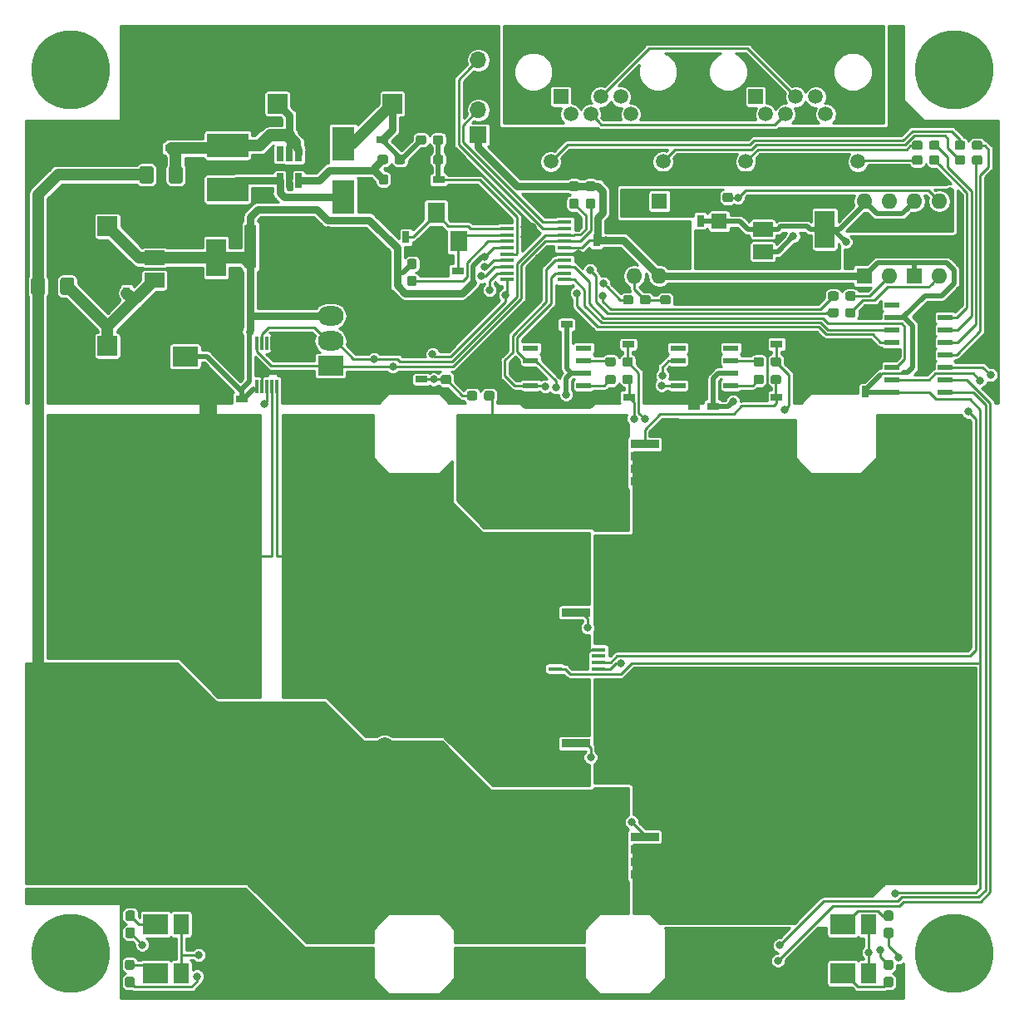
<source format=gbr>
G04 #@! TF.GenerationSoftware,KiCad,Pcbnew,(5.0.1)*
G04 #@! TF.CreationDate,2019-01-31T10:54:59+09:00*
G04 #@! TF.ProjectId,driver,6472697665722E6B696361645F706362,rev?*
G04 #@! TF.SameCoordinates,Original*
G04 #@! TF.FileFunction,Copper,L1,Top,Signal*
G04 #@! TF.FilePolarity,Positive*
%FSLAX46Y46*%
G04 Gerber Fmt 4.6, Leading zero omitted, Abs format (unit mm)*
G04 Created by KiCad (PCBNEW (5.0.1)) date Thu Jan 31 10:54:59 2019*
%MOMM*%
%LPD*%
G01*
G04 APERTURE LIST*
G04 #@! TA.AperFunction,ComponentPad*
%ADD10O,2.600000X2.000000*%
G04 #@! TD*
G04 #@! TA.AperFunction,ComponentPad*
%ADD11R,2.600000X2.000000*%
G04 #@! TD*
G04 #@! TA.AperFunction,SMDPad,CuDef*
%ADD12R,0.300000X1.400000*%
G04 #@! TD*
G04 #@! TA.AperFunction,SMDPad,CuDef*
%ADD13R,1.450000X0.450000*%
G04 #@! TD*
G04 #@! TA.AperFunction,Conductor*
%ADD14C,0.100000*%
G04 #@! TD*
G04 #@! TA.AperFunction,SMDPad,CuDef*
%ADD15C,0.950000*%
G04 #@! TD*
G04 #@! TA.AperFunction,ComponentPad*
%ADD16R,1.600000X1.600000*%
G04 #@! TD*
G04 #@! TA.AperFunction,ComponentPad*
%ADD17O,1.600000X1.600000*%
G04 #@! TD*
G04 #@! TA.AperFunction,SMDPad,CuDef*
%ADD18R,3.750000X4.700000*%
G04 #@! TD*
G04 #@! TA.AperFunction,SMDPad,CuDef*
%ADD19R,2.950000X0.850000*%
G04 #@! TD*
G04 #@! TA.AperFunction,SMDPad,CuDef*
%ADD20R,3.000000X0.850000*%
G04 #@! TD*
G04 #@! TA.AperFunction,SMDPad,CuDef*
%ADD21R,1.200000X0.750000*%
G04 #@! TD*
G04 #@! TA.AperFunction,SMDPad,CuDef*
%ADD22R,0.750000X1.200000*%
G04 #@! TD*
G04 #@! TA.AperFunction,SMDPad,CuDef*
%ADD23R,2.300000X3.500000*%
G04 #@! TD*
G04 #@! TA.AperFunction,SMDPad,CuDef*
%ADD24R,2.500000X2.100000*%
G04 #@! TD*
G04 #@! TA.AperFunction,SMDPad,CuDef*
%ADD25R,1.500000X2.100000*%
G04 #@! TD*
G04 #@! TA.AperFunction,ComponentPad*
%ADD26R,2.600000X2.600000*%
G04 #@! TD*
G04 #@! TA.AperFunction,ComponentPad*
%ADD27C,2.600000*%
G04 #@! TD*
G04 #@! TA.AperFunction,SMDPad,CuDef*
%ADD28R,4.200000X2.400000*%
G04 #@! TD*
G04 #@! TA.AperFunction,SMDPad,CuDef*
%ADD29C,1.425000*%
G04 #@! TD*
G04 #@! TA.AperFunction,SMDPad,CuDef*
%ADD30C,1.525000*%
G04 #@! TD*
G04 #@! TA.AperFunction,SMDPad,CuDef*
%ADD31R,0.650000X1.560000*%
G04 #@! TD*
G04 #@! TA.AperFunction,SMDPad,CuDef*
%ADD32R,2.000000X3.800000*%
G04 #@! TD*
G04 #@! TA.AperFunction,SMDPad,CuDef*
%ADD33R,2.000000X1.500000*%
G04 #@! TD*
G04 #@! TA.AperFunction,SMDPad,CuDef*
%ADD34R,1.800000X2.100000*%
G04 #@! TD*
G04 #@! TA.AperFunction,WasherPad*
%ADD35C,8.000000*%
G04 #@! TD*
G04 #@! TA.AperFunction,SMDPad,CuDef*
%ADD36R,1.550000X0.600000*%
G04 #@! TD*
G04 #@! TA.AperFunction,ComponentPad*
%ADD37C,2.000000*%
G04 #@! TD*
G04 #@! TA.AperFunction,ComponentPad*
%ADD38R,2.000000X2.000000*%
G04 #@! TD*
G04 #@! TA.AperFunction,ComponentPad*
%ADD39R,1.700000X1.700000*%
G04 #@! TD*
G04 #@! TA.AperFunction,ComponentPad*
%ADD40O,1.700000X1.700000*%
G04 #@! TD*
G04 #@! TA.AperFunction,ComponentPad*
%ADD41C,1.600000*%
G04 #@! TD*
G04 #@! TA.AperFunction,ComponentPad*
%ADD42C,1.500000*%
G04 #@! TD*
G04 #@! TA.AperFunction,ComponentPad*
%ADD43R,1.500000X1.500000*%
G04 #@! TD*
G04 #@! TA.AperFunction,SMDPad,CuDef*
%ADD44R,1.500000X0.600000*%
G04 #@! TD*
G04 #@! TA.AperFunction,ViaPad*
%ADD45C,0.800000*%
G04 #@! TD*
G04 #@! TA.AperFunction,ViaPad*
%ADD46C,2.000000*%
G04 #@! TD*
G04 #@! TA.AperFunction,Conductor*
%ADD47C,0.500000*%
G04 #@! TD*
G04 #@! TA.AperFunction,Conductor*
%ADD48C,0.800000*%
G04 #@! TD*
G04 #@! TA.AperFunction,Conductor*
%ADD49C,1.200000*%
G04 #@! TD*
G04 #@! TA.AperFunction,Conductor*
%ADD50C,0.250000*%
G04 #@! TD*
G04 #@! TA.AperFunction,Conductor*
%ADD51C,1.800000*%
G04 #@! TD*
G04 #@! TA.AperFunction,Conductor*
%ADD52C,0.254000*%
G04 #@! TD*
G04 APERTURE END LIST*
D10*
G04 #@! TO.P,J6,4*
G04 #@! TO.N,GND*
X101500000Y-82480000D03*
G04 #@! TO.P,J6,3*
G04 #@! TO.N,+3V3*
X101500000Y-85020000D03*
G04 #@! TO.P,J6,2*
G04 #@! TO.N,/SDA*
X101500000Y-87560000D03*
D11*
G04 #@! TO.P,J6,1*
G04 #@! TO.N,/SCL*
X101500000Y-90100000D03*
G04 #@! TD*
D12*
G04 #@! TO.P,U7,1*
G04 #@! TO.N,GND*
X96000000Y-87800000D03*
G04 #@! TO.P,U7,2*
X95500000Y-87800000D03*
G04 #@! TO.P,U7,3*
G04 #@! TO.N,Net-(U7-Pad3)*
X95000000Y-87800000D03*
G04 #@! TO.P,U7,4*
G04 #@! TO.N,/SDA*
X94500000Y-87800000D03*
G04 #@! TO.P,U7,5*
G04 #@! TO.N,/SCL*
X94000000Y-87800000D03*
G04 #@! TO.P,U7,6*
G04 #@! TO.N,+3V3*
X94000000Y-92200000D03*
G04 #@! TO.P,U7,7*
G04 #@! TO.N,GND*
X94500000Y-92200000D03*
G04 #@! TO.P,U7,8*
G04 #@! TO.N,/VIN*
X95000000Y-92200000D03*
G04 #@! TO.P,U7,9*
G04 #@! TO.N,GND*
X95500000Y-92200000D03*
G04 #@! TO.P,U7,10*
G04 #@! TO.N,/GND_MEAS*
X96000000Y-92200000D03*
G04 #@! TD*
D13*
G04 #@! TO.P,U6,1*
G04 #@! TO.N,GND*
X119450000Y-75475000D03*
G04 #@! TO.P,U6,2*
G04 #@! TO.N,/XT2*
X119450000Y-76125000D03*
G04 #@! TO.P,U6,3*
G04 #@! TO.N,/XT1*
X119450000Y-76775000D03*
G04 #@! TO.P,U6,4*
G04 #@! TO.N,/RST*
X119450000Y-77425000D03*
G04 #@! TO.P,U6,5*
G04 #@! TO.N,+3V3*
X119450000Y-78075000D03*
G04 #@! TO.P,U6,6*
G04 #@! TO.N,/VBOOT_MON*
X119450000Y-78725000D03*
G04 #@! TO.P,U6,7*
G04 #@! TO.N,/DE*
X119450000Y-79375000D03*
G04 #@! TO.P,U6,8*
G04 #@! TO.N,/TX*
X119450000Y-80025000D03*
G04 #@! TO.P,U6,9*
G04 #@! TO.N,/RX*
X119450000Y-80675000D03*
G04 #@! TO.P,U6,10*
G04 #@! TO.N,/VIN_MON*
X119450000Y-81325000D03*
G04 #@! TO.P,U6,11*
G04 #@! TO.N,/SCK*
X125350000Y-81325000D03*
G04 #@! TO.P,U6,12*
G04 #@! TO.N,/CTRL_A*
X125350000Y-80675000D03*
G04 #@! TO.P,U6,13*
G04 #@! TO.N,/MOSI*
X125350000Y-80025000D03*
G04 #@! TO.P,U6,14*
G04 #@! TO.N,/CTRL_B*
X125350000Y-79375000D03*
G04 #@! TO.P,U6,15*
G04 #@! TO.N,GND*
X125350000Y-78725000D03*
G04 #@! TO.P,U6,16*
G04 #@! TO.N,+3V3*
X125350000Y-78075000D03*
G04 #@! TO.P,U6,17*
G04 #@! TO.N,/SCL*
X125350000Y-77425000D03*
G04 #@! TO.P,U6,18*
G04 #@! TO.N,/SDA*
X125350000Y-76775000D03*
G04 #@! TO.P,U6,19*
G04 #@! TO.N,/SWDIO*
X125350000Y-76125000D03*
G04 #@! TO.P,U6,20*
G04 #@! TO.N,/SWCLK*
X125350000Y-75475000D03*
G04 #@! TD*
D14*
G04 #@! TO.N,+VSW*
G04 #@! TO.C,R3*
G36*
X111035779Y-66626144D02*
X111058834Y-66629563D01*
X111081443Y-66635227D01*
X111103387Y-66643079D01*
X111124457Y-66653044D01*
X111144448Y-66665026D01*
X111163168Y-66678910D01*
X111180438Y-66694562D01*
X111196090Y-66711832D01*
X111209974Y-66730552D01*
X111221956Y-66750543D01*
X111231921Y-66771613D01*
X111239773Y-66793557D01*
X111245437Y-66816166D01*
X111248856Y-66839221D01*
X111250000Y-66862500D01*
X111250000Y-67337500D01*
X111248856Y-67360779D01*
X111245437Y-67383834D01*
X111239773Y-67406443D01*
X111231921Y-67428387D01*
X111221956Y-67449457D01*
X111209974Y-67469448D01*
X111196090Y-67488168D01*
X111180438Y-67505438D01*
X111163168Y-67521090D01*
X111144448Y-67534974D01*
X111124457Y-67546956D01*
X111103387Y-67556921D01*
X111081443Y-67564773D01*
X111058834Y-67570437D01*
X111035779Y-67573856D01*
X111012500Y-67575000D01*
X110437500Y-67575000D01*
X110414221Y-67573856D01*
X110391166Y-67570437D01*
X110368557Y-67564773D01*
X110346613Y-67556921D01*
X110325543Y-67546956D01*
X110305552Y-67534974D01*
X110286832Y-67521090D01*
X110269562Y-67505438D01*
X110253910Y-67488168D01*
X110240026Y-67469448D01*
X110228044Y-67449457D01*
X110218079Y-67428387D01*
X110210227Y-67406443D01*
X110204563Y-67383834D01*
X110201144Y-67360779D01*
X110200000Y-67337500D01*
X110200000Y-66862500D01*
X110201144Y-66839221D01*
X110204563Y-66816166D01*
X110210227Y-66793557D01*
X110218079Y-66771613D01*
X110228044Y-66750543D01*
X110240026Y-66730552D01*
X110253910Y-66711832D01*
X110269562Y-66694562D01*
X110286832Y-66678910D01*
X110305552Y-66665026D01*
X110325543Y-66653044D01*
X110346613Y-66643079D01*
X110368557Y-66635227D01*
X110391166Y-66629563D01*
X110414221Y-66626144D01*
X110437500Y-66625000D01*
X111012500Y-66625000D01*
X111035779Y-66626144D01*
X111035779Y-66626144D01*
G37*
D15*
G04 #@! TD*
G04 #@! TO.P,R3,1*
G04 #@! TO.N,+VSW*
X110725000Y-67100000D03*
D14*
G04 #@! TO.N,/VBOOT_MON*
G04 #@! TO.C,R3*
G36*
X112785779Y-66626144D02*
X112808834Y-66629563D01*
X112831443Y-66635227D01*
X112853387Y-66643079D01*
X112874457Y-66653044D01*
X112894448Y-66665026D01*
X112913168Y-66678910D01*
X112930438Y-66694562D01*
X112946090Y-66711832D01*
X112959974Y-66730552D01*
X112971956Y-66750543D01*
X112981921Y-66771613D01*
X112989773Y-66793557D01*
X112995437Y-66816166D01*
X112998856Y-66839221D01*
X113000000Y-66862500D01*
X113000000Y-67337500D01*
X112998856Y-67360779D01*
X112995437Y-67383834D01*
X112989773Y-67406443D01*
X112981921Y-67428387D01*
X112971956Y-67449457D01*
X112959974Y-67469448D01*
X112946090Y-67488168D01*
X112930438Y-67505438D01*
X112913168Y-67521090D01*
X112894448Y-67534974D01*
X112874457Y-67546956D01*
X112853387Y-67556921D01*
X112831443Y-67564773D01*
X112808834Y-67570437D01*
X112785779Y-67573856D01*
X112762500Y-67575000D01*
X112187500Y-67575000D01*
X112164221Y-67573856D01*
X112141166Y-67570437D01*
X112118557Y-67564773D01*
X112096613Y-67556921D01*
X112075543Y-67546956D01*
X112055552Y-67534974D01*
X112036832Y-67521090D01*
X112019562Y-67505438D01*
X112003910Y-67488168D01*
X111990026Y-67469448D01*
X111978044Y-67449457D01*
X111968079Y-67428387D01*
X111960227Y-67406443D01*
X111954563Y-67383834D01*
X111951144Y-67360779D01*
X111950000Y-67337500D01*
X111950000Y-66862500D01*
X111951144Y-66839221D01*
X111954563Y-66816166D01*
X111960227Y-66793557D01*
X111968079Y-66771613D01*
X111978044Y-66750543D01*
X111990026Y-66730552D01*
X112003910Y-66711832D01*
X112019562Y-66694562D01*
X112036832Y-66678910D01*
X112055552Y-66665026D01*
X112075543Y-66653044D01*
X112096613Y-66643079D01*
X112118557Y-66635227D01*
X112141166Y-66629563D01*
X112164221Y-66626144D01*
X112187500Y-66625000D01*
X112762500Y-66625000D01*
X112785779Y-66626144D01*
X112785779Y-66626144D01*
G37*
D15*
G04 #@! TD*
G04 #@! TO.P,R3,2*
G04 #@! TO.N,/VBOOT_MON*
X112475000Y-67100000D03*
D14*
G04 #@! TO.N,Net-(R36-Pad2)*
G04 #@! TO.C,R39*
G36*
X135935779Y-82926144D02*
X135958834Y-82929563D01*
X135981443Y-82935227D01*
X136003387Y-82943079D01*
X136024457Y-82953044D01*
X136044448Y-82965026D01*
X136063168Y-82978910D01*
X136080438Y-82994562D01*
X136096090Y-83011832D01*
X136109974Y-83030552D01*
X136121956Y-83050543D01*
X136131921Y-83071613D01*
X136139773Y-83093557D01*
X136145437Y-83116166D01*
X136148856Y-83139221D01*
X136150000Y-83162500D01*
X136150000Y-83637500D01*
X136148856Y-83660779D01*
X136145437Y-83683834D01*
X136139773Y-83706443D01*
X136131921Y-83728387D01*
X136121956Y-83749457D01*
X136109974Y-83769448D01*
X136096090Y-83788168D01*
X136080438Y-83805438D01*
X136063168Y-83821090D01*
X136044448Y-83834974D01*
X136024457Y-83846956D01*
X136003387Y-83856921D01*
X135981443Y-83864773D01*
X135958834Y-83870437D01*
X135935779Y-83873856D01*
X135912500Y-83875000D01*
X135337500Y-83875000D01*
X135314221Y-83873856D01*
X135291166Y-83870437D01*
X135268557Y-83864773D01*
X135246613Y-83856921D01*
X135225543Y-83846956D01*
X135205552Y-83834974D01*
X135186832Y-83821090D01*
X135169562Y-83805438D01*
X135153910Y-83788168D01*
X135140026Y-83769448D01*
X135128044Y-83749457D01*
X135118079Y-83728387D01*
X135110227Y-83706443D01*
X135104563Y-83683834D01*
X135101144Y-83660779D01*
X135100000Y-83637500D01*
X135100000Y-83162500D01*
X135101144Y-83139221D01*
X135104563Y-83116166D01*
X135110227Y-83093557D01*
X135118079Y-83071613D01*
X135128044Y-83050543D01*
X135140026Y-83030552D01*
X135153910Y-83011832D01*
X135169562Y-82994562D01*
X135186832Y-82978910D01*
X135205552Y-82965026D01*
X135225543Y-82953044D01*
X135246613Y-82943079D01*
X135268557Y-82935227D01*
X135291166Y-82929563D01*
X135314221Y-82926144D01*
X135337500Y-82925000D01*
X135912500Y-82925000D01*
X135935779Y-82926144D01*
X135935779Y-82926144D01*
G37*
D15*
G04 #@! TD*
G04 #@! TO.P,R39,2*
G04 #@! TO.N,Net-(R36-Pad2)*
X135625000Y-83400000D03*
D14*
G04 #@! TO.N,GND*
G04 #@! TO.C,R39*
G36*
X137685779Y-82926144D02*
X137708834Y-82929563D01*
X137731443Y-82935227D01*
X137753387Y-82943079D01*
X137774457Y-82953044D01*
X137794448Y-82965026D01*
X137813168Y-82978910D01*
X137830438Y-82994562D01*
X137846090Y-83011832D01*
X137859974Y-83030552D01*
X137871956Y-83050543D01*
X137881921Y-83071613D01*
X137889773Y-83093557D01*
X137895437Y-83116166D01*
X137898856Y-83139221D01*
X137900000Y-83162500D01*
X137900000Y-83637500D01*
X137898856Y-83660779D01*
X137895437Y-83683834D01*
X137889773Y-83706443D01*
X137881921Y-83728387D01*
X137871956Y-83749457D01*
X137859974Y-83769448D01*
X137846090Y-83788168D01*
X137830438Y-83805438D01*
X137813168Y-83821090D01*
X137794448Y-83834974D01*
X137774457Y-83846956D01*
X137753387Y-83856921D01*
X137731443Y-83864773D01*
X137708834Y-83870437D01*
X137685779Y-83873856D01*
X137662500Y-83875000D01*
X137087500Y-83875000D01*
X137064221Y-83873856D01*
X137041166Y-83870437D01*
X137018557Y-83864773D01*
X136996613Y-83856921D01*
X136975543Y-83846956D01*
X136955552Y-83834974D01*
X136936832Y-83821090D01*
X136919562Y-83805438D01*
X136903910Y-83788168D01*
X136890026Y-83769448D01*
X136878044Y-83749457D01*
X136868079Y-83728387D01*
X136860227Y-83706443D01*
X136854563Y-83683834D01*
X136851144Y-83660779D01*
X136850000Y-83637500D01*
X136850000Y-83162500D01*
X136851144Y-83139221D01*
X136854563Y-83116166D01*
X136860227Y-83093557D01*
X136868079Y-83071613D01*
X136878044Y-83050543D01*
X136890026Y-83030552D01*
X136903910Y-83011832D01*
X136919562Y-82994562D01*
X136936832Y-82978910D01*
X136955552Y-82965026D01*
X136975543Y-82953044D01*
X136996613Y-82943079D01*
X137018557Y-82935227D01*
X137041166Y-82929563D01*
X137064221Y-82926144D01*
X137087500Y-82925000D01*
X137662500Y-82925000D01*
X137685779Y-82926144D01*
X137685779Y-82926144D01*
G37*
D15*
G04 #@! TD*
G04 #@! TO.P,R39,1*
G04 #@! TO.N,GND*
X137375000Y-83400000D03*
D16*
G04 #@! TO.P,U12,1*
G04 #@! TO.N,+3V3*
X160970000Y-80970000D03*
D17*
G04 #@! TO.P,U12,3*
G04 #@! TO.N,/ISO_DE*
X163510000Y-73350000D03*
G04 #@! TO.P,U12,2*
G04 #@! TO.N,Net-(R18-Pad2)*
X163510000Y-80970000D03*
G04 #@! TO.P,U12,4*
G04 #@! TO.N,/ISO_5V*
X160970000Y-73350000D03*
G04 #@! TD*
D18*
G04 #@! TO.P,Q1,1*
G04 #@! TO.N,/VIN*
X129450000Y-100000000D03*
D19*
G04 #@! TO.P,Q1,3*
G04 #@! TO.N,/OUT_A*
X133500000Y-101905000D03*
X133500000Y-100635000D03*
X133500000Y-99365000D03*
G04 #@! TO.P,Q1,2*
G04 #@! TO.N,/DRV4F*
X133500000Y-98095000D03*
D20*
G04 #@! TO.P,Q1,1*
G04 #@! TO.N,/VIN*
X126525000Y-98095000D03*
X126525000Y-99365000D03*
X126525000Y-100635000D03*
X126525000Y-101905000D03*
G04 #@! TD*
D18*
G04 #@! TO.P,Q2,1*
G04 #@! TO.N,/VIN*
X129450000Y-140000000D03*
D19*
G04 #@! TO.P,Q2,3*
G04 #@! TO.N,/OUT_B*
X133500000Y-141905000D03*
X133500000Y-140635000D03*
X133500000Y-139365000D03*
G04 #@! TO.P,Q2,2*
G04 #@! TO.N,/DRV2F*
X133500000Y-138095000D03*
D20*
G04 #@! TO.P,Q2,1*
G04 #@! TO.N,/VIN*
X126525000Y-138095000D03*
X126525000Y-139365000D03*
X126525000Y-140635000D03*
X126525000Y-141905000D03*
G04 #@! TD*
D18*
G04 #@! TO.P,Q3,1*
G04 #@! TO.N,/OUT_A*
X130550000Y-113333300D03*
D19*
G04 #@! TO.P,Q3,3*
G04 #@! TO.N,/GND_MEAS*
X126500000Y-111428300D03*
X126500000Y-112698300D03*
X126500000Y-113968300D03*
G04 #@! TO.P,Q3,2*
G04 #@! TO.N,/DRV3F*
X126500000Y-115238300D03*
D20*
G04 #@! TO.P,Q3,1*
G04 #@! TO.N,/OUT_A*
X133475000Y-115238300D03*
X133475000Y-113968300D03*
X133475000Y-112698300D03*
X133475000Y-111428300D03*
G04 #@! TD*
D18*
G04 #@! TO.P,Q4,1*
G04 #@! TO.N,/OUT_B*
X130550000Y-126666700D03*
D19*
G04 #@! TO.P,Q4,3*
G04 #@! TO.N,/GND_MEAS*
X126500000Y-124761700D03*
X126500000Y-126031700D03*
X126500000Y-127301700D03*
G04 #@! TO.P,Q4,2*
G04 #@! TO.N,/DRV1F*
X126500000Y-128571700D03*
D20*
G04 #@! TO.P,Q4,1*
G04 #@! TO.N,/OUT_B*
X133475000Y-128571700D03*
X133475000Y-127301700D03*
X133475000Y-126031700D03*
X133475000Y-124761700D03*
G04 #@! TD*
D21*
G04 #@! TO.P,C1,1*
G04 #@! TO.N,+VSW*
X106750000Y-67100000D03*
G04 #@! TO.P,C1,2*
G04 #@! TO.N,GND*
X108650000Y-67100000D03*
G04 #@! TD*
G04 #@! TO.P,C4,1*
G04 #@! TO.N,Net-(C3-Pad1)*
X85250000Y-67950000D03*
G04 #@! TO.P,C4,2*
G04 #@! TO.N,GND*
X83350000Y-67950000D03*
G04 #@! TD*
G04 #@! TO.P,C5,1*
G04 #@! TO.N,/VBOOT_MON*
X112524999Y-71174999D03*
G04 #@! TO.P,C5,2*
G04 #@! TO.N,GND*
X110624999Y-71174999D03*
G04 #@! TD*
D22*
G04 #@! TO.P,C12,1*
G04 #@! TO.N,+3V3*
X128600000Y-77350000D03*
G04 #@! TO.P,C12,2*
G04 #@! TO.N,GND*
X128600000Y-79250000D03*
G04 #@! TD*
G04 #@! TO.P,C13,2*
G04 #@! TO.N,GND*
X156000000Y-90850000D03*
G04 #@! TO.P,C13,1*
G04 #@! TO.N,+3V3*
X156000000Y-92750000D03*
G04 #@! TD*
D21*
G04 #@! TO.P,C14,1*
G04 #@! TO.N,+3V3*
X92450000Y-93500000D03*
G04 #@! TO.P,C14,2*
G04 #@! TO.N,GND*
X90550000Y-93500000D03*
G04 #@! TD*
D22*
G04 #@! TO.P,C16,1*
G04 #@! TO.N,Net-(C15-Pad1)*
X80750000Y-82700000D03*
G04 #@! TO.P,C16,2*
G04 #@! TO.N,GND*
X80750000Y-80800000D03*
G04 #@! TD*
D21*
G04 #@! TO.P,C17,2*
G04 #@! TO.N,GND*
X95250000Y-77900000D03*
G04 #@! TO.P,C17,1*
G04 #@! TO.N,+3V3*
X93350000Y-77900000D03*
G04 #@! TD*
G04 #@! TO.P,C18,2*
G04 #@! TO.N,GND*
X95250000Y-76100000D03*
G04 #@! TO.P,C18,1*
G04 #@! TO.N,+3V3*
X93350000Y-76100000D03*
G04 #@! TD*
G04 #@! TO.P,C20,2*
G04 #@! TO.N,/XT1*
X114450000Y-80450000D03*
G04 #@! TO.P,C20,1*
G04 #@! TO.N,GND*
X112550000Y-80450000D03*
G04 #@! TD*
G04 #@! TO.P,C21,2*
G04 #@! TO.N,GND*
X108850000Y-91500000D03*
G04 #@! TO.P,C21,1*
G04 #@! TO.N,/VIN_MON*
X110750000Y-91500000D03*
G04 #@! TD*
D22*
G04 #@! TO.P,C22,1*
G04 #@! TO.N,/XT2*
X109200000Y-77000000D03*
G04 #@! TO.P,C22,2*
G04 #@! TO.N,GND*
X109200000Y-75100000D03*
G04 #@! TD*
D21*
G04 #@! TO.P,C23,2*
G04 #@! TO.N,GND*
X123650000Y-85900000D03*
G04 #@! TO.P,C23,1*
G04 #@! TO.N,+VSW*
X125550000Y-85900000D03*
G04 #@! TD*
G04 #@! TO.P,C24,1*
G04 #@! TO.N,+VSW*
X140450000Y-94250000D03*
G04 #@! TO.P,C24,2*
G04 #@! TO.N,GND*
X138550000Y-94250000D03*
G04 #@! TD*
G04 #@! TO.P,C25,2*
G04 #@! TO.N,GND*
X129950000Y-87900000D03*
G04 #@! TO.P,C25,1*
G04 #@! TO.N,/DRV1F*
X131850000Y-87900000D03*
G04 #@! TD*
G04 #@! TO.P,C26,2*
G04 #@! TO.N,GND*
X145050000Y-87900000D03*
G04 #@! TO.P,C26,1*
G04 #@! TO.N,/DRV2F*
X146950000Y-87900000D03*
G04 #@! TD*
G04 #@! TO.P,C27,1*
G04 #@! TO.N,GND*
X130000000Y-93300000D03*
G04 #@! TO.P,C27,2*
G04 #@! TO.N,/DRV3F*
X131900000Y-93300000D03*
G04 #@! TD*
G04 #@! TO.P,C28,2*
G04 #@! TO.N,/DRV4F*
X146950000Y-93300000D03*
G04 #@! TO.P,C28,1*
G04 #@! TO.N,GND*
X145050000Y-93300000D03*
G04 #@! TD*
G04 #@! TO.P,C29,2*
G04 #@! TO.N,GND*
X95250000Y-79800000D03*
G04 #@! TO.P,C29,1*
G04 #@! TO.N,+3V3*
X93350000Y-79800000D03*
G04 #@! TD*
D23*
G04 #@! TO.P,D1,1*
G04 #@! TO.N,+VSW*
X102800000Y-67500000D03*
G04 #@! TO.P,D1,2*
G04 #@! TO.N,Net-(D1-Pad2)*
X102800000Y-72900000D03*
G04 #@! TD*
D24*
G04 #@! TO.P,D4,1*
G04 #@! TO.N,Net-(D4-Pad1)*
X153670000Y-152000000D03*
D25*
G04 #@! TO.P,D4,2*
G04 #@! TO.N,+3V3*
X156330000Y-152000000D03*
G04 #@! TD*
G04 #@! TO.P,D5,2*
G04 #@! TO.N,+3V3*
X86330000Y-152000000D03*
D24*
G04 #@! TO.P,D5,1*
G04 #@! TO.N,Net-(D5-Pad1)*
X83670000Y-152000000D03*
G04 #@! TD*
D25*
G04 #@! TO.P,D6,2*
G04 #@! TO.N,+3V3*
X86330000Y-147000000D03*
D24*
G04 #@! TO.P,D6,1*
G04 #@! TO.N,Net-(D6-Pad1)*
X83670000Y-147000000D03*
G04 #@! TD*
G04 #@! TO.P,D7,1*
G04 #@! TO.N,Net-(D7-Pad1)*
X153670000Y-147000000D03*
D25*
G04 #@! TO.P,D7,2*
G04 #@! TO.N,+3V3*
X156330000Y-147000000D03*
G04 #@! TD*
D26*
G04 #@! TO.P,J1,1*
G04 #@! TO.N,/OUT_A*
X165000000Y-104840000D03*
D27*
G04 #@! TO.P,J1,2*
X165000000Y-109920000D03*
G04 #@! TO.P,J1,3*
X165000000Y-115000000D03*
G04 #@! TD*
G04 #@! TO.P,J2,3*
G04 #@! TO.N,/OUT_B*
X165000000Y-135080000D03*
G04 #@! TO.P,J2,2*
X165000000Y-130000000D03*
D26*
G04 #@! TO.P,J2,1*
X165000000Y-124920000D03*
G04 #@! TD*
D27*
G04 #@! TO.P,J7,3*
G04 #@! TO.N,/VIN*
X75000000Y-124920000D03*
G04 #@! TO.P,J7,2*
X75000000Y-130000000D03*
D26*
G04 #@! TO.P,J7,1*
X75000000Y-135080000D03*
G04 #@! TD*
G04 #@! TO.P,J8,1*
G04 #@! TO.N,GND*
X75000000Y-115080000D03*
D27*
G04 #@! TO.P,J8,2*
X75000000Y-110000000D03*
G04 #@! TO.P,J8,3*
X75000000Y-104920000D03*
G04 #@! TD*
D28*
G04 #@! TO.P,L1,1*
G04 #@! TO.N,Net-(C3-Pad1)*
X91000000Y-67650000D03*
G04 #@! TO.P,L1,2*
G04 #@! TO.N,Net-(D1-Pad2)*
X91000000Y-72150000D03*
G04 #@! TD*
D14*
G04 #@! TO.N,+VSW*
G04 #@! TO.C,R2*
G36*
X108885779Y-68626144D02*
X108908834Y-68629563D01*
X108931443Y-68635227D01*
X108953387Y-68643079D01*
X108974457Y-68653044D01*
X108994448Y-68665026D01*
X109013168Y-68678910D01*
X109030438Y-68694562D01*
X109046090Y-68711832D01*
X109059974Y-68730552D01*
X109071956Y-68750543D01*
X109081921Y-68771613D01*
X109089773Y-68793557D01*
X109095437Y-68816166D01*
X109098856Y-68839221D01*
X109100000Y-68862500D01*
X109100000Y-69337500D01*
X109098856Y-69360779D01*
X109095437Y-69383834D01*
X109089773Y-69406443D01*
X109081921Y-69428387D01*
X109071956Y-69449457D01*
X109059974Y-69469448D01*
X109046090Y-69488168D01*
X109030438Y-69505438D01*
X109013168Y-69521090D01*
X108994448Y-69534974D01*
X108974457Y-69546956D01*
X108953387Y-69556921D01*
X108931443Y-69564773D01*
X108908834Y-69570437D01*
X108885779Y-69573856D01*
X108862500Y-69575000D01*
X108287500Y-69575000D01*
X108264221Y-69573856D01*
X108241166Y-69570437D01*
X108218557Y-69564773D01*
X108196613Y-69556921D01*
X108175543Y-69546956D01*
X108155552Y-69534974D01*
X108136832Y-69521090D01*
X108119562Y-69505438D01*
X108103910Y-69488168D01*
X108090026Y-69469448D01*
X108078044Y-69449457D01*
X108068079Y-69428387D01*
X108060227Y-69406443D01*
X108054563Y-69383834D01*
X108051144Y-69360779D01*
X108050000Y-69337500D01*
X108050000Y-68862500D01*
X108051144Y-68839221D01*
X108054563Y-68816166D01*
X108060227Y-68793557D01*
X108068079Y-68771613D01*
X108078044Y-68750543D01*
X108090026Y-68730552D01*
X108103910Y-68711832D01*
X108119562Y-68694562D01*
X108136832Y-68678910D01*
X108155552Y-68665026D01*
X108175543Y-68653044D01*
X108196613Y-68643079D01*
X108218557Y-68635227D01*
X108241166Y-68629563D01*
X108264221Y-68626144D01*
X108287500Y-68625000D01*
X108862500Y-68625000D01*
X108885779Y-68626144D01*
X108885779Y-68626144D01*
G37*
D15*
G04 #@! TD*
G04 #@! TO.P,R2,2*
G04 #@! TO.N,+VSW*
X108575000Y-69100000D03*
D14*
G04 #@! TO.N,Net-(R2-Pad1)*
G04 #@! TO.C,R2*
G36*
X107135779Y-68626144D02*
X107158834Y-68629563D01*
X107181443Y-68635227D01*
X107203387Y-68643079D01*
X107224457Y-68653044D01*
X107244448Y-68665026D01*
X107263168Y-68678910D01*
X107280438Y-68694562D01*
X107296090Y-68711832D01*
X107309974Y-68730552D01*
X107321956Y-68750543D01*
X107331921Y-68771613D01*
X107339773Y-68793557D01*
X107345437Y-68816166D01*
X107348856Y-68839221D01*
X107350000Y-68862500D01*
X107350000Y-69337500D01*
X107348856Y-69360779D01*
X107345437Y-69383834D01*
X107339773Y-69406443D01*
X107331921Y-69428387D01*
X107321956Y-69449457D01*
X107309974Y-69469448D01*
X107296090Y-69488168D01*
X107280438Y-69505438D01*
X107263168Y-69521090D01*
X107244448Y-69534974D01*
X107224457Y-69546956D01*
X107203387Y-69556921D01*
X107181443Y-69564773D01*
X107158834Y-69570437D01*
X107135779Y-69573856D01*
X107112500Y-69575000D01*
X106537500Y-69575000D01*
X106514221Y-69573856D01*
X106491166Y-69570437D01*
X106468557Y-69564773D01*
X106446613Y-69556921D01*
X106425543Y-69546956D01*
X106405552Y-69534974D01*
X106386832Y-69521090D01*
X106369562Y-69505438D01*
X106353910Y-69488168D01*
X106340026Y-69469448D01*
X106328044Y-69449457D01*
X106318079Y-69428387D01*
X106310227Y-69406443D01*
X106304563Y-69383834D01*
X106301144Y-69360779D01*
X106300000Y-69337500D01*
X106300000Y-68862500D01*
X106301144Y-68839221D01*
X106304563Y-68816166D01*
X106310227Y-68793557D01*
X106318079Y-68771613D01*
X106328044Y-68750543D01*
X106340026Y-68730552D01*
X106353910Y-68711832D01*
X106369562Y-68694562D01*
X106386832Y-68678910D01*
X106405552Y-68665026D01*
X106425543Y-68653044D01*
X106446613Y-68643079D01*
X106468557Y-68635227D01*
X106491166Y-68629563D01*
X106514221Y-68626144D01*
X106537500Y-68625000D01*
X107112500Y-68625000D01*
X107135779Y-68626144D01*
X107135779Y-68626144D01*
G37*
D15*
G04 #@! TD*
G04 #@! TO.P,R2,1*
G04 #@! TO.N,Net-(R2-Pad1)*
X106825000Y-69100000D03*
D14*
G04 #@! TO.N,Net-(R2-Pad1)*
G04 #@! TO.C,R4*
G36*
X107160779Y-70601144D02*
X107183834Y-70604563D01*
X107206443Y-70610227D01*
X107228387Y-70618079D01*
X107249457Y-70628044D01*
X107269448Y-70640026D01*
X107288168Y-70653910D01*
X107305438Y-70669562D01*
X107321090Y-70686832D01*
X107334974Y-70705552D01*
X107346956Y-70725543D01*
X107356921Y-70746613D01*
X107364773Y-70768557D01*
X107370437Y-70791166D01*
X107373856Y-70814221D01*
X107375000Y-70837500D01*
X107375000Y-71412500D01*
X107373856Y-71435779D01*
X107370437Y-71458834D01*
X107364773Y-71481443D01*
X107356921Y-71503387D01*
X107346956Y-71524457D01*
X107334974Y-71544448D01*
X107321090Y-71563168D01*
X107305438Y-71580438D01*
X107288168Y-71596090D01*
X107269448Y-71609974D01*
X107249457Y-71621956D01*
X107228387Y-71631921D01*
X107206443Y-71639773D01*
X107183834Y-71645437D01*
X107160779Y-71648856D01*
X107137500Y-71650000D01*
X106662500Y-71650000D01*
X106639221Y-71648856D01*
X106616166Y-71645437D01*
X106593557Y-71639773D01*
X106571613Y-71631921D01*
X106550543Y-71621956D01*
X106530552Y-71609974D01*
X106511832Y-71596090D01*
X106494562Y-71580438D01*
X106478910Y-71563168D01*
X106465026Y-71544448D01*
X106453044Y-71524457D01*
X106443079Y-71503387D01*
X106435227Y-71481443D01*
X106429563Y-71458834D01*
X106426144Y-71435779D01*
X106425000Y-71412500D01*
X106425000Y-70837500D01*
X106426144Y-70814221D01*
X106429563Y-70791166D01*
X106435227Y-70768557D01*
X106443079Y-70746613D01*
X106453044Y-70725543D01*
X106465026Y-70705552D01*
X106478910Y-70686832D01*
X106494562Y-70669562D01*
X106511832Y-70653910D01*
X106530552Y-70640026D01*
X106550543Y-70628044D01*
X106571613Y-70618079D01*
X106593557Y-70610227D01*
X106616166Y-70604563D01*
X106639221Y-70601144D01*
X106662500Y-70600000D01*
X107137500Y-70600000D01*
X107160779Y-70601144D01*
X107160779Y-70601144D01*
G37*
D15*
G04 #@! TD*
G04 #@! TO.P,R4,2*
G04 #@! TO.N,Net-(R2-Pad1)*
X106900000Y-71125000D03*
D14*
G04 #@! TO.N,GND*
G04 #@! TO.C,R4*
G36*
X107160779Y-72351144D02*
X107183834Y-72354563D01*
X107206443Y-72360227D01*
X107228387Y-72368079D01*
X107249457Y-72378044D01*
X107269448Y-72390026D01*
X107288168Y-72403910D01*
X107305438Y-72419562D01*
X107321090Y-72436832D01*
X107334974Y-72455552D01*
X107346956Y-72475543D01*
X107356921Y-72496613D01*
X107364773Y-72518557D01*
X107370437Y-72541166D01*
X107373856Y-72564221D01*
X107375000Y-72587500D01*
X107375000Y-73162500D01*
X107373856Y-73185779D01*
X107370437Y-73208834D01*
X107364773Y-73231443D01*
X107356921Y-73253387D01*
X107346956Y-73274457D01*
X107334974Y-73294448D01*
X107321090Y-73313168D01*
X107305438Y-73330438D01*
X107288168Y-73346090D01*
X107269448Y-73359974D01*
X107249457Y-73371956D01*
X107228387Y-73381921D01*
X107206443Y-73389773D01*
X107183834Y-73395437D01*
X107160779Y-73398856D01*
X107137500Y-73400000D01*
X106662500Y-73400000D01*
X106639221Y-73398856D01*
X106616166Y-73395437D01*
X106593557Y-73389773D01*
X106571613Y-73381921D01*
X106550543Y-73371956D01*
X106530552Y-73359974D01*
X106511832Y-73346090D01*
X106494562Y-73330438D01*
X106478910Y-73313168D01*
X106465026Y-73294448D01*
X106453044Y-73274457D01*
X106443079Y-73253387D01*
X106435227Y-73231443D01*
X106429563Y-73208834D01*
X106426144Y-73185779D01*
X106425000Y-73162500D01*
X106425000Y-72587500D01*
X106426144Y-72564221D01*
X106429563Y-72541166D01*
X106435227Y-72518557D01*
X106443079Y-72496613D01*
X106453044Y-72475543D01*
X106465026Y-72455552D01*
X106478910Y-72436832D01*
X106494562Y-72419562D01*
X106511832Y-72403910D01*
X106530552Y-72390026D01*
X106550543Y-72378044D01*
X106571613Y-72368079D01*
X106593557Y-72360227D01*
X106616166Y-72354563D01*
X106639221Y-72351144D01*
X106662500Y-72350000D01*
X107137500Y-72350000D01*
X107160779Y-72351144D01*
X107160779Y-72351144D01*
G37*
D15*
G04 #@! TD*
G04 #@! TO.P,R4,1*
G04 #@! TO.N,GND*
X106900000Y-72875000D03*
D14*
G04 #@! TO.N,GND*
G04 #@! TO.C,R5*
G36*
X111035779Y-68626144D02*
X111058834Y-68629563D01*
X111081443Y-68635227D01*
X111103387Y-68643079D01*
X111124457Y-68653044D01*
X111144448Y-68665026D01*
X111163168Y-68678910D01*
X111180438Y-68694562D01*
X111196090Y-68711832D01*
X111209974Y-68730552D01*
X111221956Y-68750543D01*
X111231921Y-68771613D01*
X111239773Y-68793557D01*
X111245437Y-68816166D01*
X111248856Y-68839221D01*
X111250000Y-68862500D01*
X111250000Y-69337500D01*
X111248856Y-69360779D01*
X111245437Y-69383834D01*
X111239773Y-69406443D01*
X111231921Y-69428387D01*
X111221956Y-69449457D01*
X111209974Y-69469448D01*
X111196090Y-69488168D01*
X111180438Y-69505438D01*
X111163168Y-69521090D01*
X111144448Y-69534974D01*
X111124457Y-69546956D01*
X111103387Y-69556921D01*
X111081443Y-69564773D01*
X111058834Y-69570437D01*
X111035779Y-69573856D01*
X111012500Y-69575000D01*
X110437500Y-69575000D01*
X110414221Y-69573856D01*
X110391166Y-69570437D01*
X110368557Y-69564773D01*
X110346613Y-69556921D01*
X110325543Y-69546956D01*
X110305552Y-69534974D01*
X110286832Y-69521090D01*
X110269562Y-69505438D01*
X110253910Y-69488168D01*
X110240026Y-69469448D01*
X110228044Y-69449457D01*
X110218079Y-69428387D01*
X110210227Y-69406443D01*
X110204563Y-69383834D01*
X110201144Y-69360779D01*
X110200000Y-69337500D01*
X110200000Y-68862500D01*
X110201144Y-68839221D01*
X110204563Y-68816166D01*
X110210227Y-68793557D01*
X110218079Y-68771613D01*
X110228044Y-68750543D01*
X110240026Y-68730552D01*
X110253910Y-68711832D01*
X110269562Y-68694562D01*
X110286832Y-68678910D01*
X110305552Y-68665026D01*
X110325543Y-68653044D01*
X110346613Y-68643079D01*
X110368557Y-68635227D01*
X110391166Y-68629563D01*
X110414221Y-68626144D01*
X110437500Y-68625000D01*
X111012500Y-68625000D01*
X111035779Y-68626144D01*
X111035779Y-68626144D01*
G37*
D15*
G04 #@! TD*
G04 #@! TO.P,R5,1*
G04 #@! TO.N,GND*
X110725000Y-69100000D03*
D14*
G04 #@! TO.N,/VBOOT_MON*
G04 #@! TO.C,R5*
G36*
X112785779Y-68626144D02*
X112808834Y-68629563D01*
X112831443Y-68635227D01*
X112853387Y-68643079D01*
X112874457Y-68653044D01*
X112894448Y-68665026D01*
X112913168Y-68678910D01*
X112930438Y-68694562D01*
X112946090Y-68711832D01*
X112959974Y-68730552D01*
X112971956Y-68750543D01*
X112981921Y-68771613D01*
X112989773Y-68793557D01*
X112995437Y-68816166D01*
X112998856Y-68839221D01*
X113000000Y-68862500D01*
X113000000Y-69337500D01*
X112998856Y-69360779D01*
X112995437Y-69383834D01*
X112989773Y-69406443D01*
X112981921Y-69428387D01*
X112971956Y-69449457D01*
X112959974Y-69469448D01*
X112946090Y-69488168D01*
X112930438Y-69505438D01*
X112913168Y-69521090D01*
X112894448Y-69534974D01*
X112874457Y-69546956D01*
X112853387Y-69556921D01*
X112831443Y-69564773D01*
X112808834Y-69570437D01*
X112785779Y-69573856D01*
X112762500Y-69575000D01*
X112187500Y-69575000D01*
X112164221Y-69573856D01*
X112141166Y-69570437D01*
X112118557Y-69564773D01*
X112096613Y-69556921D01*
X112075543Y-69546956D01*
X112055552Y-69534974D01*
X112036832Y-69521090D01*
X112019562Y-69505438D01*
X112003910Y-69488168D01*
X111990026Y-69469448D01*
X111978044Y-69449457D01*
X111968079Y-69428387D01*
X111960227Y-69406443D01*
X111954563Y-69383834D01*
X111951144Y-69360779D01*
X111950000Y-69337500D01*
X111950000Y-68862500D01*
X111951144Y-68839221D01*
X111954563Y-68816166D01*
X111960227Y-68793557D01*
X111968079Y-68771613D01*
X111978044Y-68750543D01*
X111990026Y-68730552D01*
X112003910Y-68711832D01*
X112019562Y-68694562D01*
X112036832Y-68678910D01*
X112055552Y-68665026D01*
X112075543Y-68653044D01*
X112096613Y-68643079D01*
X112118557Y-68635227D01*
X112141166Y-68629563D01*
X112164221Y-68626144D01*
X112187500Y-68625000D01*
X112762500Y-68625000D01*
X112785779Y-68626144D01*
X112785779Y-68626144D01*
G37*
D15*
G04 #@! TD*
G04 #@! TO.P,R5,2*
G04 #@! TO.N,/VBOOT_MON*
X112475000Y-69100000D03*
D14*
G04 #@! TO.N,/VIN*
G04 #@! TO.C,R7*
G36*
X72199504Y-81126204D02*
X72223773Y-81129804D01*
X72247571Y-81135765D01*
X72270671Y-81144030D01*
X72292849Y-81154520D01*
X72313893Y-81167133D01*
X72333598Y-81181747D01*
X72351777Y-81198223D01*
X72368253Y-81216402D01*
X72382867Y-81236107D01*
X72395480Y-81257151D01*
X72405970Y-81279329D01*
X72414235Y-81302429D01*
X72420196Y-81326227D01*
X72423796Y-81350496D01*
X72425000Y-81375000D01*
X72425000Y-82625000D01*
X72423796Y-82649504D01*
X72420196Y-82673773D01*
X72414235Y-82697571D01*
X72405970Y-82720671D01*
X72395480Y-82742849D01*
X72382867Y-82763893D01*
X72368253Y-82783598D01*
X72351777Y-82801777D01*
X72333598Y-82818253D01*
X72313893Y-82832867D01*
X72292849Y-82845480D01*
X72270671Y-82855970D01*
X72247571Y-82864235D01*
X72223773Y-82870196D01*
X72199504Y-82873796D01*
X72175000Y-82875000D01*
X71250000Y-82875000D01*
X71225496Y-82873796D01*
X71201227Y-82870196D01*
X71177429Y-82864235D01*
X71154329Y-82855970D01*
X71132151Y-82845480D01*
X71111107Y-82832867D01*
X71091402Y-82818253D01*
X71073223Y-82801777D01*
X71056747Y-82783598D01*
X71042133Y-82763893D01*
X71029520Y-82742849D01*
X71019030Y-82720671D01*
X71010765Y-82697571D01*
X71004804Y-82673773D01*
X71001204Y-82649504D01*
X71000000Y-82625000D01*
X71000000Y-81375000D01*
X71001204Y-81350496D01*
X71004804Y-81326227D01*
X71010765Y-81302429D01*
X71019030Y-81279329D01*
X71029520Y-81257151D01*
X71042133Y-81236107D01*
X71056747Y-81216402D01*
X71073223Y-81198223D01*
X71091402Y-81181747D01*
X71111107Y-81167133D01*
X71132151Y-81154520D01*
X71154329Y-81144030D01*
X71177429Y-81135765D01*
X71201227Y-81129804D01*
X71225496Y-81126204D01*
X71250000Y-81125000D01*
X72175000Y-81125000D01*
X72199504Y-81126204D01*
X72199504Y-81126204D01*
G37*
D29*
G04 #@! TD*
G04 #@! TO.P,R7,1*
G04 #@! TO.N,/VIN*
X71712500Y-82000000D03*
D14*
G04 #@! TO.N,Net-(C15-Pad1)*
G04 #@! TO.C,R7*
G36*
X75174504Y-81126204D02*
X75198773Y-81129804D01*
X75222571Y-81135765D01*
X75245671Y-81144030D01*
X75267849Y-81154520D01*
X75288893Y-81167133D01*
X75308598Y-81181747D01*
X75326777Y-81198223D01*
X75343253Y-81216402D01*
X75357867Y-81236107D01*
X75370480Y-81257151D01*
X75380970Y-81279329D01*
X75389235Y-81302429D01*
X75395196Y-81326227D01*
X75398796Y-81350496D01*
X75400000Y-81375000D01*
X75400000Y-82625000D01*
X75398796Y-82649504D01*
X75395196Y-82673773D01*
X75389235Y-82697571D01*
X75380970Y-82720671D01*
X75370480Y-82742849D01*
X75357867Y-82763893D01*
X75343253Y-82783598D01*
X75326777Y-82801777D01*
X75308598Y-82818253D01*
X75288893Y-82832867D01*
X75267849Y-82845480D01*
X75245671Y-82855970D01*
X75222571Y-82864235D01*
X75198773Y-82870196D01*
X75174504Y-82873796D01*
X75150000Y-82875000D01*
X74225000Y-82875000D01*
X74200496Y-82873796D01*
X74176227Y-82870196D01*
X74152429Y-82864235D01*
X74129329Y-82855970D01*
X74107151Y-82845480D01*
X74086107Y-82832867D01*
X74066402Y-82818253D01*
X74048223Y-82801777D01*
X74031747Y-82783598D01*
X74017133Y-82763893D01*
X74004520Y-82742849D01*
X73994030Y-82720671D01*
X73985765Y-82697571D01*
X73979804Y-82673773D01*
X73976204Y-82649504D01*
X73975000Y-82625000D01*
X73975000Y-81375000D01*
X73976204Y-81350496D01*
X73979804Y-81326227D01*
X73985765Y-81302429D01*
X73994030Y-81279329D01*
X74004520Y-81257151D01*
X74017133Y-81236107D01*
X74031747Y-81216402D01*
X74048223Y-81198223D01*
X74066402Y-81181747D01*
X74086107Y-81167133D01*
X74107151Y-81154520D01*
X74129329Y-81144030D01*
X74152429Y-81135765D01*
X74176227Y-81129804D01*
X74200496Y-81126204D01*
X74225000Y-81125000D01*
X75150000Y-81125000D01*
X75174504Y-81126204D01*
X75174504Y-81126204D01*
G37*
D29*
G04 #@! TD*
G04 #@! TO.P,R7,2*
G04 #@! TO.N,Net-(C15-Pad1)*
X74687500Y-82000000D03*
D14*
G04 #@! TO.N,/VIN_MON*
G04 #@! TO.C,R8*
G36*
X116235779Y-92676144D02*
X116258834Y-92679563D01*
X116281443Y-92685227D01*
X116303387Y-92693079D01*
X116324457Y-92703044D01*
X116344448Y-92715026D01*
X116363168Y-92728910D01*
X116380438Y-92744562D01*
X116396090Y-92761832D01*
X116409974Y-92780552D01*
X116421956Y-92800543D01*
X116431921Y-92821613D01*
X116439773Y-92843557D01*
X116445437Y-92866166D01*
X116448856Y-92889221D01*
X116450000Y-92912500D01*
X116450000Y-93387500D01*
X116448856Y-93410779D01*
X116445437Y-93433834D01*
X116439773Y-93456443D01*
X116431921Y-93478387D01*
X116421956Y-93499457D01*
X116409974Y-93519448D01*
X116396090Y-93538168D01*
X116380438Y-93555438D01*
X116363168Y-93571090D01*
X116344448Y-93584974D01*
X116324457Y-93596956D01*
X116303387Y-93606921D01*
X116281443Y-93614773D01*
X116258834Y-93620437D01*
X116235779Y-93623856D01*
X116212500Y-93625000D01*
X115637500Y-93625000D01*
X115614221Y-93623856D01*
X115591166Y-93620437D01*
X115568557Y-93614773D01*
X115546613Y-93606921D01*
X115525543Y-93596956D01*
X115505552Y-93584974D01*
X115486832Y-93571090D01*
X115469562Y-93555438D01*
X115453910Y-93538168D01*
X115440026Y-93519448D01*
X115428044Y-93499457D01*
X115418079Y-93478387D01*
X115410227Y-93456443D01*
X115404563Y-93433834D01*
X115401144Y-93410779D01*
X115400000Y-93387500D01*
X115400000Y-92912500D01*
X115401144Y-92889221D01*
X115404563Y-92866166D01*
X115410227Y-92843557D01*
X115418079Y-92821613D01*
X115428044Y-92800543D01*
X115440026Y-92780552D01*
X115453910Y-92761832D01*
X115469562Y-92744562D01*
X115486832Y-92728910D01*
X115505552Y-92715026D01*
X115525543Y-92703044D01*
X115546613Y-92693079D01*
X115568557Y-92685227D01*
X115591166Y-92679563D01*
X115614221Y-92676144D01*
X115637500Y-92675000D01*
X116212500Y-92675000D01*
X116235779Y-92676144D01*
X116235779Y-92676144D01*
G37*
D15*
G04 #@! TD*
G04 #@! TO.P,R8,2*
G04 #@! TO.N,/VIN_MON*
X115925000Y-93150000D03*
D14*
G04 #@! TO.N,/VIN*
G04 #@! TO.C,R8*
G36*
X117985779Y-92676144D02*
X118008834Y-92679563D01*
X118031443Y-92685227D01*
X118053387Y-92693079D01*
X118074457Y-92703044D01*
X118094448Y-92715026D01*
X118113168Y-92728910D01*
X118130438Y-92744562D01*
X118146090Y-92761832D01*
X118159974Y-92780552D01*
X118171956Y-92800543D01*
X118181921Y-92821613D01*
X118189773Y-92843557D01*
X118195437Y-92866166D01*
X118198856Y-92889221D01*
X118200000Y-92912500D01*
X118200000Y-93387500D01*
X118198856Y-93410779D01*
X118195437Y-93433834D01*
X118189773Y-93456443D01*
X118181921Y-93478387D01*
X118171956Y-93499457D01*
X118159974Y-93519448D01*
X118146090Y-93538168D01*
X118130438Y-93555438D01*
X118113168Y-93571090D01*
X118094448Y-93584974D01*
X118074457Y-93596956D01*
X118053387Y-93606921D01*
X118031443Y-93614773D01*
X118008834Y-93620437D01*
X117985779Y-93623856D01*
X117962500Y-93625000D01*
X117387500Y-93625000D01*
X117364221Y-93623856D01*
X117341166Y-93620437D01*
X117318557Y-93614773D01*
X117296613Y-93606921D01*
X117275543Y-93596956D01*
X117255552Y-93584974D01*
X117236832Y-93571090D01*
X117219562Y-93555438D01*
X117203910Y-93538168D01*
X117190026Y-93519448D01*
X117178044Y-93499457D01*
X117168079Y-93478387D01*
X117160227Y-93456443D01*
X117154563Y-93433834D01*
X117151144Y-93410779D01*
X117150000Y-93387500D01*
X117150000Y-92912500D01*
X117151144Y-92889221D01*
X117154563Y-92866166D01*
X117160227Y-92843557D01*
X117168079Y-92821613D01*
X117178044Y-92800543D01*
X117190026Y-92780552D01*
X117203910Y-92761832D01*
X117219562Y-92744562D01*
X117236832Y-92728910D01*
X117255552Y-92715026D01*
X117275543Y-92703044D01*
X117296613Y-92693079D01*
X117318557Y-92685227D01*
X117341166Y-92679563D01*
X117364221Y-92676144D01*
X117387500Y-92675000D01*
X117962500Y-92675000D01*
X117985779Y-92676144D01*
X117985779Y-92676144D01*
G37*
D15*
G04 #@! TD*
G04 #@! TO.P,R8,1*
G04 #@! TO.N,/VIN*
X117675000Y-93150000D03*
D14*
G04 #@! TO.N,GND*
G04 #@! TO.C,R9*
G36*
X115335779Y-91026144D02*
X115358834Y-91029563D01*
X115381443Y-91035227D01*
X115403387Y-91043079D01*
X115424457Y-91053044D01*
X115444448Y-91065026D01*
X115463168Y-91078910D01*
X115480438Y-91094562D01*
X115496090Y-91111832D01*
X115509974Y-91130552D01*
X115521956Y-91150543D01*
X115531921Y-91171613D01*
X115539773Y-91193557D01*
X115545437Y-91216166D01*
X115548856Y-91239221D01*
X115550000Y-91262500D01*
X115550000Y-91737500D01*
X115548856Y-91760779D01*
X115545437Y-91783834D01*
X115539773Y-91806443D01*
X115531921Y-91828387D01*
X115521956Y-91849457D01*
X115509974Y-91869448D01*
X115496090Y-91888168D01*
X115480438Y-91905438D01*
X115463168Y-91921090D01*
X115444448Y-91934974D01*
X115424457Y-91946956D01*
X115403387Y-91956921D01*
X115381443Y-91964773D01*
X115358834Y-91970437D01*
X115335779Y-91973856D01*
X115312500Y-91975000D01*
X114737500Y-91975000D01*
X114714221Y-91973856D01*
X114691166Y-91970437D01*
X114668557Y-91964773D01*
X114646613Y-91956921D01*
X114625543Y-91946956D01*
X114605552Y-91934974D01*
X114586832Y-91921090D01*
X114569562Y-91905438D01*
X114553910Y-91888168D01*
X114540026Y-91869448D01*
X114528044Y-91849457D01*
X114518079Y-91828387D01*
X114510227Y-91806443D01*
X114504563Y-91783834D01*
X114501144Y-91760779D01*
X114500000Y-91737500D01*
X114500000Y-91262500D01*
X114501144Y-91239221D01*
X114504563Y-91216166D01*
X114510227Y-91193557D01*
X114518079Y-91171613D01*
X114528044Y-91150543D01*
X114540026Y-91130552D01*
X114553910Y-91111832D01*
X114569562Y-91094562D01*
X114586832Y-91078910D01*
X114605552Y-91065026D01*
X114625543Y-91053044D01*
X114646613Y-91043079D01*
X114668557Y-91035227D01*
X114691166Y-91029563D01*
X114714221Y-91026144D01*
X114737500Y-91025000D01*
X115312500Y-91025000D01*
X115335779Y-91026144D01*
X115335779Y-91026144D01*
G37*
D15*
G04 #@! TD*
G04 #@! TO.P,R9,1*
G04 #@! TO.N,GND*
X115025000Y-91500000D03*
D14*
G04 #@! TO.N,/VIN_MON*
G04 #@! TO.C,R9*
G36*
X113585779Y-91026144D02*
X113608834Y-91029563D01*
X113631443Y-91035227D01*
X113653387Y-91043079D01*
X113674457Y-91053044D01*
X113694448Y-91065026D01*
X113713168Y-91078910D01*
X113730438Y-91094562D01*
X113746090Y-91111832D01*
X113759974Y-91130552D01*
X113771956Y-91150543D01*
X113781921Y-91171613D01*
X113789773Y-91193557D01*
X113795437Y-91216166D01*
X113798856Y-91239221D01*
X113800000Y-91262500D01*
X113800000Y-91737500D01*
X113798856Y-91760779D01*
X113795437Y-91783834D01*
X113789773Y-91806443D01*
X113781921Y-91828387D01*
X113771956Y-91849457D01*
X113759974Y-91869448D01*
X113746090Y-91888168D01*
X113730438Y-91905438D01*
X113713168Y-91921090D01*
X113694448Y-91934974D01*
X113674457Y-91946956D01*
X113653387Y-91956921D01*
X113631443Y-91964773D01*
X113608834Y-91970437D01*
X113585779Y-91973856D01*
X113562500Y-91975000D01*
X112987500Y-91975000D01*
X112964221Y-91973856D01*
X112941166Y-91970437D01*
X112918557Y-91964773D01*
X112896613Y-91956921D01*
X112875543Y-91946956D01*
X112855552Y-91934974D01*
X112836832Y-91921090D01*
X112819562Y-91905438D01*
X112803910Y-91888168D01*
X112790026Y-91869448D01*
X112778044Y-91849457D01*
X112768079Y-91828387D01*
X112760227Y-91806443D01*
X112754563Y-91783834D01*
X112751144Y-91760779D01*
X112750000Y-91737500D01*
X112750000Y-91262500D01*
X112751144Y-91239221D01*
X112754563Y-91216166D01*
X112760227Y-91193557D01*
X112768079Y-91171613D01*
X112778044Y-91150543D01*
X112790026Y-91130552D01*
X112803910Y-91111832D01*
X112819562Y-91094562D01*
X112836832Y-91078910D01*
X112855552Y-91065026D01*
X112875543Y-91053044D01*
X112896613Y-91043079D01*
X112918557Y-91035227D01*
X112941166Y-91029563D01*
X112964221Y-91026144D01*
X112987500Y-91025000D01*
X113562500Y-91025000D01*
X113585779Y-91026144D01*
X113585779Y-91026144D01*
G37*
D15*
G04 #@! TD*
G04 #@! TO.P,R9,2*
G04 #@! TO.N,/VIN_MON*
X113275000Y-91500000D03*
D14*
G04 #@! TO.N,+3V3*
G04 #@! TO.C,R10*
G36*
X110060779Y-79201144D02*
X110083834Y-79204563D01*
X110106443Y-79210227D01*
X110128387Y-79218079D01*
X110149457Y-79228044D01*
X110169448Y-79240026D01*
X110188168Y-79253910D01*
X110205438Y-79269562D01*
X110221090Y-79286832D01*
X110234974Y-79305552D01*
X110246956Y-79325543D01*
X110256921Y-79346613D01*
X110264773Y-79368557D01*
X110270437Y-79391166D01*
X110273856Y-79414221D01*
X110275000Y-79437500D01*
X110275000Y-80012500D01*
X110273856Y-80035779D01*
X110270437Y-80058834D01*
X110264773Y-80081443D01*
X110256921Y-80103387D01*
X110246956Y-80124457D01*
X110234974Y-80144448D01*
X110221090Y-80163168D01*
X110205438Y-80180438D01*
X110188168Y-80196090D01*
X110169448Y-80209974D01*
X110149457Y-80221956D01*
X110128387Y-80231921D01*
X110106443Y-80239773D01*
X110083834Y-80245437D01*
X110060779Y-80248856D01*
X110037500Y-80250000D01*
X109562500Y-80250000D01*
X109539221Y-80248856D01*
X109516166Y-80245437D01*
X109493557Y-80239773D01*
X109471613Y-80231921D01*
X109450543Y-80221956D01*
X109430552Y-80209974D01*
X109411832Y-80196090D01*
X109394562Y-80180438D01*
X109378910Y-80163168D01*
X109365026Y-80144448D01*
X109353044Y-80124457D01*
X109343079Y-80103387D01*
X109335227Y-80081443D01*
X109329563Y-80058834D01*
X109326144Y-80035779D01*
X109325000Y-80012500D01*
X109325000Y-79437500D01*
X109326144Y-79414221D01*
X109329563Y-79391166D01*
X109335227Y-79368557D01*
X109343079Y-79346613D01*
X109353044Y-79325543D01*
X109365026Y-79305552D01*
X109378910Y-79286832D01*
X109394562Y-79269562D01*
X109411832Y-79253910D01*
X109430552Y-79240026D01*
X109450543Y-79228044D01*
X109471613Y-79218079D01*
X109493557Y-79210227D01*
X109516166Y-79204563D01*
X109539221Y-79201144D01*
X109562500Y-79200000D01*
X110037500Y-79200000D01*
X110060779Y-79201144D01*
X110060779Y-79201144D01*
G37*
D15*
G04 #@! TD*
G04 #@! TO.P,R10,2*
G04 #@! TO.N,+3V3*
X109800000Y-79725000D03*
D14*
G04 #@! TO.N,/RST*
G04 #@! TO.C,R10*
G36*
X110060779Y-80951144D02*
X110083834Y-80954563D01*
X110106443Y-80960227D01*
X110128387Y-80968079D01*
X110149457Y-80978044D01*
X110169448Y-80990026D01*
X110188168Y-81003910D01*
X110205438Y-81019562D01*
X110221090Y-81036832D01*
X110234974Y-81055552D01*
X110246956Y-81075543D01*
X110256921Y-81096613D01*
X110264773Y-81118557D01*
X110270437Y-81141166D01*
X110273856Y-81164221D01*
X110275000Y-81187500D01*
X110275000Y-81762500D01*
X110273856Y-81785779D01*
X110270437Y-81808834D01*
X110264773Y-81831443D01*
X110256921Y-81853387D01*
X110246956Y-81874457D01*
X110234974Y-81894448D01*
X110221090Y-81913168D01*
X110205438Y-81930438D01*
X110188168Y-81946090D01*
X110169448Y-81959974D01*
X110149457Y-81971956D01*
X110128387Y-81981921D01*
X110106443Y-81989773D01*
X110083834Y-81995437D01*
X110060779Y-81998856D01*
X110037500Y-82000000D01*
X109562500Y-82000000D01*
X109539221Y-81998856D01*
X109516166Y-81995437D01*
X109493557Y-81989773D01*
X109471613Y-81981921D01*
X109450543Y-81971956D01*
X109430552Y-81959974D01*
X109411832Y-81946090D01*
X109394562Y-81930438D01*
X109378910Y-81913168D01*
X109365026Y-81894448D01*
X109353044Y-81874457D01*
X109343079Y-81853387D01*
X109335227Y-81831443D01*
X109329563Y-81808834D01*
X109326144Y-81785779D01*
X109325000Y-81762500D01*
X109325000Y-81187500D01*
X109326144Y-81164221D01*
X109329563Y-81141166D01*
X109335227Y-81118557D01*
X109343079Y-81096613D01*
X109353044Y-81075543D01*
X109365026Y-81055552D01*
X109378910Y-81036832D01*
X109394562Y-81019562D01*
X109411832Y-81003910D01*
X109430552Y-80990026D01*
X109450543Y-80978044D01*
X109471613Y-80968079D01*
X109493557Y-80960227D01*
X109516166Y-80954563D01*
X109539221Y-80951144D01*
X109562500Y-80950000D01*
X110037500Y-80950000D01*
X110060779Y-80951144D01*
X110060779Y-80951144D01*
G37*
D15*
G04 #@! TD*
G04 #@! TO.P,R10,1*
G04 #@! TO.N,/RST*
X109800000Y-81475000D03*
D14*
G04 #@! TO.N,/SLED1*
G04 #@! TO.C,R13*
G36*
X158610779Y-147351144D02*
X158633834Y-147354563D01*
X158656443Y-147360227D01*
X158678387Y-147368079D01*
X158699457Y-147378044D01*
X158719448Y-147390026D01*
X158738168Y-147403910D01*
X158755438Y-147419562D01*
X158771090Y-147436832D01*
X158784974Y-147455552D01*
X158796956Y-147475543D01*
X158806921Y-147496613D01*
X158814773Y-147518557D01*
X158820437Y-147541166D01*
X158823856Y-147564221D01*
X158825000Y-147587500D01*
X158825000Y-148162500D01*
X158823856Y-148185779D01*
X158820437Y-148208834D01*
X158814773Y-148231443D01*
X158806921Y-148253387D01*
X158796956Y-148274457D01*
X158784974Y-148294448D01*
X158771090Y-148313168D01*
X158755438Y-148330438D01*
X158738168Y-148346090D01*
X158719448Y-148359974D01*
X158699457Y-148371956D01*
X158678387Y-148381921D01*
X158656443Y-148389773D01*
X158633834Y-148395437D01*
X158610779Y-148398856D01*
X158587500Y-148400000D01*
X158112500Y-148400000D01*
X158089221Y-148398856D01*
X158066166Y-148395437D01*
X158043557Y-148389773D01*
X158021613Y-148381921D01*
X158000543Y-148371956D01*
X157980552Y-148359974D01*
X157961832Y-148346090D01*
X157944562Y-148330438D01*
X157928910Y-148313168D01*
X157915026Y-148294448D01*
X157903044Y-148274457D01*
X157893079Y-148253387D01*
X157885227Y-148231443D01*
X157879563Y-148208834D01*
X157876144Y-148185779D01*
X157875000Y-148162500D01*
X157875000Y-147587500D01*
X157876144Y-147564221D01*
X157879563Y-147541166D01*
X157885227Y-147518557D01*
X157893079Y-147496613D01*
X157903044Y-147475543D01*
X157915026Y-147455552D01*
X157928910Y-147436832D01*
X157944562Y-147419562D01*
X157961832Y-147403910D01*
X157980552Y-147390026D01*
X158000543Y-147378044D01*
X158021613Y-147368079D01*
X158043557Y-147360227D01*
X158066166Y-147354563D01*
X158089221Y-147351144D01*
X158112500Y-147350000D01*
X158587500Y-147350000D01*
X158610779Y-147351144D01*
X158610779Y-147351144D01*
G37*
D15*
G04 #@! TD*
G04 #@! TO.P,R13,1*
G04 #@! TO.N,/SLED1*
X158350000Y-147875000D03*
D14*
G04 #@! TO.N,Net-(D7-Pad1)*
G04 #@! TO.C,R13*
G36*
X158610779Y-145601144D02*
X158633834Y-145604563D01*
X158656443Y-145610227D01*
X158678387Y-145618079D01*
X158699457Y-145628044D01*
X158719448Y-145640026D01*
X158738168Y-145653910D01*
X158755438Y-145669562D01*
X158771090Y-145686832D01*
X158784974Y-145705552D01*
X158796956Y-145725543D01*
X158806921Y-145746613D01*
X158814773Y-145768557D01*
X158820437Y-145791166D01*
X158823856Y-145814221D01*
X158825000Y-145837500D01*
X158825000Y-146412500D01*
X158823856Y-146435779D01*
X158820437Y-146458834D01*
X158814773Y-146481443D01*
X158806921Y-146503387D01*
X158796956Y-146524457D01*
X158784974Y-146544448D01*
X158771090Y-146563168D01*
X158755438Y-146580438D01*
X158738168Y-146596090D01*
X158719448Y-146609974D01*
X158699457Y-146621956D01*
X158678387Y-146631921D01*
X158656443Y-146639773D01*
X158633834Y-146645437D01*
X158610779Y-146648856D01*
X158587500Y-146650000D01*
X158112500Y-146650000D01*
X158089221Y-146648856D01*
X158066166Y-146645437D01*
X158043557Y-146639773D01*
X158021613Y-146631921D01*
X158000543Y-146621956D01*
X157980552Y-146609974D01*
X157961832Y-146596090D01*
X157944562Y-146580438D01*
X157928910Y-146563168D01*
X157915026Y-146544448D01*
X157903044Y-146524457D01*
X157893079Y-146503387D01*
X157885227Y-146481443D01*
X157879563Y-146458834D01*
X157876144Y-146435779D01*
X157875000Y-146412500D01*
X157875000Y-145837500D01*
X157876144Y-145814221D01*
X157879563Y-145791166D01*
X157885227Y-145768557D01*
X157893079Y-145746613D01*
X157903044Y-145725543D01*
X157915026Y-145705552D01*
X157928910Y-145686832D01*
X157944562Y-145669562D01*
X157961832Y-145653910D01*
X157980552Y-145640026D01*
X158000543Y-145628044D01*
X158021613Y-145618079D01*
X158043557Y-145610227D01*
X158066166Y-145604563D01*
X158089221Y-145601144D01*
X158112500Y-145600000D01*
X158587500Y-145600000D01*
X158610779Y-145601144D01*
X158610779Y-145601144D01*
G37*
D15*
G04 #@! TD*
G04 #@! TO.P,R13,2*
G04 #@! TO.N,Net-(D7-Pad1)*
X158350000Y-146125000D03*
D14*
G04 #@! TO.N,Net-(D5-Pad1)*
G04 #@! TO.C,R14*
G36*
X81310779Y-150601144D02*
X81333834Y-150604563D01*
X81356443Y-150610227D01*
X81378387Y-150618079D01*
X81399457Y-150628044D01*
X81419448Y-150640026D01*
X81438168Y-150653910D01*
X81455438Y-150669562D01*
X81471090Y-150686832D01*
X81484974Y-150705552D01*
X81496956Y-150725543D01*
X81506921Y-150746613D01*
X81514773Y-150768557D01*
X81520437Y-150791166D01*
X81523856Y-150814221D01*
X81525000Y-150837500D01*
X81525000Y-151412500D01*
X81523856Y-151435779D01*
X81520437Y-151458834D01*
X81514773Y-151481443D01*
X81506921Y-151503387D01*
X81496956Y-151524457D01*
X81484974Y-151544448D01*
X81471090Y-151563168D01*
X81455438Y-151580438D01*
X81438168Y-151596090D01*
X81419448Y-151609974D01*
X81399457Y-151621956D01*
X81378387Y-151631921D01*
X81356443Y-151639773D01*
X81333834Y-151645437D01*
X81310779Y-151648856D01*
X81287500Y-151650000D01*
X80812500Y-151650000D01*
X80789221Y-151648856D01*
X80766166Y-151645437D01*
X80743557Y-151639773D01*
X80721613Y-151631921D01*
X80700543Y-151621956D01*
X80680552Y-151609974D01*
X80661832Y-151596090D01*
X80644562Y-151580438D01*
X80628910Y-151563168D01*
X80615026Y-151544448D01*
X80603044Y-151524457D01*
X80593079Y-151503387D01*
X80585227Y-151481443D01*
X80579563Y-151458834D01*
X80576144Y-151435779D01*
X80575000Y-151412500D01*
X80575000Y-150837500D01*
X80576144Y-150814221D01*
X80579563Y-150791166D01*
X80585227Y-150768557D01*
X80593079Y-150746613D01*
X80603044Y-150725543D01*
X80615026Y-150705552D01*
X80628910Y-150686832D01*
X80644562Y-150669562D01*
X80661832Y-150653910D01*
X80680552Y-150640026D01*
X80700543Y-150628044D01*
X80721613Y-150618079D01*
X80743557Y-150610227D01*
X80766166Y-150604563D01*
X80789221Y-150601144D01*
X80812500Y-150600000D01*
X81287500Y-150600000D01*
X81310779Y-150601144D01*
X81310779Y-150601144D01*
G37*
D15*
G04 #@! TD*
G04 #@! TO.P,R14,2*
G04 #@! TO.N,Net-(D5-Pad1)*
X81050000Y-151125000D03*
D14*
G04 #@! TO.N,/SLED2*
G04 #@! TO.C,R14*
G36*
X81310779Y-152351144D02*
X81333834Y-152354563D01*
X81356443Y-152360227D01*
X81378387Y-152368079D01*
X81399457Y-152378044D01*
X81419448Y-152390026D01*
X81438168Y-152403910D01*
X81455438Y-152419562D01*
X81471090Y-152436832D01*
X81484974Y-152455552D01*
X81496956Y-152475543D01*
X81506921Y-152496613D01*
X81514773Y-152518557D01*
X81520437Y-152541166D01*
X81523856Y-152564221D01*
X81525000Y-152587500D01*
X81525000Y-153162500D01*
X81523856Y-153185779D01*
X81520437Y-153208834D01*
X81514773Y-153231443D01*
X81506921Y-153253387D01*
X81496956Y-153274457D01*
X81484974Y-153294448D01*
X81471090Y-153313168D01*
X81455438Y-153330438D01*
X81438168Y-153346090D01*
X81419448Y-153359974D01*
X81399457Y-153371956D01*
X81378387Y-153381921D01*
X81356443Y-153389773D01*
X81333834Y-153395437D01*
X81310779Y-153398856D01*
X81287500Y-153400000D01*
X80812500Y-153400000D01*
X80789221Y-153398856D01*
X80766166Y-153395437D01*
X80743557Y-153389773D01*
X80721613Y-153381921D01*
X80700543Y-153371956D01*
X80680552Y-153359974D01*
X80661832Y-153346090D01*
X80644562Y-153330438D01*
X80628910Y-153313168D01*
X80615026Y-153294448D01*
X80603044Y-153274457D01*
X80593079Y-153253387D01*
X80585227Y-153231443D01*
X80579563Y-153208834D01*
X80576144Y-153185779D01*
X80575000Y-153162500D01*
X80575000Y-152587500D01*
X80576144Y-152564221D01*
X80579563Y-152541166D01*
X80585227Y-152518557D01*
X80593079Y-152496613D01*
X80603044Y-152475543D01*
X80615026Y-152455552D01*
X80628910Y-152436832D01*
X80644562Y-152419562D01*
X80661832Y-152403910D01*
X80680552Y-152390026D01*
X80700543Y-152378044D01*
X80721613Y-152368079D01*
X80743557Y-152360227D01*
X80766166Y-152354563D01*
X80789221Y-152351144D01*
X80812500Y-152350000D01*
X81287500Y-152350000D01*
X81310779Y-152351144D01*
X81310779Y-152351144D01*
G37*
D15*
G04 #@! TD*
G04 #@! TO.P,R14,1*
G04 #@! TO.N,/SLED2*
X81050000Y-152875000D03*
D14*
G04 #@! TO.N,Net-(D6-Pad1)*
G04 #@! TO.C,R15*
G36*
X81360779Y-145601144D02*
X81383834Y-145604563D01*
X81406443Y-145610227D01*
X81428387Y-145618079D01*
X81449457Y-145628044D01*
X81469448Y-145640026D01*
X81488168Y-145653910D01*
X81505438Y-145669562D01*
X81521090Y-145686832D01*
X81534974Y-145705552D01*
X81546956Y-145725543D01*
X81556921Y-145746613D01*
X81564773Y-145768557D01*
X81570437Y-145791166D01*
X81573856Y-145814221D01*
X81575000Y-145837500D01*
X81575000Y-146412500D01*
X81573856Y-146435779D01*
X81570437Y-146458834D01*
X81564773Y-146481443D01*
X81556921Y-146503387D01*
X81546956Y-146524457D01*
X81534974Y-146544448D01*
X81521090Y-146563168D01*
X81505438Y-146580438D01*
X81488168Y-146596090D01*
X81469448Y-146609974D01*
X81449457Y-146621956D01*
X81428387Y-146631921D01*
X81406443Y-146639773D01*
X81383834Y-146645437D01*
X81360779Y-146648856D01*
X81337500Y-146650000D01*
X80862500Y-146650000D01*
X80839221Y-146648856D01*
X80816166Y-146645437D01*
X80793557Y-146639773D01*
X80771613Y-146631921D01*
X80750543Y-146621956D01*
X80730552Y-146609974D01*
X80711832Y-146596090D01*
X80694562Y-146580438D01*
X80678910Y-146563168D01*
X80665026Y-146544448D01*
X80653044Y-146524457D01*
X80643079Y-146503387D01*
X80635227Y-146481443D01*
X80629563Y-146458834D01*
X80626144Y-146435779D01*
X80625000Y-146412500D01*
X80625000Y-145837500D01*
X80626144Y-145814221D01*
X80629563Y-145791166D01*
X80635227Y-145768557D01*
X80643079Y-145746613D01*
X80653044Y-145725543D01*
X80665026Y-145705552D01*
X80678910Y-145686832D01*
X80694562Y-145669562D01*
X80711832Y-145653910D01*
X80730552Y-145640026D01*
X80750543Y-145628044D01*
X80771613Y-145618079D01*
X80793557Y-145610227D01*
X80816166Y-145604563D01*
X80839221Y-145601144D01*
X80862500Y-145600000D01*
X81337500Y-145600000D01*
X81360779Y-145601144D01*
X81360779Y-145601144D01*
G37*
D15*
G04 #@! TD*
G04 #@! TO.P,R15,2*
G04 #@! TO.N,Net-(D6-Pad1)*
X81100000Y-146125000D03*
D14*
G04 #@! TO.N,/SLED3*
G04 #@! TO.C,R15*
G36*
X81360779Y-147351144D02*
X81383834Y-147354563D01*
X81406443Y-147360227D01*
X81428387Y-147368079D01*
X81449457Y-147378044D01*
X81469448Y-147390026D01*
X81488168Y-147403910D01*
X81505438Y-147419562D01*
X81521090Y-147436832D01*
X81534974Y-147455552D01*
X81546956Y-147475543D01*
X81556921Y-147496613D01*
X81564773Y-147518557D01*
X81570437Y-147541166D01*
X81573856Y-147564221D01*
X81575000Y-147587500D01*
X81575000Y-148162500D01*
X81573856Y-148185779D01*
X81570437Y-148208834D01*
X81564773Y-148231443D01*
X81556921Y-148253387D01*
X81546956Y-148274457D01*
X81534974Y-148294448D01*
X81521090Y-148313168D01*
X81505438Y-148330438D01*
X81488168Y-148346090D01*
X81469448Y-148359974D01*
X81449457Y-148371956D01*
X81428387Y-148381921D01*
X81406443Y-148389773D01*
X81383834Y-148395437D01*
X81360779Y-148398856D01*
X81337500Y-148400000D01*
X80862500Y-148400000D01*
X80839221Y-148398856D01*
X80816166Y-148395437D01*
X80793557Y-148389773D01*
X80771613Y-148381921D01*
X80750543Y-148371956D01*
X80730552Y-148359974D01*
X80711832Y-148346090D01*
X80694562Y-148330438D01*
X80678910Y-148313168D01*
X80665026Y-148294448D01*
X80653044Y-148274457D01*
X80643079Y-148253387D01*
X80635227Y-148231443D01*
X80629563Y-148208834D01*
X80626144Y-148185779D01*
X80625000Y-148162500D01*
X80625000Y-147587500D01*
X80626144Y-147564221D01*
X80629563Y-147541166D01*
X80635227Y-147518557D01*
X80643079Y-147496613D01*
X80653044Y-147475543D01*
X80665026Y-147455552D01*
X80678910Y-147436832D01*
X80694562Y-147419562D01*
X80711832Y-147403910D01*
X80730552Y-147390026D01*
X80750543Y-147378044D01*
X80771613Y-147368079D01*
X80793557Y-147360227D01*
X80816166Y-147354563D01*
X80839221Y-147351144D01*
X80862500Y-147350000D01*
X81337500Y-147350000D01*
X81360779Y-147351144D01*
X81360779Y-147351144D01*
G37*
D15*
G04 #@! TD*
G04 #@! TO.P,R15,1*
G04 #@! TO.N,/SLED3*
X81100000Y-147875000D03*
D14*
G04 #@! TO.N,Net-(D4-Pad1)*
G04 #@! TO.C,R16*
G36*
X158610779Y-152351144D02*
X158633834Y-152354563D01*
X158656443Y-152360227D01*
X158678387Y-152368079D01*
X158699457Y-152378044D01*
X158719448Y-152390026D01*
X158738168Y-152403910D01*
X158755438Y-152419562D01*
X158771090Y-152436832D01*
X158784974Y-152455552D01*
X158796956Y-152475543D01*
X158806921Y-152496613D01*
X158814773Y-152518557D01*
X158820437Y-152541166D01*
X158823856Y-152564221D01*
X158825000Y-152587500D01*
X158825000Y-153162500D01*
X158823856Y-153185779D01*
X158820437Y-153208834D01*
X158814773Y-153231443D01*
X158806921Y-153253387D01*
X158796956Y-153274457D01*
X158784974Y-153294448D01*
X158771090Y-153313168D01*
X158755438Y-153330438D01*
X158738168Y-153346090D01*
X158719448Y-153359974D01*
X158699457Y-153371956D01*
X158678387Y-153381921D01*
X158656443Y-153389773D01*
X158633834Y-153395437D01*
X158610779Y-153398856D01*
X158587500Y-153400000D01*
X158112500Y-153400000D01*
X158089221Y-153398856D01*
X158066166Y-153395437D01*
X158043557Y-153389773D01*
X158021613Y-153381921D01*
X158000543Y-153371956D01*
X157980552Y-153359974D01*
X157961832Y-153346090D01*
X157944562Y-153330438D01*
X157928910Y-153313168D01*
X157915026Y-153294448D01*
X157903044Y-153274457D01*
X157893079Y-153253387D01*
X157885227Y-153231443D01*
X157879563Y-153208834D01*
X157876144Y-153185779D01*
X157875000Y-153162500D01*
X157875000Y-152587500D01*
X157876144Y-152564221D01*
X157879563Y-152541166D01*
X157885227Y-152518557D01*
X157893079Y-152496613D01*
X157903044Y-152475543D01*
X157915026Y-152455552D01*
X157928910Y-152436832D01*
X157944562Y-152419562D01*
X157961832Y-152403910D01*
X157980552Y-152390026D01*
X158000543Y-152378044D01*
X158021613Y-152368079D01*
X158043557Y-152360227D01*
X158066166Y-152354563D01*
X158089221Y-152351144D01*
X158112500Y-152350000D01*
X158587500Y-152350000D01*
X158610779Y-152351144D01*
X158610779Y-152351144D01*
G37*
D15*
G04 #@! TD*
G04 #@! TO.P,R16,2*
G04 #@! TO.N,Net-(D4-Pad1)*
X158350000Y-152875000D03*
D14*
G04 #@! TO.N,/SLED4*
G04 #@! TO.C,R16*
G36*
X158610779Y-150601144D02*
X158633834Y-150604563D01*
X158656443Y-150610227D01*
X158678387Y-150618079D01*
X158699457Y-150628044D01*
X158719448Y-150640026D01*
X158738168Y-150653910D01*
X158755438Y-150669562D01*
X158771090Y-150686832D01*
X158784974Y-150705552D01*
X158796956Y-150725543D01*
X158806921Y-150746613D01*
X158814773Y-150768557D01*
X158820437Y-150791166D01*
X158823856Y-150814221D01*
X158825000Y-150837500D01*
X158825000Y-151412500D01*
X158823856Y-151435779D01*
X158820437Y-151458834D01*
X158814773Y-151481443D01*
X158806921Y-151503387D01*
X158796956Y-151524457D01*
X158784974Y-151544448D01*
X158771090Y-151563168D01*
X158755438Y-151580438D01*
X158738168Y-151596090D01*
X158719448Y-151609974D01*
X158699457Y-151621956D01*
X158678387Y-151631921D01*
X158656443Y-151639773D01*
X158633834Y-151645437D01*
X158610779Y-151648856D01*
X158587500Y-151650000D01*
X158112500Y-151650000D01*
X158089221Y-151648856D01*
X158066166Y-151645437D01*
X158043557Y-151639773D01*
X158021613Y-151631921D01*
X158000543Y-151621956D01*
X157980552Y-151609974D01*
X157961832Y-151596090D01*
X157944562Y-151580438D01*
X157928910Y-151563168D01*
X157915026Y-151544448D01*
X157903044Y-151524457D01*
X157893079Y-151503387D01*
X157885227Y-151481443D01*
X157879563Y-151458834D01*
X157876144Y-151435779D01*
X157875000Y-151412500D01*
X157875000Y-150837500D01*
X157876144Y-150814221D01*
X157879563Y-150791166D01*
X157885227Y-150768557D01*
X157893079Y-150746613D01*
X157903044Y-150725543D01*
X157915026Y-150705552D01*
X157928910Y-150686832D01*
X157944562Y-150669562D01*
X157961832Y-150653910D01*
X157980552Y-150640026D01*
X158000543Y-150628044D01*
X158021613Y-150618079D01*
X158043557Y-150610227D01*
X158066166Y-150604563D01*
X158089221Y-150601144D01*
X158112500Y-150600000D01*
X158587500Y-150600000D01*
X158610779Y-150601144D01*
X158610779Y-150601144D01*
G37*
D15*
G04 #@! TD*
G04 #@! TO.P,R16,1*
G04 #@! TO.N,/SLED4*
X158350000Y-151125000D03*
D14*
G04 #@! TO.N,/DRV1F*
G04 #@! TO.C,R19*
G36*
X132085779Y-89226144D02*
X132108834Y-89229563D01*
X132131443Y-89235227D01*
X132153387Y-89243079D01*
X132174457Y-89253044D01*
X132194448Y-89265026D01*
X132213168Y-89278910D01*
X132230438Y-89294562D01*
X132246090Y-89311832D01*
X132259974Y-89330552D01*
X132271956Y-89350543D01*
X132281921Y-89371613D01*
X132289773Y-89393557D01*
X132295437Y-89416166D01*
X132298856Y-89439221D01*
X132300000Y-89462500D01*
X132300000Y-89937500D01*
X132298856Y-89960779D01*
X132295437Y-89983834D01*
X132289773Y-90006443D01*
X132281921Y-90028387D01*
X132271956Y-90049457D01*
X132259974Y-90069448D01*
X132246090Y-90088168D01*
X132230438Y-90105438D01*
X132213168Y-90121090D01*
X132194448Y-90134974D01*
X132174457Y-90146956D01*
X132153387Y-90156921D01*
X132131443Y-90164773D01*
X132108834Y-90170437D01*
X132085779Y-90173856D01*
X132062500Y-90175000D01*
X131487500Y-90175000D01*
X131464221Y-90173856D01*
X131441166Y-90170437D01*
X131418557Y-90164773D01*
X131396613Y-90156921D01*
X131375543Y-90146956D01*
X131355552Y-90134974D01*
X131336832Y-90121090D01*
X131319562Y-90105438D01*
X131303910Y-90088168D01*
X131290026Y-90069448D01*
X131278044Y-90049457D01*
X131268079Y-90028387D01*
X131260227Y-90006443D01*
X131254563Y-89983834D01*
X131251144Y-89960779D01*
X131250000Y-89937500D01*
X131250000Y-89462500D01*
X131251144Y-89439221D01*
X131254563Y-89416166D01*
X131260227Y-89393557D01*
X131268079Y-89371613D01*
X131278044Y-89350543D01*
X131290026Y-89330552D01*
X131303910Y-89311832D01*
X131319562Y-89294562D01*
X131336832Y-89278910D01*
X131355552Y-89265026D01*
X131375543Y-89253044D01*
X131396613Y-89243079D01*
X131418557Y-89235227D01*
X131441166Y-89229563D01*
X131464221Y-89226144D01*
X131487500Y-89225000D01*
X132062500Y-89225000D01*
X132085779Y-89226144D01*
X132085779Y-89226144D01*
G37*
D15*
G04 #@! TD*
G04 #@! TO.P,R19,1*
G04 #@! TO.N,/DRV1F*
X131775000Y-89700000D03*
D14*
G04 #@! TO.N,/DRV1*
G04 #@! TO.C,R19*
G36*
X130335779Y-89226144D02*
X130358834Y-89229563D01*
X130381443Y-89235227D01*
X130403387Y-89243079D01*
X130424457Y-89253044D01*
X130444448Y-89265026D01*
X130463168Y-89278910D01*
X130480438Y-89294562D01*
X130496090Y-89311832D01*
X130509974Y-89330552D01*
X130521956Y-89350543D01*
X130531921Y-89371613D01*
X130539773Y-89393557D01*
X130545437Y-89416166D01*
X130548856Y-89439221D01*
X130550000Y-89462500D01*
X130550000Y-89937500D01*
X130548856Y-89960779D01*
X130545437Y-89983834D01*
X130539773Y-90006443D01*
X130531921Y-90028387D01*
X130521956Y-90049457D01*
X130509974Y-90069448D01*
X130496090Y-90088168D01*
X130480438Y-90105438D01*
X130463168Y-90121090D01*
X130444448Y-90134974D01*
X130424457Y-90146956D01*
X130403387Y-90156921D01*
X130381443Y-90164773D01*
X130358834Y-90170437D01*
X130335779Y-90173856D01*
X130312500Y-90175000D01*
X129737500Y-90175000D01*
X129714221Y-90173856D01*
X129691166Y-90170437D01*
X129668557Y-90164773D01*
X129646613Y-90156921D01*
X129625543Y-90146956D01*
X129605552Y-90134974D01*
X129586832Y-90121090D01*
X129569562Y-90105438D01*
X129553910Y-90088168D01*
X129540026Y-90069448D01*
X129528044Y-90049457D01*
X129518079Y-90028387D01*
X129510227Y-90006443D01*
X129504563Y-89983834D01*
X129501144Y-89960779D01*
X129500000Y-89937500D01*
X129500000Y-89462500D01*
X129501144Y-89439221D01*
X129504563Y-89416166D01*
X129510227Y-89393557D01*
X129518079Y-89371613D01*
X129528044Y-89350543D01*
X129540026Y-89330552D01*
X129553910Y-89311832D01*
X129569562Y-89294562D01*
X129586832Y-89278910D01*
X129605552Y-89265026D01*
X129625543Y-89253044D01*
X129646613Y-89243079D01*
X129668557Y-89235227D01*
X129691166Y-89229563D01*
X129714221Y-89226144D01*
X129737500Y-89225000D01*
X130312500Y-89225000D01*
X130335779Y-89226144D01*
X130335779Y-89226144D01*
G37*
D15*
G04 #@! TD*
G04 #@! TO.P,R19,2*
G04 #@! TO.N,/DRV1*
X130025000Y-89700000D03*
D14*
G04 #@! TO.N,/DRV2*
G04 #@! TO.C,R20*
G36*
X145435779Y-89226144D02*
X145458834Y-89229563D01*
X145481443Y-89235227D01*
X145503387Y-89243079D01*
X145524457Y-89253044D01*
X145544448Y-89265026D01*
X145563168Y-89278910D01*
X145580438Y-89294562D01*
X145596090Y-89311832D01*
X145609974Y-89330552D01*
X145621956Y-89350543D01*
X145631921Y-89371613D01*
X145639773Y-89393557D01*
X145645437Y-89416166D01*
X145648856Y-89439221D01*
X145650000Y-89462500D01*
X145650000Y-89937500D01*
X145648856Y-89960779D01*
X145645437Y-89983834D01*
X145639773Y-90006443D01*
X145631921Y-90028387D01*
X145621956Y-90049457D01*
X145609974Y-90069448D01*
X145596090Y-90088168D01*
X145580438Y-90105438D01*
X145563168Y-90121090D01*
X145544448Y-90134974D01*
X145524457Y-90146956D01*
X145503387Y-90156921D01*
X145481443Y-90164773D01*
X145458834Y-90170437D01*
X145435779Y-90173856D01*
X145412500Y-90175000D01*
X144837500Y-90175000D01*
X144814221Y-90173856D01*
X144791166Y-90170437D01*
X144768557Y-90164773D01*
X144746613Y-90156921D01*
X144725543Y-90146956D01*
X144705552Y-90134974D01*
X144686832Y-90121090D01*
X144669562Y-90105438D01*
X144653910Y-90088168D01*
X144640026Y-90069448D01*
X144628044Y-90049457D01*
X144618079Y-90028387D01*
X144610227Y-90006443D01*
X144604563Y-89983834D01*
X144601144Y-89960779D01*
X144600000Y-89937500D01*
X144600000Y-89462500D01*
X144601144Y-89439221D01*
X144604563Y-89416166D01*
X144610227Y-89393557D01*
X144618079Y-89371613D01*
X144628044Y-89350543D01*
X144640026Y-89330552D01*
X144653910Y-89311832D01*
X144669562Y-89294562D01*
X144686832Y-89278910D01*
X144705552Y-89265026D01*
X144725543Y-89253044D01*
X144746613Y-89243079D01*
X144768557Y-89235227D01*
X144791166Y-89229563D01*
X144814221Y-89226144D01*
X144837500Y-89225000D01*
X145412500Y-89225000D01*
X145435779Y-89226144D01*
X145435779Y-89226144D01*
G37*
D15*
G04 #@! TD*
G04 #@! TO.P,R20,2*
G04 #@! TO.N,/DRV2*
X145125000Y-89700000D03*
D14*
G04 #@! TO.N,/DRV2F*
G04 #@! TO.C,R20*
G36*
X147185779Y-89226144D02*
X147208834Y-89229563D01*
X147231443Y-89235227D01*
X147253387Y-89243079D01*
X147274457Y-89253044D01*
X147294448Y-89265026D01*
X147313168Y-89278910D01*
X147330438Y-89294562D01*
X147346090Y-89311832D01*
X147359974Y-89330552D01*
X147371956Y-89350543D01*
X147381921Y-89371613D01*
X147389773Y-89393557D01*
X147395437Y-89416166D01*
X147398856Y-89439221D01*
X147400000Y-89462500D01*
X147400000Y-89937500D01*
X147398856Y-89960779D01*
X147395437Y-89983834D01*
X147389773Y-90006443D01*
X147381921Y-90028387D01*
X147371956Y-90049457D01*
X147359974Y-90069448D01*
X147346090Y-90088168D01*
X147330438Y-90105438D01*
X147313168Y-90121090D01*
X147294448Y-90134974D01*
X147274457Y-90146956D01*
X147253387Y-90156921D01*
X147231443Y-90164773D01*
X147208834Y-90170437D01*
X147185779Y-90173856D01*
X147162500Y-90175000D01*
X146587500Y-90175000D01*
X146564221Y-90173856D01*
X146541166Y-90170437D01*
X146518557Y-90164773D01*
X146496613Y-90156921D01*
X146475543Y-90146956D01*
X146455552Y-90134974D01*
X146436832Y-90121090D01*
X146419562Y-90105438D01*
X146403910Y-90088168D01*
X146390026Y-90069448D01*
X146378044Y-90049457D01*
X146368079Y-90028387D01*
X146360227Y-90006443D01*
X146354563Y-89983834D01*
X146351144Y-89960779D01*
X146350000Y-89937500D01*
X146350000Y-89462500D01*
X146351144Y-89439221D01*
X146354563Y-89416166D01*
X146360227Y-89393557D01*
X146368079Y-89371613D01*
X146378044Y-89350543D01*
X146390026Y-89330552D01*
X146403910Y-89311832D01*
X146419562Y-89294562D01*
X146436832Y-89278910D01*
X146455552Y-89265026D01*
X146475543Y-89253044D01*
X146496613Y-89243079D01*
X146518557Y-89235227D01*
X146541166Y-89229563D01*
X146564221Y-89226144D01*
X146587500Y-89225000D01*
X147162500Y-89225000D01*
X147185779Y-89226144D01*
X147185779Y-89226144D01*
G37*
D15*
G04 #@! TD*
G04 #@! TO.P,R20,1*
G04 #@! TO.N,/DRV2F*
X146875000Y-89700000D03*
D14*
G04 #@! TO.N,/DRV3F*
G04 #@! TO.C,R21*
G36*
X132085779Y-91026144D02*
X132108834Y-91029563D01*
X132131443Y-91035227D01*
X132153387Y-91043079D01*
X132174457Y-91053044D01*
X132194448Y-91065026D01*
X132213168Y-91078910D01*
X132230438Y-91094562D01*
X132246090Y-91111832D01*
X132259974Y-91130552D01*
X132271956Y-91150543D01*
X132281921Y-91171613D01*
X132289773Y-91193557D01*
X132295437Y-91216166D01*
X132298856Y-91239221D01*
X132300000Y-91262500D01*
X132300000Y-91737500D01*
X132298856Y-91760779D01*
X132295437Y-91783834D01*
X132289773Y-91806443D01*
X132281921Y-91828387D01*
X132271956Y-91849457D01*
X132259974Y-91869448D01*
X132246090Y-91888168D01*
X132230438Y-91905438D01*
X132213168Y-91921090D01*
X132194448Y-91934974D01*
X132174457Y-91946956D01*
X132153387Y-91956921D01*
X132131443Y-91964773D01*
X132108834Y-91970437D01*
X132085779Y-91973856D01*
X132062500Y-91975000D01*
X131487500Y-91975000D01*
X131464221Y-91973856D01*
X131441166Y-91970437D01*
X131418557Y-91964773D01*
X131396613Y-91956921D01*
X131375543Y-91946956D01*
X131355552Y-91934974D01*
X131336832Y-91921090D01*
X131319562Y-91905438D01*
X131303910Y-91888168D01*
X131290026Y-91869448D01*
X131278044Y-91849457D01*
X131268079Y-91828387D01*
X131260227Y-91806443D01*
X131254563Y-91783834D01*
X131251144Y-91760779D01*
X131250000Y-91737500D01*
X131250000Y-91262500D01*
X131251144Y-91239221D01*
X131254563Y-91216166D01*
X131260227Y-91193557D01*
X131268079Y-91171613D01*
X131278044Y-91150543D01*
X131290026Y-91130552D01*
X131303910Y-91111832D01*
X131319562Y-91094562D01*
X131336832Y-91078910D01*
X131355552Y-91065026D01*
X131375543Y-91053044D01*
X131396613Y-91043079D01*
X131418557Y-91035227D01*
X131441166Y-91029563D01*
X131464221Y-91026144D01*
X131487500Y-91025000D01*
X132062500Y-91025000D01*
X132085779Y-91026144D01*
X132085779Y-91026144D01*
G37*
D15*
G04 #@! TD*
G04 #@! TO.P,R21,1*
G04 #@! TO.N,/DRV3F*
X131775000Y-91500000D03*
D14*
G04 #@! TO.N,/DRV3*
G04 #@! TO.C,R21*
G36*
X130335779Y-91026144D02*
X130358834Y-91029563D01*
X130381443Y-91035227D01*
X130403387Y-91043079D01*
X130424457Y-91053044D01*
X130444448Y-91065026D01*
X130463168Y-91078910D01*
X130480438Y-91094562D01*
X130496090Y-91111832D01*
X130509974Y-91130552D01*
X130521956Y-91150543D01*
X130531921Y-91171613D01*
X130539773Y-91193557D01*
X130545437Y-91216166D01*
X130548856Y-91239221D01*
X130550000Y-91262500D01*
X130550000Y-91737500D01*
X130548856Y-91760779D01*
X130545437Y-91783834D01*
X130539773Y-91806443D01*
X130531921Y-91828387D01*
X130521956Y-91849457D01*
X130509974Y-91869448D01*
X130496090Y-91888168D01*
X130480438Y-91905438D01*
X130463168Y-91921090D01*
X130444448Y-91934974D01*
X130424457Y-91946956D01*
X130403387Y-91956921D01*
X130381443Y-91964773D01*
X130358834Y-91970437D01*
X130335779Y-91973856D01*
X130312500Y-91975000D01*
X129737500Y-91975000D01*
X129714221Y-91973856D01*
X129691166Y-91970437D01*
X129668557Y-91964773D01*
X129646613Y-91956921D01*
X129625543Y-91946956D01*
X129605552Y-91934974D01*
X129586832Y-91921090D01*
X129569562Y-91905438D01*
X129553910Y-91888168D01*
X129540026Y-91869448D01*
X129528044Y-91849457D01*
X129518079Y-91828387D01*
X129510227Y-91806443D01*
X129504563Y-91783834D01*
X129501144Y-91760779D01*
X129500000Y-91737500D01*
X129500000Y-91262500D01*
X129501144Y-91239221D01*
X129504563Y-91216166D01*
X129510227Y-91193557D01*
X129518079Y-91171613D01*
X129528044Y-91150543D01*
X129540026Y-91130552D01*
X129553910Y-91111832D01*
X129569562Y-91094562D01*
X129586832Y-91078910D01*
X129605552Y-91065026D01*
X129625543Y-91053044D01*
X129646613Y-91043079D01*
X129668557Y-91035227D01*
X129691166Y-91029563D01*
X129714221Y-91026144D01*
X129737500Y-91025000D01*
X130312500Y-91025000D01*
X130335779Y-91026144D01*
X130335779Y-91026144D01*
G37*
D15*
G04 #@! TD*
G04 #@! TO.P,R21,2*
G04 #@! TO.N,/DRV3*
X130025000Y-91500000D03*
D14*
G04 #@! TO.N,/DRV4*
G04 #@! TO.C,R22*
G36*
X145435779Y-91026144D02*
X145458834Y-91029563D01*
X145481443Y-91035227D01*
X145503387Y-91043079D01*
X145524457Y-91053044D01*
X145544448Y-91065026D01*
X145563168Y-91078910D01*
X145580438Y-91094562D01*
X145596090Y-91111832D01*
X145609974Y-91130552D01*
X145621956Y-91150543D01*
X145631921Y-91171613D01*
X145639773Y-91193557D01*
X145645437Y-91216166D01*
X145648856Y-91239221D01*
X145650000Y-91262500D01*
X145650000Y-91737500D01*
X145648856Y-91760779D01*
X145645437Y-91783834D01*
X145639773Y-91806443D01*
X145631921Y-91828387D01*
X145621956Y-91849457D01*
X145609974Y-91869448D01*
X145596090Y-91888168D01*
X145580438Y-91905438D01*
X145563168Y-91921090D01*
X145544448Y-91934974D01*
X145524457Y-91946956D01*
X145503387Y-91956921D01*
X145481443Y-91964773D01*
X145458834Y-91970437D01*
X145435779Y-91973856D01*
X145412500Y-91975000D01*
X144837500Y-91975000D01*
X144814221Y-91973856D01*
X144791166Y-91970437D01*
X144768557Y-91964773D01*
X144746613Y-91956921D01*
X144725543Y-91946956D01*
X144705552Y-91934974D01*
X144686832Y-91921090D01*
X144669562Y-91905438D01*
X144653910Y-91888168D01*
X144640026Y-91869448D01*
X144628044Y-91849457D01*
X144618079Y-91828387D01*
X144610227Y-91806443D01*
X144604563Y-91783834D01*
X144601144Y-91760779D01*
X144600000Y-91737500D01*
X144600000Y-91262500D01*
X144601144Y-91239221D01*
X144604563Y-91216166D01*
X144610227Y-91193557D01*
X144618079Y-91171613D01*
X144628044Y-91150543D01*
X144640026Y-91130552D01*
X144653910Y-91111832D01*
X144669562Y-91094562D01*
X144686832Y-91078910D01*
X144705552Y-91065026D01*
X144725543Y-91053044D01*
X144746613Y-91043079D01*
X144768557Y-91035227D01*
X144791166Y-91029563D01*
X144814221Y-91026144D01*
X144837500Y-91025000D01*
X145412500Y-91025000D01*
X145435779Y-91026144D01*
X145435779Y-91026144D01*
G37*
D15*
G04 #@! TD*
G04 #@! TO.P,R22,2*
G04 #@! TO.N,/DRV4*
X145125000Y-91500000D03*
D14*
G04 #@! TO.N,/DRV4F*
G04 #@! TO.C,R22*
G36*
X147185779Y-91026144D02*
X147208834Y-91029563D01*
X147231443Y-91035227D01*
X147253387Y-91043079D01*
X147274457Y-91053044D01*
X147294448Y-91065026D01*
X147313168Y-91078910D01*
X147330438Y-91094562D01*
X147346090Y-91111832D01*
X147359974Y-91130552D01*
X147371956Y-91150543D01*
X147381921Y-91171613D01*
X147389773Y-91193557D01*
X147395437Y-91216166D01*
X147398856Y-91239221D01*
X147400000Y-91262500D01*
X147400000Y-91737500D01*
X147398856Y-91760779D01*
X147395437Y-91783834D01*
X147389773Y-91806443D01*
X147381921Y-91828387D01*
X147371956Y-91849457D01*
X147359974Y-91869448D01*
X147346090Y-91888168D01*
X147330438Y-91905438D01*
X147313168Y-91921090D01*
X147294448Y-91934974D01*
X147274457Y-91946956D01*
X147253387Y-91956921D01*
X147231443Y-91964773D01*
X147208834Y-91970437D01*
X147185779Y-91973856D01*
X147162500Y-91975000D01*
X146587500Y-91975000D01*
X146564221Y-91973856D01*
X146541166Y-91970437D01*
X146518557Y-91964773D01*
X146496613Y-91956921D01*
X146475543Y-91946956D01*
X146455552Y-91934974D01*
X146436832Y-91921090D01*
X146419562Y-91905438D01*
X146403910Y-91888168D01*
X146390026Y-91869448D01*
X146378044Y-91849457D01*
X146368079Y-91828387D01*
X146360227Y-91806443D01*
X146354563Y-91783834D01*
X146351144Y-91760779D01*
X146350000Y-91737500D01*
X146350000Y-91262500D01*
X146351144Y-91239221D01*
X146354563Y-91216166D01*
X146360227Y-91193557D01*
X146368079Y-91171613D01*
X146378044Y-91150543D01*
X146390026Y-91130552D01*
X146403910Y-91111832D01*
X146419562Y-91094562D01*
X146436832Y-91078910D01*
X146455552Y-91065026D01*
X146475543Y-91053044D01*
X146496613Y-91043079D01*
X146518557Y-91035227D01*
X146541166Y-91029563D01*
X146564221Y-91026144D01*
X146587500Y-91025000D01*
X147162500Y-91025000D01*
X147185779Y-91026144D01*
X147185779Y-91026144D01*
G37*
D15*
G04 #@! TD*
G04 #@! TO.P,R22,1*
G04 #@! TO.N,/DRV4F*
X146875000Y-91500000D03*
D14*
G04 #@! TO.N,/ISO_DE*
G04 #@! TO.C,R23*
G36*
X142285779Y-72476144D02*
X142308834Y-72479563D01*
X142331443Y-72485227D01*
X142353387Y-72493079D01*
X142374457Y-72503044D01*
X142394448Y-72515026D01*
X142413168Y-72528910D01*
X142430438Y-72544562D01*
X142446090Y-72561832D01*
X142459974Y-72580552D01*
X142471956Y-72600543D01*
X142481921Y-72621613D01*
X142489773Y-72643557D01*
X142495437Y-72666166D01*
X142498856Y-72689221D01*
X142500000Y-72712500D01*
X142500000Y-73187500D01*
X142498856Y-73210779D01*
X142495437Y-73233834D01*
X142489773Y-73256443D01*
X142481921Y-73278387D01*
X142471956Y-73299457D01*
X142459974Y-73319448D01*
X142446090Y-73338168D01*
X142430438Y-73355438D01*
X142413168Y-73371090D01*
X142394448Y-73384974D01*
X142374457Y-73396956D01*
X142353387Y-73406921D01*
X142331443Y-73414773D01*
X142308834Y-73420437D01*
X142285779Y-73423856D01*
X142262500Y-73425000D01*
X141687500Y-73425000D01*
X141664221Y-73423856D01*
X141641166Y-73420437D01*
X141618557Y-73414773D01*
X141596613Y-73406921D01*
X141575543Y-73396956D01*
X141555552Y-73384974D01*
X141536832Y-73371090D01*
X141519562Y-73355438D01*
X141503910Y-73338168D01*
X141490026Y-73319448D01*
X141478044Y-73299457D01*
X141468079Y-73278387D01*
X141460227Y-73256443D01*
X141454563Y-73233834D01*
X141451144Y-73210779D01*
X141450000Y-73187500D01*
X141450000Y-72712500D01*
X141451144Y-72689221D01*
X141454563Y-72666166D01*
X141460227Y-72643557D01*
X141468079Y-72621613D01*
X141478044Y-72600543D01*
X141490026Y-72580552D01*
X141503910Y-72561832D01*
X141519562Y-72544562D01*
X141536832Y-72528910D01*
X141555552Y-72515026D01*
X141575543Y-72503044D01*
X141596613Y-72493079D01*
X141618557Y-72485227D01*
X141641166Y-72479563D01*
X141664221Y-72476144D01*
X141687500Y-72475000D01*
X142262500Y-72475000D01*
X142285779Y-72476144D01*
X142285779Y-72476144D01*
G37*
D15*
G04 #@! TD*
G04 #@! TO.P,R23,1*
G04 #@! TO.N,/ISO_DE*
X141975000Y-72950000D03*
D14*
G04 #@! TO.N,/ISO_GND*
G04 #@! TO.C,R23*
G36*
X140535779Y-72476144D02*
X140558834Y-72479563D01*
X140581443Y-72485227D01*
X140603387Y-72493079D01*
X140624457Y-72503044D01*
X140644448Y-72515026D01*
X140663168Y-72528910D01*
X140680438Y-72544562D01*
X140696090Y-72561832D01*
X140709974Y-72580552D01*
X140721956Y-72600543D01*
X140731921Y-72621613D01*
X140739773Y-72643557D01*
X140745437Y-72666166D01*
X140748856Y-72689221D01*
X140750000Y-72712500D01*
X140750000Y-73187500D01*
X140748856Y-73210779D01*
X140745437Y-73233834D01*
X140739773Y-73256443D01*
X140731921Y-73278387D01*
X140721956Y-73299457D01*
X140709974Y-73319448D01*
X140696090Y-73338168D01*
X140680438Y-73355438D01*
X140663168Y-73371090D01*
X140644448Y-73384974D01*
X140624457Y-73396956D01*
X140603387Y-73406921D01*
X140581443Y-73414773D01*
X140558834Y-73420437D01*
X140535779Y-73423856D01*
X140512500Y-73425000D01*
X139937500Y-73425000D01*
X139914221Y-73423856D01*
X139891166Y-73420437D01*
X139868557Y-73414773D01*
X139846613Y-73406921D01*
X139825543Y-73396956D01*
X139805552Y-73384974D01*
X139786832Y-73371090D01*
X139769562Y-73355438D01*
X139753910Y-73338168D01*
X139740026Y-73319448D01*
X139728044Y-73299457D01*
X139718079Y-73278387D01*
X139710227Y-73256443D01*
X139704563Y-73233834D01*
X139701144Y-73210779D01*
X139700000Y-73187500D01*
X139700000Y-72712500D01*
X139701144Y-72689221D01*
X139704563Y-72666166D01*
X139710227Y-72643557D01*
X139718079Y-72621613D01*
X139728044Y-72600543D01*
X139740026Y-72580552D01*
X139753910Y-72561832D01*
X139769562Y-72544562D01*
X139786832Y-72528910D01*
X139805552Y-72515026D01*
X139825543Y-72503044D01*
X139846613Y-72493079D01*
X139868557Y-72485227D01*
X139891166Y-72479563D01*
X139914221Y-72476144D01*
X139937500Y-72475000D01*
X140512500Y-72475000D01*
X140535779Y-72476144D01*
X140535779Y-72476144D01*
G37*
D15*
G04 #@! TD*
G04 #@! TO.P,R23,2*
G04 #@! TO.N,/ISO_GND*
X140225000Y-72950000D03*
D14*
G04 #@! TO.N,+3V3*
G04 #@! TO.C,R26*
G36*
X126560779Y-71301144D02*
X126583834Y-71304563D01*
X126606443Y-71310227D01*
X126628387Y-71318079D01*
X126649457Y-71328044D01*
X126669448Y-71340026D01*
X126688168Y-71353910D01*
X126705438Y-71369562D01*
X126721090Y-71386832D01*
X126734974Y-71405552D01*
X126746956Y-71425543D01*
X126756921Y-71446613D01*
X126764773Y-71468557D01*
X126770437Y-71491166D01*
X126773856Y-71514221D01*
X126775000Y-71537500D01*
X126775000Y-72112500D01*
X126773856Y-72135779D01*
X126770437Y-72158834D01*
X126764773Y-72181443D01*
X126756921Y-72203387D01*
X126746956Y-72224457D01*
X126734974Y-72244448D01*
X126721090Y-72263168D01*
X126705438Y-72280438D01*
X126688168Y-72296090D01*
X126669448Y-72309974D01*
X126649457Y-72321956D01*
X126628387Y-72331921D01*
X126606443Y-72339773D01*
X126583834Y-72345437D01*
X126560779Y-72348856D01*
X126537500Y-72350000D01*
X126062500Y-72350000D01*
X126039221Y-72348856D01*
X126016166Y-72345437D01*
X125993557Y-72339773D01*
X125971613Y-72331921D01*
X125950543Y-72321956D01*
X125930552Y-72309974D01*
X125911832Y-72296090D01*
X125894562Y-72280438D01*
X125878910Y-72263168D01*
X125865026Y-72244448D01*
X125853044Y-72224457D01*
X125843079Y-72203387D01*
X125835227Y-72181443D01*
X125829563Y-72158834D01*
X125826144Y-72135779D01*
X125825000Y-72112500D01*
X125825000Y-71537500D01*
X125826144Y-71514221D01*
X125829563Y-71491166D01*
X125835227Y-71468557D01*
X125843079Y-71446613D01*
X125853044Y-71425543D01*
X125865026Y-71405552D01*
X125878910Y-71386832D01*
X125894562Y-71369562D01*
X125911832Y-71353910D01*
X125930552Y-71340026D01*
X125950543Y-71328044D01*
X125971613Y-71318079D01*
X125993557Y-71310227D01*
X126016166Y-71304563D01*
X126039221Y-71301144D01*
X126062500Y-71300000D01*
X126537500Y-71300000D01*
X126560779Y-71301144D01*
X126560779Y-71301144D01*
G37*
D15*
G04 #@! TD*
G04 #@! TO.P,R26,1*
G04 #@! TO.N,+3V3*
X126300000Y-71825000D03*
D14*
G04 #@! TO.N,/SDA*
G04 #@! TO.C,R26*
G36*
X126560779Y-73051144D02*
X126583834Y-73054563D01*
X126606443Y-73060227D01*
X126628387Y-73068079D01*
X126649457Y-73078044D01*
X126669448Y-73090026D01*
X126688168Y-73103910D01*
X126705438Y-73119562D01*
X126721090Y-73136832D01*
X126734974Y-73155552D01*
X126746956Y-73175543D01*
X126756921Y-73196613D01*
X126764773Y-73218557D01*
X126770437Y-73241166D01*
X126773856Y-73264221D01*
X126775000Y-73287500D01*
X126775000Y-73862500D01*
X126773856Y-73885779D01*
X126770437Y-73908834D01*
X126764773Y-73931443D01*
X126756921Y-73953387D01*
X126746956Y-73974457D01*
X126734974Y-73994448D01*
X126721090Y-74013168D01*
X126705438Y-74030438D01*
X126688168Y-74046090D01*
X126669448Y-74059974D01*
X126649457Y-74071956D01*
X126628387Y-74081921D01*
X126606443Y-74089773D01*
X126583834Y-74095437D01*
X126560779Y-74098856D01*
X126537500Y-74100000D01*
X126062500Y-74100000D01*
X126039221Y-74098856D01*
X126016166Y-74095437D01*
X125993557Y-74089773D01*
X125971613Y-74081921D01*
X125950543Y-74071956D01*
X125930552Y-74059974D01*
X125911832Y-74046090D01*
X125894562Y-74030438D01*
X125878910Y-74013168D01*
X125865026Y-73994448D01*
X125853044Y-73974457D01*
X125843079Y-73953387D01*
X125835227Y-73931443D01*
X125829563Y-73908834D01*
X125826144Y-73885779D01*
X125825000Y-73862500D01*
X125825000Y-73287500D01*
X125826144Y-73264221D01*
X125829563Y-73241166D01*
X125835227Y-73218557D01*
X125843079Y-73196613D01*
X125853044Y-73175543D01*
X125865026Y-73155552D01*
X125878910Y-73136832D01*
X125894562Y-73119562D01*
X125911832Y-73103910D01*
X125930552Y-73090026D01*
X125950543Y-73078044D01*
X125971613Y-73068079D01*
X125993557Y-73060227D01*
X126016166Y-73054563D01*
X126039221Y-73051144D01*
X126062500Y-73050000D01*
X126537500Y-73050000D01*
X126560779Y-73051144D01*
X126560779Y-73051144D01*
G37*
D15*
G04 #@! TD*
G04 #@! TO.P,R26,2*
G04 #@! TO.N,/SDA*
X126300000Y-73575000D03*
D14*
G04 #@! TO.N,/SCL*
G04 #@! TO.C,R27*
G36*
X128260779Y-73051144D02*
X128283834Y-73054563D01*
X128306443Y-73060227D01*
X128328387Y-73068079D01*
X128349457Y-73078044D01*
X128369448Y-73090026D01*
X128388168Y-73103910D01*
X128405438Y-73119562D01*
X128421090Y-73136832D01*
X128434974Y-73155552D01*
X128446956Y-73175543D01*
X128456921Y-73196613D01*
X128464773Y-73218557D01*
X128470437Y-73241166D01*
X128473856Y-73264221D01*
X128475000Y-73287500D01*
X128475000Y-73862500D01*
X128473856Y-73885779D01*
X128470437Y-73908834D01*
X128464773Y-73931443D01*
X128456921Y-73953387D01*
X128446956Y-73974457D01*
X128434974Y-73994448D01*
X128421090Y-74013168D01*
X128405438Y-74030438D01*
X128388168Y-74046090D01*
X128369448Y-74059974D01*
X128349457Y-74071956D01*
X128328387Y-74081921D01*
X128306443Y-74089773D01*
X128283834Y-74095437D01*
X128260779Y-74098856D01*
X128237500Y-74100000D01*
X127762500Y-74100000D01*
X127739221Y-74098856D01*
X127716166Y-74095437D01*
X127693557Y-74089773D01*
X127671613Y-74081921D01*
X127650543Y-74071956D01*
X127630552Y-74059974D01*
X127611832Y-74046090D01*
X127594562Y-74030438D01*
X127578910Y-74013168D01*
X127565026Y-73994448D01*
X127553044Y-73974457D01*
X127543079Y-73953387D01*
X127535227Y-73931443D01*
X127529563Y-73908834D01*
X127526144Y-73885779D01*
X127525000Y-73862500D01*
X127525000Y-73287500D01*
X127526144Y-73264221D01*
X127529563Y-73241166D01*
X127535227Y-73218557D01*
X127543079Y-73196613D01*
X127553044Y-73175543D01*
X127565026Y-73155552D01*
X127578910Y-73136832D01*
X127594562Y-73119562D01*
X127611832Y-73103910D01*
X127630552Y-73090026D01*
X127650543Y-73078044D01*
X127671613Y-73068079D01*
X127693557Y-73060227D01*
X127716166Y-73054563D01*
X127739221Y-73051144D01*
X127762500Y-73050000D01*
X128237500Y-73050000D01*
X128260779Y-73051144D01*
X128260779Y-73051144D01*
G37*
D15*
G04 #@! TD*
G04 #@! TO.P,R27,2*
G04 #@! TO.N,/SCL*
X128000000Y-73575000D03*
D14*
G04 #@! TO.N,+3V3*
G04 #@! TO.C,R27*
G36*
X128260779Y-71301144D02*
X128283834Y-71304563D01*
X128306443Y-71310227D01*
X128328387Y-71318079D01*
X128349457Y-71328044D01*
X128369448Y-71340026D01*
X128388168Y-71353910D01*
X128405438Y-71369562D01*
X128421090Y-71386832D01*
X128434974Y-71405552D01*
X128446956Y-71425543D01*
X128456921Y-71446613D01*
X128464773Y-71468557D01*
X128470437Y-71491166D01*
X128473856Y-71514221D01*
X128475000Y-71537500D01*
X128475000Y-72112500D01*
X128473856Y-72135779D01*
X128470437Y-72158834D01*
X128464773Y-72181443D01*
X128456921Y-72203387D01*
X128446956Y-72224457D01*
X128434974Y-72244448D01*
X128421090Y-72263168D01*
X128405438Y-72280438D01*
X128388168Y-72296090D01*
X128369448Y-72309974D01*
X128349457Y-72321956D01*
X128328387Y-72331921D01*
X128306443Y-72339773D01*
X128283834Y-72345437D01*
X128260779Y-72348856D01*
X128237500Y-72350000D01*
X127762500Y-72350000D01*
X127739221Y-72348856D01*
X127716166Y-72345437D01*
X127693557Y-72339773D01*
X127671613Y-72331921D01*
X127650543Y-72321956D01*
X127630552Y-72309974D01*
X127611832Y-72296090D01*
X127594562Y-72280438D01*
X127578910Y-72263168D01*
X127565026Y-72244448D01*
X127553044Y-72224457D01*
X127543079Y-72203387D01*
X127535227Y-72181443D01*
X127529563Y-72158834D01*
X127526144Y-72135779D01*
X127525000Y-72112500D01*
X127525000Y-71537500D01*
X127526144Y-71514221D01*
X127529563Y-71491166D01*
X127535227Y-71468557D01*
X127543079Y-71446613D01*
X127553044Y-71425543D01*
X127565026Y-71405552D01*
X127578910Y-71386832D01*
X127594562Y-71369562D01*
X127611832Y-71353910D01*
X127630552Y-71340026D01*
X127650543Y-71328044D01*
X127671613Y-71318079D01*
X127693557Y-71310227D01*
X127716166Y-71304563D01*
X127739221Y-71301144D01*
X127762500Y-71300000D01*
X128237500Y-71300000D01*
X128260779Y-71301144D01*
X128260779Y-71301144D01*
G37*
D15*
G04 #@! TD*
G04 #@! TO.P,R27,1*
G04 #@! TO.N,+3V3*
X128000000Y-71825000D03*
D14*
G04 #@! TO.N,GND*
G04 #@! TO.C,R28*
G36*
X93049505Y-119326204D02*
X93073773Y-119329804D01*
X93097572Y-119335765D01*
X93120671Y-119344030D01*
X93142850Y-119354520D01*
X93163893Y-119367132D01*
X93183599Y-119381747D01*
X93201777Y-119398223D01*
X93218253Y-119416401D01*
X93232868Y-119436107D01*
X93245480Y-119457150D01*
X93255970Y-119479329D01*
X93264235Y-119502428D01*
X93270196Y-119526227D01*
X93273796Y-119550495D01*
X93275000Y-119574999D01*
X93275000Y-122425001D01*
X93273796Y-122449505D01*
X93270196Y-122473773D01*
X93264235Y-122497572D01*
X93255970Y-122520671D01*
X93245480Y-122542850D01*
X93232868Y-122563893D01*
X93218253Y-122583599D01*
X93201777Y-122601777D01*
X93183599Y-122618253D01*
X93163893Y-122632868D01*
X93142850Y-122645480D01*
X93120671Y-122655970D01*
X93097572Y-122664235D01*
X93073773Y-122670196D01*
X93049505Y-122673796D01*
X93025001Y-122675000D01*
X91999999Y-122675000D01*
X91975495Y-122673796D01*
X91951227Y-122670196D01*
X91927428Y-122664235D01*
X91904329Y-122655970D01*
X91882150Y-122645480D01*
X91861107Y-122632868D01*
X91841401Y-122618253D01*
X91823223Y-122601777D01*
X91806747Y-122583599D01*
X91792132Y-122563893D01*
X91779520Y-122542850D01*
X91769030Y-122520671D01*
X91760765Y-122497572D01*
X91754804Y-122473773D01*
X91751204Y-122449505D01*
X91750000Y-122425001D01*
X91750000Y-119574999D01*
X91751204Y-119550495D01*
X91754804Y-119526227D01*
X91760765Y-119502428D01*
X91769030Y-119479329D01*
X91779520Y-119457150D01*
X91792132Y-119436107D01*
X91806747Y-119416401D01*
X91823223Y-119398223D01*
X91841401Y-119381747D01*
X91861107Y-119367132D01*
X91882150Y-119354520D01*
X91904329Y-119344030D01*
X91927428Y-119335765D01*
X91951227Y-119329804D01*
X91975495Y-119326204D01*
X91999999Y-119325000D01*
X93025001Y-119325000D01*
X93049505Y-119326204D01*
X93049505Y-119326204D01*
G37*
D30*
G04 #@! TD*
G04 #@! TO.P,R28,2*
G04 #@! TO.N,GND*
X92512500Y-121000000D03*
D14*
G04 #@! TO.N,/GND_MEAS*
G04 #@! TO.C,R28*
G36*
X99024505Y-119326204D02*
X99048773Y-119329804D01*
X99072572Y-119335765D01*
X99095671Y-119344030D01*
X99117850Y-119354520D01*
X99138893Y-119367132D01*
X99158599Y-119381747D01*
X99176777Y-119398223D01*
X99193253Y-119416401D01*
X99207868Y-119436107D01*
X99220480Y-119457150D01*
X99230970Y-119479329D01*
X99239235Y-119502428D01*
X99245196Y-119526227D01*
X99248796Y-119550495D01*
X99250000Y-119574999D01*
X99250000Y-122425001D01*
X99248796Y-122449505D01*
X99245196Y-122473773D01*
X99239235Y-122497572D01*
X99230970Y-122520671D01*
X99220480Y-122542850D01*
X99207868Y-122563893D01*
X99193253Y-122583599D01*
X99176777Y-122601777D01*
X99158599Y-122618253D01*
X99138893Y-122632868D01*
X99117850Y-122645480D01*
X99095671Y-122655970D01*
X99072572Y-122664235D01*
X99048773Y-122670196D01*
X99024505Y-122673796D01*
X99000001Y-122675000D01*
X97974999Y-122675000D01*
X97950495Y-122673796D01*
X97926227Y-122670196D01*
X97902428Y-122664235D01*
X97879329Y-122655970D01*
X97857150Y-122645480D01*
X97836107Y-122632868D01*
X97816401Y-122618253D01*
X97798223Y-122601777D01*
X97781747Y-122583599D01*
X97767132Y-122563893D01*
X97754520Y-122542850D01*
X97744030Y-122520671D01*
X97735765Y-122497572D01*
X97729804Y-122473773D01*
X97726204Y-122449505D01*
X97725000Y-122425001D01*
X97725000Y-119574999D01*
X97726204Y-119550495D01*
X97729804Y-119526227D01*
X97735765Y-119502428D01*
X97744030Y-119479329D01*
X97754520Y-119457150D01*
X97767132Y-119436107D01*
X97781747Y-119416401D01*
X97798223Y-119398223D01*
X97816401Y-119381747D01*
X97836107Y-119367132D01*
X97857150Y-119354520D01*
X97879329Y-119344030D01*
X97902428Y-119335765D01*
X97926227Y-119329804D01*
X97950495Y-119326204D01*
X97974999Y-119325000D01*
X99000001Y-119325000D01*
X99024505Y-119326204D01*
X99024505Y-119326204D01*
G37*
D30*
G04 #@! TD*
G04 #@! TO.P,R28,1*
G04 #@! TO.N,/GND_MEAS*
X98487500Y-121000000D03*
D14*
G04 #@! TO.N,/GND_MEAS*
G04 #@! TO.C,R29*
G36*
X99024505Y-96326204D02*
X99048773Y-96329804D01*
X99072572Y-96335765D01*
X99095671Y-96344030D01*
X99117850Y-96354520D01*
X99138893Y-96367132D01*
X99158599Y-96381747D01*
X99176777Y-96398223D01*
X99193253Y-96416401D01*
X99207868Y-96436107D01*
X99220480Y-96457150D01*
X99230970Y-96479329D01*
X99239235Y-96502428D01*
X99245196Y-96526227D01*
X99248796Y-96550495D01*
X99250000Y-96574999D01*
X99250000Y-99425001D01*
X99248796Y-99449505D01*
X99245196Y-99473773D01*
X99239235Y-99497572D01*
X99230970Y-99520671D01*
X99220480Y-99542850D01*
X99207868Y-99563893D01*
X99193253Y-99583599D01*
X99176777Y-99601777D01*
X99158599Y-99618253D01*
X99138893Y-99632868D01*
X99117850Y-99645480D01*
X99095671Y-99655970D01*
X99072572Y-99664235D01*
X99048773Y-99670196D01*
X99024505Y-99673796D01*
X99000001Y-99675000D01*
X97974999Y-99675000D01*
X97950495Y-99673796D01*
X97926227Y-99670196D01*
X97902428Y-99664235D01*
X97879329Y-99655970D01*
X97857150Y-99645480D01*
X97836107Y-99632868D01*
X97816401Y-99618253D01*
X97798223Y-99601777D01*
X97781747Y-99583599D01*
X97767132Y-99563893D01*
X97754520Y-99542850D01*
X97744030Y-99520671D01*
X97735765Y-99497572D01*
X97729804Y-99473773D01*
X97726204Y-99449505D01*
X97725000Y-99425001D01*
X97725000Y-96574999D01*
X97726204Y-96550495D01*
X97729804Y-96526227D01*
X97735765Y-96502428D01*
X97744030Y-96479329D01*
X97754520Y-96457150D01*
X97767132Y-96436107D01*
X97781747Y-96416401D01*
X97798223Y-96398223D01*
X97816401Y-96381747D01*
X97836107Y-96367132D01*
X97857150Y-96354520D01*
X97879329Y-96344030D01*
X97902428Y-96335765D01*
X97926227Y-96329804D01*
X97950495Y-96326204D01*
X97974999Y-96325000D01*
X99000001Y-96325000D01*
X99024505Y-96326204D01*
X99024505Y-96326204D01*
G37*
D30*
G04 #@! TD*
G04 #@! TO.P,R29,1*
G04 #@! TO.N,/GND_MEAS*
X98487500Y-98000000D03*
D14*
G04 #@! TO.N,GND*
G04 #@! TO.C,R29*
G36*
X93049505Y-96326204D02*
X93073773Y-96329804D01*
X93097572Y-96335765D01*
X93120671Y-96344030D01*
X93142850Y-96354520D01*
X93163893Y-96367132D01*
X93183599Y-96381747D01*
X93201777Y-96398223D01*
X93218253Y-96416401D01*
X93232868Y-96436107D01*
X93245480Y-96457150D01*
X93255970Y-96479329D01*
X93264235Y-96502428D01*
X93270196Y-96526227D01*
X93273796Y-96550495D01*
X93275000Y-96574999D01*
X93275000Y-99425001D01*
X93273796Y-99449505D01*
X93270196Y-99473773D01*
X93264235Y-99497572D01*
X93255970Y-99520671D01*
X93245480Y-99542850D01*
X93232868Y-99563893D01*
X93218253Y-99583599D01*
X93201777Y-99601777D01*
X93183599Y-99618253D01*
X93163893Y-99632868D01*
X93142850Y-99645480D01*
X93120671Y-99655970D01*
X93097572Y-99664235D01*
X93073773Y-99670196D01*
X93049505Y-99673796D01*
X93025001Y-99675000D01*
X91999999Y-99675000D01*
X91975495Y-99673796D01*
X91951227Y-99670196D01*
X91927428Y-99664235D01*
X91904329Y-99655970D01*
X91882150Y-99645480D01*
X91861107Y-99632868D01*
X91841401Y-99618253D01*
X91823223Y-99601777D01*
X91806747Y-99583599D01*
X91792132Y-99563893D01*
X91779520Y-99542850D01*
X91769030Y-99520671D01*
X91760765Y-99497572D01*
X91754804Y-99473773D01*
X91751204Y-99449505D01*
X91750000Y-99425001D01*
X91750000Y-96574999D01*
X91751204Y-96550495D01*
X91754804Y-96526227D01*
X91760765Y-96502428D01*
X91769030Y-96479329D01*
X91779520Y-96457150D01*
X91792132Y-96436107D01*
X91806747Y-96416401D01*
X91823223Y-96398223D01*
X91841401Y-96381747D01*
X91861107Y-96367132D01*
X91882150Y-96354520D01*
X91904329Y-96344030D01*
X91927428Y-96335765D01*
X91951227Y-96329804D01*
X91975495Y-96326204D01*
X91999999Y-96325000D01*
X93025001Y-96325000D01*
X93049505Y-96326204D01*
X93049505Y-96326204D01*
G37*
D30*
G04 #@! TD*
G04 #@! TO.P,R29,2*
G04 #@! TO.N,GND*
X92512500Y-98000000D03*
D14*
G04 #@! TO.N,/GND_MEAS*
G04 #@! TO.C,R30*
G36*
X99024505Y-107826204D02*
X99048773Y-107829804D01*
X99072572Y-107835765D01*
X99095671Y-107844030D01*
X99117850Y-107854520D01*
X99138893Y-107867132D01*
X99158599Y-107881747D01*
X99176777Y-107898223D01*
X99193253Y-107916401D01*
X99207868Y-107936107D01*
X99220480Y-107957150D01*
X99230970Y-107979329D01*
X99239235Y-108002428D01*
X99245196Y-108026227D01*
X99248796Y-108050495D01*
X99250000Y-108074999D01*
X99250000Y-110925001D01*
X99248796Y-110949505D01*
X99245196Y-110973773D01*
X99239235Y-110997572D01*
X99230970Y-111020671D01*
X99220480Y-111042850D01*
X99207868Y-111063893D01*
X99193253Y-111083599D01*
X99176777Y-111101777D01*
X99158599Y-111118253D01*
X99138893Y-111132868D01*
X99117850Y-111145480D01*
X99095671Y-111155970D01*
X99072572Y-111164235D01*
X99048773Y-111170196D01*
X99024505Y-111173796D01*
X99000001Y-111175000D01*
X97974999Y-111175000D01*
X97950495Y-111173796D01*
X97926227Y-111170196D01*
X97902428Y-111164235D01*
X97879329Y-111155970D01*
X97857150Y-111145480D01*
X97836107Y-111132868D01*
X97816401Y-111118253D01*
X97798223Y-111101777D01*
X97781747Y-111083599D01*
X97767132Y-111063893D01*
X97754520Y-111042850D01*
X97744030Y-111020671D01*
X97735765Y-110997572D01*
X97729804Y-110973773D01*
X97726204Y-110949505D01*
X97725000Y-110925001D01*
X97725000Y-108074999D01*
X97726204Y-108050495D01*
X97729804Y-108026227D01*
X97735765Y-108002428D01*
X97744030Y-107979329D01*
X97754520Y-107957150D01*
X97767132Y-107936107D01*
X97781747Y-107916401D01*
X97798223Y-107898223D01*
X97816401Y-107881747D01*
X97836107Y-107867132D01*
X97857150Y-107854520D01*
X97879329Y-107844030D01*
X97902428Y-107835765D01*
X97926227Y-107829804D01*
X97950495Y-107826204D01*
X97974999Y-107825000D01*
X99000001Y-107825000D01*
X99024505Y-107826204D01*
X99024505Y-107826204D01*
G37*
D30*
G04 #@! TD*
G04 #@! TO.P,R30,1*
G04 #@! TO.N,/GND_MEAS*
X98487500Y-109500000D03*
D14*
G04 #@! TO.N,GND*
G04 #@! TO.C,R30*
G36*
X93049505Y-107826204D02*
X93073773Y-107829804D01*
X93097572Y-107835765D01*
X93120671Y-107844030D01*
X93142850Y-107854520D01*
X93163893Y-107867132D01*
X93183599Y-107881747D01*
X93201777Y-107898223D01*
X93218253Y-107916401D01*
X93232868Y-107936107D01*
X93245480Y-107957150D01*
X93255970Y-107979329D01*
X93264235Y-108002428D01*
X93270196Y-108026227D01*
X93273796Y-108050495D01*
X93275000Y-108074999D01*
X93275000Y-110925001D01*
X93273796Y-110949505D01*
X93270196Y-110973773D01*
X93264235Y-110997572D01*
X93255970Y-111020671D01*
X93245480Y-111042850D01*
X93232868Y-111063893D01*
X93218253Y-111083599D01*
X93201777Y-111101777D01*
X93183599Y-111118253D01*
X93163893Y-111132868D01*
X93142850Y-111145480D01*
X93120671Y-111155970D01*
X93097572Y-111164235D01*
X93073773Y-111170196D01*
X93049505Y-111173796D01*
X93025001Y-111175000D01*
X91999999Y-111175000D01*
X91975495Y-111173796D01*
X91951227Y-111170196D01*
X91927428Y-111164235D01*
X91904329Y-111155970D01*
X91882150Y-111145480D01*
X91861107Y-111132868D01*
X91841401Y-111118253D01*
X91823223Y-111101777D01*
X91806747Y-111083599D01*
X91792132Y-111063893D01*
X91779520Y-111042850D01*
X91769030Y-111020671D01*
X91760765Y-110997572D01*
X91754804Y-110973773D01*
X91751204Y-110949505D01*
X91750000Y-110925001D01*
X91750000Y-108074999D01*
X91751204Y-108050495D01*
X91754804Y-108026227D01*
X91760765Y-108002428D01*
X91769030Y-107979329D01*
X91779520Y-107957150D01*
X91792132Y-107936107D01*
X91806747Y-107916401D01*
X91823223Y-107898223D01*
X91841401Y-107881747D01*
X91861107Y-107867132D01*
X91882150Y-107854520D01*
X91904329Y-107844030D01*
X91927428Y-107835765D01*
X91951227Y-107829804D01*
X91975495Y-107826204D01*
X91999999Y-107825000D01*
X93025001Y-107825000D01*
X93049505Y-107826204D01*
X93049505Y-107826204D01*
G37*
D30*
G04 #@! TD*
G04 #@! TO.P,R30,2*
G04 #@! TO.N,GND*
X92512500Y-109500000D03*
D14*
G04 #@! TO.N,GND*
G04 #@! TO.C,R31*
G36*
X93049505Y-101826204D02*
X93073773Y-101829804D01*
X93097572Y-101835765D01*
X93120671Y-101844030D01*
X93142850Y-101854520D01*
X93163893Y-101867132D01*
X93183599Y-101881747D01*
X93201777Y-101898223D01*
X93218253Y-101916401D01*
X93232868Y-101936107D01*
X93245480Y-101957150D01*
X93255970Y-101979329D01*
X93264235Y-102002428D01*
X93270196Y-102026227D01*
X93273796Y-102050495D01*
X93275000Y-102074999D01*
X93275000Y-104925001D01*
X93273796Y-104949505D01*
X93270196Y-104973773D01*
X93264235Y-104997572D01*
X93255970Y-105020671D01*
X93245480Y-105042850D01*
X93232868Y-105063893D01*
X93218253Y-105083599D01*
X93201777Y-105101777D01*
X93183599Y-105118253D01*
X93163893Y-105132868D01*
X93142850Y-105145480D01*
X93120671Y-105155970D01*
X93097572Y-105164235D01*
X93073773Y-105170196D01*
X93049505Y-105173796D01*
X93025001Y-105175000D01*
X91999999Y-105175000D01*
X91975495Y-105173796D01*
X91951227Y-105170196D01*
X91927428Y-105164235D01*
X91904329Y-105155970D01*
X91882150Y-105145480D01*
X91861107Y-105132868D01*
X91841401Y-105118253D01*
X91823223Y-105101777D01*
X91806747Y-105083599D01*
X91792132Y-105063893D01*
X91779520Y-105042850D01*
X91769030Y-105020671D01*
X91760765Y-104997572D01*
X91754804Y-104973773D01*
X91751204Y-104949505D01*
X91750000Y-104925001D01*
X91750000Y-102074999D01*
X91751204Y-102050495D01*
X91754804Y-102026227D01*
X91760765Y-102002428D01*
X91769030Y-101979329D01*
X91779520Y-101957150D01*
X91792132Y-101936107D01*
X91806747Y-101916401D01*
X91823223Y-101898223D01*
X91841401Y-101881747D01*
X91861107Y-101867132D01*
X91882150Y-101854520D01*
X91904329Y-101844030D01*
X91927428Y-101835765D01*
X91951227Y-101829804D01*
X91975495Y-101826204D01*
X91999999Y-101825000D01*
X93025001Y-101825000D01*
X93049505Y-101826204D01*
X93049505Y-101826204D01*
G37*
D30*
G04 #@! TD*
G04 #@! TO.P,R31,2*
G04 #@! TO.N,GND*
X92512500Y-103500000D03*
D14*
G04 #@! TO.N,/GND_MEAS*
G04 #@! TO.C,R31*
G36*
X99024505Y-101826204D02*
X99048773Y-101829804D01*
X99072572Y-101835765D01*
X99095671Y-101844030D01*
X99117850Y-101854520D01*
X99138893Y-101867132D01*
X99158599Y-101881747D01*
X99176777Y-101898223D01*
X99193253Y-101916401D01*
X99207868Y-101936107D01*
X99220480Y-101957150D01*
X99230970Y-101979329D01*
X99239235Y-102002428D01*
X99245196Y-102026227D01*
X99248796Y-102050495D01*
X99250000Y-102074999D01*
X99250000Y-104925001D01*
X99248796Y-104949505D01*
X99245196Y-104973773D01*
X99239235Y-104997572D01*
X99230970Y-105020671D01*
X99220480Y-105042850D01*
X99207868Y-105063893D01*
X99193253Y-105083599D01*
X99176777Y-105101777D01*
X99158599Y-105118253D01*
X99138893Y-105132868D01*
X99117850Y-105145480D01*
X99095671Y-105155970D01*
X99072572Y-105164235D01*
X99048773Y-105170196D01*
X99024505Y-105173796D01*
X99000001Y-105175000D01*
X97974999Y-105175000D01*
X97950495Y-105173796D01*
X97926227Y-105170196D01*
X97902428Y-105164235D01*
X97879329Y-105155970D01*
X97857150Y-105145480D01*
X97836107Y-105132868D01*
X97816401Y-105118253D01*
X97798223Y-105101777D01*
X97781747Y-105083599D01*
X97767132Y-105063893D01*
X97754520Y-105042850D01*
X97744030Y-105020671D01*
X97735765Y-104997572D01*
X97729804Y-104973773D01*
X97726204Y-104949505D01*
X97725000Y-104925001D01*
X97725000Y-102074999D01*
X97726204Y-102050495D01*
X97729804Y-102026227D01*
X97735765Y-102002428D01*
X97744030Y-101979329D01*
X97754520Y-101957150D01*
X97767132Y-101936107D01*
X97781747Y-101916401D01*
X97798223Y-101898223D01*
X97816401Y-101881747D01*
X97836107Y-101867132D01*
X97857150Y-101854520D01*
X97879329Y-101844030D01*
X97902428Y-101835765D01*
X97926227Y-101829804D01*
X97950495Y-101826204D01*
X97974999Y-101825000D01*
X99000001Y-101825000D01*
X99024505Y-101826204D01*
X99024505Y-101826204D01*
G37*
D30*
G04 #@! TD*
G04 #@! TO.P,R31,1*
G04 #@! TO.N,/GND_MEAS*
X98487500Y-103500000D03*
D14*
G04 #@! TO.N,/GND_MEAS*
G04 #@! TO.C,R32*
G36*
X99024505Y-113826204D02*
X99048773Y-113829804D01*
X99072572Y-113835765D01*
X99095671Y-113844030D01*
X99117850Y-113854520D01*
X99138893Y-113867132D01*
X99158599Y-113881747D01*
X99176777Y-113898223D01*
X99193253Y-113916401D01*
X99207868Y-113936107D01*
X99220480Y-113957150D01*
X99230970Y-113979329D01*
X99239235Y-114002428D01*
X99245196Y-114026227D01*
X99248796Y-114050495D01*
X99250000Y-114074999D01*
X99250000Y-116925001D01*
X99248796Y-116949505D01*
X99245196Y-116973773D01*
X99239235Y-116997572D01*
X99230970Y-117020671D01*
X99220480Y-117042850D01*
X99207868Y-117063893D01*
X99193253Y-117083599D01*
X99176777Y-117101777D01*
X99158599Y-117118253D01*
X99138893Y-117132868D01*
X99117850Y-117145480D01*
X99095671Y-117155970D01*
X99072572Y-117164235D01*
X99048773Y-117170196D01*
X99024505Y-117173796D01*
X99000001Y-117175000D01*
X97974999Y-117175000D01*
X97950495Y-117173796D01*
X97926227Y-117170196D01*
X97902428Y-117164235D01*
X97879329Y-117155970D01*
X97857150Y-117145480D01*
X97836107Y-117132868D01*
X97816401Y-117118253D01*
X97798223Y-117101777D01*
X97781747Y-117083599D01*
X97767132Y-117063893D01*
X97754520Y-117042850D01*
X97744030Y-117020671D01*
X97735765Y-116997572D01*
X97729804Y-116973773D01*
X97726204Y-116949505D01*
X97725000Y-116925001D01*
X97725000Y-114074999D01*
X97726204Y-114050495D01*
X97729804Y-114026227D01*
X97735765Y-114002428D01*
X97744030Y-113979329D01*
X97754520Y-113957150D01*
X97767132Y-113936107D01*
X97781747Y-113916401D01*
X97798223Y-113898223D01*
X97816401Y-113881747D01*
X97836107Y-113867132D01*
X97857150Y-113854520D01*
X97879329Y-113844030D01*
X97902428Y-113835765D01*
X97926227Y-113829804D01*
X97950495Y-113826204D01*
X97974999Y-113825000D01*
X99000001Y-113825000D01*
X99024505Y-113826204D01*
X99024505Y-113826204D01*
G37*
D30*
G04 #@! TD*
G04 #@! TO.P,R32,1*
G04 #@! TO.N,/GND_MEAS*
X98487500Y-115500000D03*
D14*
G04 #@! TO.N,GND*
G04 #@! TO.C,R32*
G36*
X93049505Y-113826204D02*
X93073773Y-113829804D01*
X93097572Y-113835765D01*
X93120671Y-113844030D01*
X93142850Y-113854520D01*
X93163893Y-113867132D01*
X93183599Y-113881747D01*
X93201777Y-113898223D01*
X93218253Y-113916401D01*
X93232868Y-113936107D01*
X93245480Y-113957150D01*
X93255970Y-113979329D01*
X93264235Y-114002428D01*
X93270196Y-114026227D01*
X93273796Y-114050495D01*
X93275000Y-114074999D01*
X93275000Y-116925001D01*
X93273796Y-116949505D01*
X93270196Y-116973773D01*
X93264235Y-116997572D01*
X93255970Y-117020671D01*
X93245480Y-117042850D01*
X93232868Y-117063893D01*
X93218253Y-117083599D01*
X93201777Y-117101777D01*
X93183599Y-117118253D01*
X93163893Y-117132868D01*
X93142850Y-117145480D01*
X93120671Y-117155970D01*
X93097572Y-117164235D01*
X93073773Y-117170196D01*
X93049505Y-117173796D01*
X93025001Y-117175000D01*
X91999999Y-117175000D01*
X91975495Y-117173796D01*
X91951227Y-117170196D01*
X91927428Y-117164235D01*
X91904329Y-117155970D01*
X91882150Y-117145480D01*
X91861107Y-117132868D01*
X91841401Y-117118253D01*
X91823223Y-117101777D01*
X91806747Y-117083599D01*
X91792132Y-117063893D01*
X91779520Y-117042850D01*
X91769030Y-117020671D01*
X91760765Y-116997572D01*
X91754804Y-116973773D01*
X91751204Y-116949505D01*
X91750000Y-116925001D01*
X91750000Y-114074999D01*
X91751204Y-114050495D01*
X91754804Y-114026227D01*
X91760765Y-114002428D01*
X91769030Y-113979329D01*
X91779520Y-113957150D01*
X91792132Y-113936107D01*
X91806747Y-113916401D01*
X91823223Y-113898223D01*
X91841401Y-113881747D01*
X91861107Y-113867132D01*
X91882150Y-113854520D01*
X91904329Y-113844030D01*
X91927428Y-113835765D01*
X91951227Y-113829804D01*
X91975495Y-113826204D01*
X91999999Y-113825000D01*
X93025001Y-113825000D01*
X93049505Y-113826204D01*
X93049505Y-113826204D01*
G37*
D30*
G04 #@! TD*
G04 #@! TO.P,R32,2*
G04 #@! TO.N,GND*
X92512500Y-115500000D03*
D14*
G04 #@! TO.N,/TX*
G04 #@! TO.C,R33*
G36*
X153035779Y-82526144D02*
X153058834Y-82529563D01*
X153081443Y-82535227D01*
X153103387Y-82543079D01*
X153124457Y-82553044D01*
X153144448Y-82565026D01*
X153163168Y-82578910D01*
X153180438Y-82594562D01*
X153196090Y-82611832D01*
X153209974Y-82630552D01*
X153221956Y-82650543D01*
X153231921Y-82671613D01*
X153239773Y-82693557D01*
X153245437Y-82716166D01*
X153248856Y-82739221D01*
X153250000Y-82762500D01*
X153250000Y-83237500D01*
X153248856Y-83260779D01*
X153245437Y-83283834D01*
X153239773Y-83306443D01*
X153231921Y-83328387D01*
X153221956Y-83349457D01*
X153209974Y-83369448D01*
X153196090Y-83388168D01*
X153180438Y-83405438D01*
X153163168Y-83421090D01*
X153144448Y-83434974D01*
X153124457Y-83446956D01*
X153103387Y-83456921D01*
X153081443Y-83464773D01*
X153058834Y-83470437D01*
X153035779Y-83473856D01*
X153012500Y-83475000D01*
X152437500Y-83475000D01*
X152414221Y-83473856D01*
X152391166Y-83470437D01*
X152368557Y-83464773D01*
X152346613Y-83456921D01*
X152325543Y-83446956D01*
X152305552Y-83434974D01*
X152286832Y-83421090D01*
X152269562Y-83405438D01*
X152253910Y-83388168D01*
X152240026Y-83369448D01*
X152228044Y-83349457D01*
X152218079Y-83328387D01*
X152210227Y-83306443D01*
X152204563Y-83283834D01*
X152201144Y-83260779D01*
X152200000Y-83237500D01*
X152200000Y-82762500D01*
X152201144Y-82739221D01*
X152204563Y-82716166D01*
X152210227Y-82693557D01*
X152218079Y-82671613D01*
X152228044Y-82650543D01*
X152240026Y-82630552D01*
X152253910Y-82611832D01*
X152269562Y-82594562D01*
X152286832Y-82578910D01*
X152305552Y-82565026D01*
X152325543Y-82553044D01*
X152346613Y-82543079D01*
X152368557Y-82535227D01*
X152391166Y-82529563D01*
X152414221Y-82526144D01*
X152437500Y-82525000D01*
X153012500Y-82525000D01*
X153035779Y-82526144D01*
X153035779Y-82526144D01*
G37*
D15*
G04 #@! TD*
G04 #@! TO.P,R33,1*
G04 #@! TO.N,/TX*
X152725000Y-83000000D03*
D14*
G04 #@! TO.N,Net-(R33-Pad2)*
G04 #@! TO.C,R33*
G36*
X154785779Y-82526144D02*
X154808834Y-82529563D01*
X154831443Y-82535227D01*
X154853387Y-82543079D01*
X154874457Y-82553044D01*
X154894448Y-82565026D01*
X154913168Y-82578910D01*
X154930438Y-82594562D01*
X154946090Y-82611832D01*
X154959974Y-82630552D01*
X154971956Y-82650543D01*
X154981921Y-82671613D01*
X154989773Y-82693557D01*
X154995437Y-82716166D01*
X154998856Y-82739221D01*
X155000000Y-82762500D01*
X155000000Y-83237500D01*
X154998856Y-83260779D01*
X154995437Y-83283834D01*
X154989773Y-83306443D01*
X154981921Y-83328387D01*
X154971956Y-83349457D01*
X154959974Y-83369448D01*
X154946090Y-83388168D01*
X154930438Y-83405438D01*
X154913168Y-83421090D01*
X154894448Y-83434974D01*
X154874457Y-83446956D01*
X154853387Y-83456921D01*
X154831443Y-83464773D01*
X154808834Y-83470437D01*
X154785779Y-83473856D01*
X154762500Y-83475000D01*
X154187500Y-83475000D01*
X154164221Y-83473856D01*
X154141166Y-83470437D01*
X154118557Y-83464773D01*
X154096613Y-83456921D01*
X154075543Y-83446956D01*
X154055552Y-83434974D01*
X154036832Y-83421090D01*
X154019562Y-83405438D01*
X154003910Y-83388168D01*
X153990026Y-83369448D01*
X153978044Y-83349457D01*
X153968079Y-83328387D01*
X153960227Y-83306443D01*
X153954563Y-83283834D01*
X153951144Y-83260779D01*
X153950000Y-83237500D01*
X153950000Y-82762500D01*
X153951144Y-82739221D01*
X153954563Y-82716166D01*
X153960227Y-82693557D01*
X153968079Y-82671613D01*
X153978044Y-82650543D01*
X153990026Y-82630552D01*
X154003910Y-82611832D01*
X154019562Y-82594562D01*
X154036832Y-82578910D01*
X154055552Y-82565026D01*
X154075543Y-82553044D01*
X154096613Y-82543079D01*
X154118557Y-82535227D01*
X154141166Y-82529563D01*
X154164221Y-82526144D01*
X154187500Y-82525000D01*
X154762500Y-82525000D01*
X154785779Y-82526144D01*
X154785779Y-82526144D01*
G37*
D15*
G04 #@! TD*
G04 #@! TO.P,R33,2*
G04 #@! TO.N,Net-(R33-Pad2)*
X154475000Y-83000000D03*
D14*
G04 #@! TO.N,/RX*
G04 #@! TO.C,R36*
G36*
X132135779Y-82926144D02*
X132158834Y-82929563D01*
X132181443Y-82935227D01*
X132203387Y-82943079D01*
X132224457Y-82953044D01*
X132244448Y-82965026D01*
X132263168Y-82978910D01*
X132280438Y-82994562D01*
X132296090Y-83011832D01*
X132309974Y-83030552D01*
X132321956Y-83050543D01*
X132331921Y-83071613D01*
X132339773Y-83093557D01*
X132345437Y-83116166D01*
X132348856Y-83139221D01*
X132350000Y-83162500D01*
X132350000Y-83637500D01*
X132348856Y-83660779D01*
X132345437Y-83683834D01*
X132339773Y-83706443D01*
X132331921Y-83728387D01*
X132321956Y-83749457D01*
X132309974Y-83769448D01*
X132296090Y-83788168D01*
X132280438Y-83805438D01*
X132263168Y-83821090D01*
X132244448Y-83834974D01*
X132224457Y-83846956D01*
X132203387Y-83856921D01*
X132181443Y-83864773D01*
X132158834Y-83870437D01*
X132135779Y-83873856D01*
X132112500Y-83875000D01*
X131537500Y-83875000D01*
X131514221Y-83873856D01*
X131491166Y-83870437D01*
X131468557Y-83864773D01*
X131446613Y-83856921D01*
X131425543Y-83846956D01*
X131405552Y-83834974D01*
X131386832Y-83821090D01*
X131369562Y-83805438D01*
X131353910Y-83788168D01*
X131340026Y-83769448D01*
X131328044Y-83749457D01*
X131318079Y-83728387D01*
X131310227Y-83706443D01*
X131304563Y-83683834D01*
X131301144Y-83660779D01*
X131300000Y-83637500D01*
X131300000Y-83162500D01*
X131301144Y-83139221D01*
X131304563Y-83116166D01*
X131310227Y-83093557D01*
X131318079Y-83071613D01*
X131328044Y-83050543D01*
X131340026Y-83030552D01*
X131353910Y-83011832D01*
X131369562Y-82994562D01*
X131386832Y-82978910D01*
X131405552Y-82965026D01*
X131425543Y-82953044D01*
X131446613Y-82943079D01*
X131468557Y-82935227D01*
X131491166Y-82929563D01*
X131514221Y-82926144D01*
X131537500Y-82925000D01*
X132112500Y-82925000D01*
X132135779Y-82926144D01*
X132135779Y-82926144D01*
G37*
D15*
G04 #@! TD*
G04 #@! TO.P,R36,1*
G04 #@! TO.N,/RX*
X131825000Y-83400000D03*
D14*
G04 #@! TO.N,Net-(R36-Pad2)*
G04 #@! TO.C,R36*
G36*
X133885779Y-82926144D02*
X133908834Y-82929563D01*
X133931443Y-82935227D01*
X133953387Y-82943079D01*
X133974457Y-82953044D01*
X133994448Y-82965026D01*
X134013168Y-82978910D01*
X134030438Y-82994562D01*
X134046090Y-83011832D01*
X134059974Y-83030552D01*
X134071956Y-83050543D01*
X134081921Y-83071613D01*
X134089773Y-83093557D01*
X134095437Y-83116166D01*
X134098856Y-83139221D01*
X134100000Y-83162500D01*
X134100000Y-83637500D01*
X134098856Y-83660779D01*
X134095437Y-83683834D01*
X134089773Y-83706443D01*
X134081921Y-83728387D01*
X134071956Y-83749457D01*
X134059974Y-83769448D01*
X134046090Y-83788168D01*
X134030438Y-83805438D01*
X134013168Y-83821090D01*
X133994448Y-83834974D01*
X133974457Y-83846956D01*
X133953387Y-83856921D01*
X133931443Y-83864773D01*
X133908834Y-83870437D01*
X133885779Y-83873856D01*
X133862500Y-83875000D01*
X133287500Y-83875000D01*
X133264221Y-83873856D01*
X133241166Y-83870437D01*
X133218557Y-83864773D01*
X133196613Y-83856921D01*
X133175543Y-83846956D01*
X133155552Y-83834974D01*
X133136832Y-83821090D01*
X133119562Y-83805438D01*
X133103910Y-83788168D01*
X133090026Y-83769448D01*
X133078044Y-83749457D01*
X133068079Y-83728387D01*
X133060227Y-83706443D01*
X133054563Y-83683834D01*
X133051144Y-83660779D01*
X133050000Y-83637500D01*
X133050000Y-83162500D01*
X133051144Y-83139221D01*
X133054563Y-83116166D01*
X133060227Y-83093557D01*
X133068079Y-83071613D01*
X133078044Y-83050543D01*
X133090026Y-83030552D01*
X133103910Y-83011832D01*
X133119562Y-82994562D01*
X133136832Y-82978910D01*
X133155552Y-82965026D01*
X133175543Y-82953044D01*
X133196613Y-82943079D01*
X133218557Y-82935227D01*
X133241166Y-82929563D01*
X133264221Y-82926144D01*
X133287500Y-82925000D01*
X133862500Y-82925000D01*
X133885779Y-82926144D01*
X133885779Y-82926144D01*
G37*
D15*
G04 #@! TD*
G04 #@! TO.P,R36,2*
G04 #@! TO.N,Net-(R36-Pad2)*
X133575000Y-83400000D03*
D31*
G04 #@! TO.P,U1,1*
G04 #@! TO.N,Net-(D1-Pad2)*
X96350000Y-71250000D03*
G04 #@! TO.P,U1,2*
G04 #@! TO.N,GND*
X97300000Y-71250000D03*
G04 #@! TO.P,U1,3*
G04 #@! TO.N,Net-(R2-Pad1)*
X98250000Y-71250000D03*
G04 #@! TO.P,U1,4*
G04 #@! TO.N,Net-(C3-Pad1)*
X98250000Y-68550000D03*
G04 #@! TO.P,U1,6*
G04 #@! TO.N,N/C*
X96350000Y-68550000D03*
G04 #@! TO.P,U1,5*
G04 #@! TO.N,Net-(C3-Pad1)*
X97300000Y-68550000D03*
G04 #@! TD*
D32*
G04 #@! TO.P,U3,2*
G04 #@! TO.N,+3V3*
X89850000Y-79100000D03*
D33*
X83550000Y-79100000D03*
G04 #@! TO.P,U3,3*
G04 #@! TO.N,Net-(C15-Pad1)*
X83550000Y-81400000D03*
G04 #@! TO.P,U3,1*
G04 #@! TO.N,GND*
X83550000Y-76800000D03*
G04 #@! TD*
D17*
G04 #@! TO.P,U9,4*
G04 #@! TO.N,/ISO_5V*
X155890000Y-73350000D03*
G04 #@! TO.P,U9,2*
G04 #@! TO.N,Net-(R33-Pad2)*
X158430000Y-80970000D03*
G04 #@! TO.P,U9,3*
G04 #@! TO.N,/ISO_DI*
X158430000Y-73350000D03*
D16*
G04 #@! TO.P,U9,1*
G04 #@! TO.N,+3V3*
X155890000Y-80970000D03*
G04 #@! TD*
G04 #@! TO.P,U10,1*
G04 #@! TO.N,Net-(R35-Pad2)*
X135000000Y-73350000D03*
D17*
G04 #@! TO.P,U10,3*
G04 #@! TO.N,Net-(R36-Pad2)*
X132460000Y-80970000D03*
G04 #@! TO.P,U10,2*
G04 #@! TO.N,/ISO_GND*
X132460000Y-73350000D03*
G04 #@! TO.P,U10,4*
G04 #@! TO.N,+3V3*
X135000000Y-80970000D03*
G04 #@! TD*
D34*
G04 #@! TO.P,Y1,1*
G04 #@! TO.N,/XT2*
X112250000Y-74500000D03*
G04 #@! TO.P,Y1,2*
G04 #@! TO.N,GND*
X112250000Y-77400000D03*
G04 #@! TO.P,Y1,3*
G04 #@! TO.N,/XT1*
X114550000Y-77400000D03*
G04 #@! TO.P,Y1,4*
G04 #@! TO.N,GND*
X114550000Y-74500000D03*
G04 #@! TD*
D35*
G04 #@! TO.P,H1,1*
G04 #@! TO.N,*
X75000000Y-60000000D03*
G04 #@! TD*
G04 #@! TO.P,H2,1*
G04 #@! TO.N,*
X165000000Y-60000000D03*
G04 #@! TD*
G04 #@! TO.P,H3,1*
G04 #@! TO.N,*
X75000000Y-150000000D03*
G04 #@! TD*
G04 #@! TO.P,H4,1*
G04 #@! TO.N,*
X165000000Y-150000000D03*
G04 #@! TD*
D36*
G04 #@! TO.P,U4,8*
G04 #@! TO.N,N/C*
X127300000Y-88295000D03*
G04 #@! TO.P,U4,7*
G04 #@! TO.N,/DRV1*
X127300000Y-89565000D03*
G04 #@! TO.P,U4,6*
G04 #@! TO.N,+VSW*
X127300000Y-90835000D03*
G04 #@! TO.P,U4,5*
G04 #@! TO.N,/DRV3*
X127300000Y-92105000D03*
G04 #@! TO.P,U4,4*
G04 #@! TO.N,/CTRL_B*
X121900000Y-92105000D03*
G04 #@! TO.P,U4,3*
G04 #@! TO.N,GND*
X121900000Y-90835000D03*
G04 #@! TO.P,U4,2*
G04 #@! TO.N,/CTRL_A*
X121900000Y-89565000D03*
G04 #@! TO.P,U4,1*
G04 #@! TO.N,N/C*
X121900000Y-88295000D03*
G04 #@! TD*
G04 #@! TO.P,U5,1*
G04 #@! TO.N,N/C*
X136900000Y-88295000D03*
G04 #@! TO.P,U5,2*
G04 #@! TO.N,/CTRL_B*
X136900000Y-89565000D03*
G04 #@! TO.P,U5,3*
G04 #@! TO.N,GND*
X136900000Y-90835000D03*
G04 #@! TO.P,U5,4*
G04 #@! TO.N,/CTRL_A*
X136900000Y-92105000D03*
G04 #@! TO.P,U5,5*
G04 #@! TO.N,/DRV4*
X142300000Y-92105000D03*
G04 #@! TO.P,U5,6*
G04 #@! TO.N,+VSW*
X142300000Y-90835000D03*
G04 #@! TO.P,U5,7*
G04 #@! TO.N,/DRV2*
X142300000Y-89565000D03*
G04 #@! TO.P,U5,8*
G04 #@! TO.N,N/C*
X142300000Y-88295000D03*
G04 #@! TD*
D37*
G04 #@! TO.P,C2,2*
G04 #@! TO.N,GND*
X107800000Y-58400000D03*
D38*
G04 #@! TO.P,C2,1*
G04 #@! TO.N,+VSW*
X107800000Y-63400000D03*
G04 #@! TD*
G04 #@! TO.P,C3,1*
G04 #@! TO.N,Net-(C3-Pad1)*
X96100000Y-63400000D03*
D37*
G04 #@! TO.P,C3,2*
G04 #@! TO.N,GND*
X96100000Y-58400000D03*
G04 #@! TD*
G04 #@! TO.P,C15,2*
G04 #@! TO.N,GND*
X73800000Y-88100000D03*
D38*
G04 #@! TO.P,C15,1*
G04 #@! TO.N,Net-(C15-Pad1)*
X78800000Y-88100000D03*
G04 #@! TD*
G04 #@! TO.P,C19,1*
G04 #@! TO.N,+3V3*
X78800000Y-75900000D03*
D37*
G04 #@! TO.P,C19,2*
G04 #@! TO.N,GND*
X73800000Y-75900000D03*
G04 #@! TD*
D39*
G04 #@! TO.P,J9,1*
G04 #@! TO.N,+3V3*
X116550000Y-66590000D03*
D40*
G04 #@! TO.P,J9,2*
G04 #@! TO.N,/SWCLK*
X116550000Y-64050000D03*
G04 #@! TO.P,J9,3*
G04 #@! TO.N,GND*
X116550000Y-61510000D03*
G04 #@! TO.P,J9,4*
G04 #@! TO.N,/SWDIO*
X116550000Y-58970000D03*
G04 #@! TD*
D14*
G04 #@! TO.N,/VIN*
G04 #@! TO.C,R1*
G36*
X83249504Y-69776204D02*
X83273773Y-69779804D01*
X83297571Y-69785765D01*
X83320671Y-69794030D01*
X83342849Y-69804520D01*
X83363893Y-69817133D01*
X83383598Y-69831747D01*
X83401777Y-69848223D01*
X83418253Y-69866402D01*
X83432867Y-69886107D01*
X83445480Y-69907151D01*
X83455970Y-69929329D01*
X83464235Y-69952429D01*
X83470196Y-69976227D01*
X83473796Y-70000496D01*
X83475000Y-70025000D01*
X83475000Y-71275000D01*
X83473796Y-71299504D01*
X83470196Y-71323773D01*
X83464235Y-71347571D01*
X83455970Y-71370671D01*
X83445480Y-71392849D01*
X83432867Y-71413893D01*
X83418253Y-71433598D01*
X83401777Y-71451777D01*
X83383598Y-71468253D01*
X83363893Y-71482867D01*
X83342849Y-71495480D01*
X83320671Y-71505970D01*
X83297571Y-71514235D01*
X83273773Y-71520196D01*
X83249504Y-71523796D01*
X83225000Y-71525000D01*
X82300000Y-71525000D01*
X82275496Y-71523796D01*
X82251227Y-71520196D01*
X82227429Y-71514235D01*
X82204329Y-71505970D01*
X82182151Y-71495480D01*
X82161107Y-71482867D01*
X82141402Y-71468253D01*
X82123223Y-71451777D01*
X82106747Y-71433598D01*
X82092133Y-71413893D01*
X82079520Y-71392849D01*
X82069030Y-71370671D01*
X82060765Y-71347571D01*
X82054804Y-71323773D01*
X82051204Y-71299504D01*
X82050000Y-71275000D01*
X82050000Y-70025000D01*
X82051204Y-70000496D01*
X82054804Y-69976227D01*
X82060765Y-69952429D01*
X82069030Y-69929329D01*
X82079520Y-69907151D01*
X82092133Y-69886107D01*
X82106747Y-69866402D01*
X82123223Y-69848223D01*
X82141402Y-69831747D01*
X82161107Y-69817133D01*
X82182151Y-69804520D01*
X82204329Y-69794030D01*
X82227429Y-69785765D01*
X82251227Y-69779804D01*
X82275496Y-69776204D01*
X82300000Y-69775000D01*
X83225000Y-69775000D01*
X83249504Y-69776204D01*
X83249504Y-69776204D01*
G37*
D29*
G04 #@! TD*
G04 #@! TO.P,R1,1*
G04 #@! TO.N,/VIN*
X82762500Y-70650000D03*
D14*
G04 #@! TO.N,Net-(C3-Pad1)*
G04 #@! TO.C,R1*
G36*
X86224504Y-69776204D02*
X86248773Y-69779804D01*
X86272571Y-69785765D01*
X86295671Y-69794030D01*
X86317849Y-69804520D01*
X86338893Y-69817133D01*
X86358598Y-69831747D01*
X86376777Y-69848223D01*
X86393253Y-69866402D01*
X86407867Y-69886107D01*
X86420480Y-69907151D01*
X86430970Y-69929329D01*
X86439235Y-69952429D01*
X86445196Y-69976227D01*
X86448796Y-70000496D01*
X86450000Y-70025000D01*
X86450000Y-71275000D01*
X86448796Y-71299504D01*
X86445196Y-71323773D01*
X86439235Y-71347571D01*
X86430970Y-71370671D01*
X86420480Y-71392849D01*
X86407867Y-71413893D01*
X86393253Y-71433598D01*
X86376777Y-71451777D01*
X86358598Y-71468253D01*
X86338893Y-71482867D01*
X86317849Y-71495480D01*
X86295671Y-71505970D01*
X86272571Y-71514235D01*
X86248773Y-71520196D01*
X86224504Y-71523796D01*
X86200000Y-71525000D01*
X85275000Y-71525000D01*
X85250496Y-71523796D01*
X85226227Y-71520196D01*
X85202429Y-71514235D01*
X85179329Y-71505970D01*
X85157151Y-71495480D01*
X85136107Y-71482867D01*
X85116402Y-71468253D01*
X85098223Y-71451777D01*
X85081747Y-71433598D01*
X85067133Y-71413893D01*
X85054520Y-71392849D01*
X85044030Y-71370671D01*
X85035765Y-71347571D01*
X85029804Y-71323773D01*
X85026204Y-71299504D01*
X85025000Y-71275000D01*
X85025000Y-70025000D01*
X85026204Y-70000496D01*
X85029804Y-69976227D01*
X85035765Y-69952429D01*
X85044030Y-69929329D01*
X85054520Y-69907151D01*
X85067133Y-69886107D01*
X85081747Y-69866402D01*
X85098223Y-69848223D01*
X85116402Y-69831747D01*
X85136107Y-69817133D01*
X85157151Y-69804520D01*
X85179329Y-69794030D01*
X85202429Y-69785765D01*
X85226227Y-69779804D01*
X85250496Y-69776204D01*
X85275000Y-69775000D01*
X86200000Y-69775000D01*
X86224504Y-69776204D01*
X86224504Y-69776204D01*
G37*
D29*
G04 #@! TD*
G04 #@! TO.P,R1,2*
G04 #@! TO.N,Net-(C3-Pad1)*
X85737500Y-70650000D03*
D11*
G04 #@! TO.P,J10,1*
G04 #@! TO.N,+3V3*
X86700000Y-89140000D03*
D10*
G04 #@! TO.P,J10,2*
G04 #@! TO.N,GND*
X86700000Y-86600000D03*
G04 #@! TD*
D13*
G04 #@! TO.P,U8,1*
G04 #@! TO.N,/SDA*
X128800000Y-120974950D03*
G04 #@! TO.P,U8,2*
G04 #@! TO.N,/SCL*
X128800000Y-120324950D03*
G04 #@! TO.P,U8,3*
G04 #@! TO.N,Net-(U8-Pad3)*
X128800000Y-119674950D03*
G04 #@! TO.P,U8,4*
G04 #@! TO.N,/GND_MEAS*
X128800000Y-119024950D03*
G04 #@! TO.P,U8,5*
X124400000Y-119024950D03*
G04 #@! TO.P,U8,6*
X124400000Y-119674950D03*
G04 #@! TO.P,U8,7*
X124400000Y-120324950D03*
G04 #@! TO.P,U8,8*
G04 #@! TO.N,+3V3*
X124400000Y-120974950D03*
G04 #@! TD*
D22*
G04 #@! TO.P,C7,2*
G04 #@! TO.N,/ISO_GND*
X139200000Y-77250000D03*
G04 #@! TO.P,C7,1*
G04 #@! TO.N,/ISO_5V*
X139200000Y-75350000D03*
G04 #@! TD*
D16*
G04 #@! TO.P,C8,1*
G04 #@! TO.N,/ISO_5V*
X141099381Y-75385249D03*
D41*
G04 #@! TO.P,C8,2*
G04 #@! TO.N,/ISO_GND*
X141099381Y-77385249D03*
G04 #@! TD*
D14*
G04 #@! TO.N,/CLED3*
G04 #@! TO.C,R6*
G36*
X165935779Y-68676144D02*
X165958834Y-68679563D01*
X165981443Y-68685227D01*
X166003387Y-68693079D01*
X166024457Y-68703044D01*
X166044448Y-68715026D01*
X166063168Y-68728910D01*
X166080438Y-68744562D01*
X166096090Y-68761832D01*
X166109974Y-68780552D01*
X166121956Y-68800543D01*
X166131921Y-68821613D01*
X166139773Y-68843557D01*
X166145437Y-68866166D01*
X166148856Y-68889221D01*
X166150000Y-68912500D01*
X166150000Y-69387500D01*
X166148856Y-69410779D01*
X166145437Y-69433834D01*
X166139773Y-69456443D01*
X166131921Y-69478387D01*
X166121956Y-69499457D01*
X166109974Y-69519448D01*
X166096090Y-69538168D01*
X166080438Y-69555438D01*
X166063168Y-69571090D01*
X166044448Y-69584974D01*
X166024457Y-69596956D01*
X166003387Y-69606921D01*
X165981443Y-69614773D01*
X165958834Y-69620437D01*
X165935779Y-69623856D01*
X165912500Y-69625000D01*
X165337500Y-69625000D01*
X165314221Y-69623856D01*
X165291166Y-69620437D01*
X165268557Y-69614773D01*
X165246613Y-69606921D01*
X165225543Y-69596956D01*
X165205552Y-69584974D01*
X165186832Y-69571090D01*
X165169562Y-69555438D01*
X165153910Y-69538168D01*
X165140026Y-69519448D01*
X165128044Y-69499457D01*
X165118079Y-69478387D01*
X165110227Y-69456443D01*
X165104563Y-69433834D01*
X165101144Y-69410779D01*
X165100000Y-69387500D01*
X165100000Y-68912500D01*
X165101144Y-68889221D01*
X165104563Y-68866166D01*
X165110227Y-68843557D01*
X165118079Y-68821613D01*
X165128044Y-68800543D01*
X165140026Y-68780552D01*
X165153910Y-68761832D01*
X165169562Y-68744562D01*
X165186832Y-68728910D01*
X165205552Y-68715026D01*
X165225543Y-68703044D01*
X165246613Y-68693079D01*
X165268557Y-68685227D01*
X165291166Y-68679563D01*
X165314221Y-68676144D01*
X165337500Y-68675000D01*
X165912500Y-68675000D01*
X165935779Y-68676144D01*
X165935779Y-68676144D01*
G37*
D15*
G04 #@! TD*
G04 #@! TO.P,R6,2*
G04 #@! TO.N,/CLED3*
X165625000Y-69150000D03*
D14*
G04 #@! TO.N,Net-(R6-Pad1)*
G04 #@! TO.C,R6*
G36*
X167685779Y-68676144D02*
X167708834Y-68679563D01*
X167731443Y-68685227D01*
X167753387Y-68693079D01*
X167774457Y-68703044D01*
X167794448Y-68715026D01*
X167813168Y-68728910D01*
X167830438Y-68744562D01*
X167846090Y-68761832D01*
X167859974Y-68780552D01*
X167871956Y-68800543D01*
X167881921Y-68821613D01*
X167889773Y-68843557D01*
X167895437Y-68866166D01*
X167898856Y-68889221D01*
X167900000Y-68912500D01*
X167900000Y-69387500D01*
X167898856Y-69410779D01*
X167895437Y-69433834D01*
X167889773Y-69456443D01*
X167881921Y-69478387D01*
X167871956Y-69499457D01*
X167859974Y-69519448D01*
X167846090Y-69538168D01*
X167830438Y-69555438D01*
X167813168Y-69571090D01*
X167794448Y-69584974D01*
X167774457Y-69596956D01*
X167753387Y-69606921D01*
X167731443Y-69614773D01*
X167708834Y-69620437D01*
X167685779Y-69623856D01*
X167662500Y-69625000D01*
X167087500Y-69625000D01*
X167064221Y-69623856D01*
X167041166Y-69620437D01*
X167018557Y-69614773D01*
X166996613Y-69606921D01*
X166975543Y-69596956D01*
X166955552Y-69584974D01*
X166936832Y-69571090D01*
X166919562Y-69555438D01*
X166903910Y-69538168D01*
X166890026Y-69519448D01*
X166878044Y-69499457D01*
X166868079Y-69478387D01*
X166860227Y-69456443D01*
X166854563Y-69433834D01*
X166851144Y-69410779D01*
X166850000Y-69387500D01*
X166850000Y-68912500D01*
X166851144Y-68889221D01*
X166854563Y-68866166D01*
X166860227Y-68843557D01*
X166868079Y-68821613D01*
X166878044Y-68800543D01*
X166890026Y-68780552D01*
X166903910Y-68761832D01*
X166919562Y-68744562D01*
X166936832Y-68728910D01*
X166955552Y-68715026D01*
X166975543Y-68703044D01*
X166996613Y-68693079D01*
X167018557Y-68685227D01*
X167041166Y-68679563D01*
X167064221Y-68676144D01*
X167087500Y-68675000D01*
X167662500Y-68675000D01*
X167685779Y-68676144D01*
X167685779Y-68676144D01*
G37*
D15*
G04 #@! TD*
G04 #@! TO.P,R6,1*
G04 #@! TO.N,Net-(R6-Pad1)*
X167375000Y-69150000D03*
D14*
G04 #@! TO.N,Net-(R12-Pad1)*
G04 #@! TO.C,R12*
G36*
X167685779Y-67176144D02*
X167708834Y-67179563D01*
X167731443Y-67185227D01*
X167753387Y-67193079D01*
X167774457Y-67203044D01*
X167794448Y-67215026D01*
X167813168Y-67228910D01*
X167830438Y-67244562D01*
X167846090Y-67261832D01*
X167859974Y-67280552D01*
X167871956Y-67300543D01*
X167881921Y-67321613D01*
X167889773Y-67343557D01*
X167895437Y-67366166D01*
X167898856Y-67389221D01*
X167900000Y-67412500D01*
X167900000Y-67887500D01*
X167898856Y-67910779D01*
X167895437Y-67933834D01*
X167889773Y-67956443D01*
X167881921Y-67978387D01*
X167871956Y-67999457D01*
X167859974Y-68019448D01*
X167846090Y-68038168D01*
X167830438Y-68055438D01*
X167813168Y-68071090D01*
X167794448Y-68084974D01*
X167774457Y-68096956D01*
X167753387Y-68106921D01*
X167731443Y-68114773D01*
X167708834Y-68120437D01*
X167685779Y-68123856D01*
X167662500Y-68125000D01*
X167087500Y-68125000D01*
X167064221Y-68123856D01*
X167041166Y-68120437D01*
X167018557Y-68114773D01*
X166996613Y-68106921D01*
X166975543Y-68096956D01*
X166955552Y-68084974D01*
X166936832Y-68071090D01*
X166919562Y-68055438D01*
X166903910Y-68038168D01*
X166890026Y-68019448D01*
X166878044Y-67999457D01*
X166868079Y-67978387D01*
X166860227Y-67956443D01*
X166854563Y-67933834D01*
X166851144Y-67910779D01*
X166850000Y-67887500D01*
X166850000Y-67412500D01*
X166851144Y-67389221D01*
X166854563Y-67366166D01*
X166860227Y-67343557D01*
X166868079Y-67321613D01*
X166878044Y-67300543D01*
X166890026Y-67280552D01*
X166903910Y-67261832D01*
X166919562Y-67244562D01*
X166936832Y-67228910D01*
X166955552Y-67215026D01*
X166975543Y-67203044D01*
X166996613Y-67193079D01*
X167018557Y-67185227D01*
X167041166Y-67179563D01*
X167064221Y-67176144D01*
X167087500Y-67175000D01*
X167662500Y-67175000D01*
X167685779Y-67176144D01*
X167685779Y-67176144D01*
G37*
D15*
G04 #@! TD*
G04 #@! TO.P,R12,1*
G04 #@! TO.N,Net-(R12-Pad1)*
X167375000Y-67650000D03*
D14*
G04 #@! TO.N,/CLED4*
G04 #@! TO.C,R12*
G36*
X165935779Y-67176144D02*
X165958834Y-67179563D01*
X165981443Y-67185227D01*
X166003387Y-67193079D01*
X166024457Y-67203044D01*
X166044448Y-67215026D01*
X166063168Y-67228910D01*
X166080438Y-67244562D01*
X166096090Y-67261832D01*
X166109974Y-67280552D01*
X166121956Y-67300543D01*
X166131921Y-67321613D01*
X166139773Y-67343557D01*
X166145437Y-67366166D01*
X166148856Y-67389221D01*
X166150000Y-67412500D01*
X166150000Y-67887500D01*
X166148856Y-67910779D01*
X166145437Y-67933834D01*
X166139773Y-67956443D01*
X166131921Y-67978387D01*
X166121956Y-67999457D01*
X166109974Y-68019448D01*
X166096090Y-68038168D01*
X166080438Y-68055438D01*
X166063168Y-68071090D01*
X166044448Y-68084974D01*
X166024457Y-68096956D01*
X166003387Y-68106921D01*
X165981443Y-68114773D01*
X165958834Y-68120437D01*
X165935779Y-68123856D01*
X165912500Y-68125000D01*
X165337500Y-68125000D01*
X165314221Y-68123856D01*
X165291166Y-68120437D01*
X165268557Y-68114773D01*
X165246613Y-68106921D01*
X165225543Y-68096956D01*
X165205552Y-68084974D01*
X165186832Y-68071090D01*
X165169562Y-68055438D01*
X165153910Y-68038168D01*
X165140026Y-68019448D01*
X165128044Y-67999457D01*
X165118079Y-67978387D01*
X165110227Y-67956443D01*
X165104563Y-67933834D01*
X165101144Y-67910779D01*
X165100000Y-67887500D01*
X165100000Y-67412500D01*
X165101144Y-67389221D01*
X165104563Y-67366166D01*
X165110227Y-67343557D01*
X165118079Y-67321613D01*
X165128044Y-67300543D01*
X165140026Y-67280552D01*
X165153910Y-67261832D01*
X165169562Y-67244562D01*
X165186832Y-67228910D01*
X165205552Y-67215026D01*
X165225543Y-67203044D01*
X165246613Y-67193079D01*
X165268557Y-67185227D01*
X165291166Y-67179563D01*
X165314221Y-67176144D01*
X165337500Y-67175000D01*
X165912500Y-67175000D01*
X165935779Y-67176144D01*
X165935779Y-67176144D01*
G37*
D15*
G04 #@! TD*
G04 #@! TO.P,R12,2*
G04 #@! TO.N,/CLED4*
X165625000Y-67650000D03*
D14*
G04 #@! TO.N,/DE*
G04 #@! TO.C,R18*
G36*
X153035779Y-84226144D02*
X153058834Y-84229563D01*
X153081443Y-84235227D01*
X153103387Y-84243079D01*
X153124457Y-84253044D01*
X153144448Y-84265026D01*
X153163168Y-84278910D01*
X153180438Y-84294562D01*
X153196090Y-84311832D01*
X153209974Y-84330552D01*
X153221956Y-84350543D01*
X153231921Y-84371613D01*
X153239773Y-84393557D01*
X153245437Y-84416166D01*
X153248856Y-84439221D01*
X153250000Y-84462500D01*
X153250000Y-84937500D01*
X153248856Y-84960779D01*
X153245437Y-84983834D01*
X153239773Y-85006443D01*
X153231921Y-85028387D01*
X153221956Y-85049457D01*
X153209974Y-85069448D01*
X153196090Y-85088168D01*
X153180438Y-85105438D01*
X153163168Y-85121090D01*
X153144448Y-85134974D01*
X153124457Y-85146956D01*
X153103387Y-85156921D01*
X153081443Y-85164773D01*
X153058834Y-85170437D01*
X153035779Y-85173856D01*
X153012500Y-85175000D01*
X152437500Y-85175000D01*
X152414221Y-85173856D01*
X152391166Y-85170437D01*
X152368557Y-85164773D01*
X152346613Y-85156921D01*
X152325543Y-85146956D01*
X152305552Y-85134974D01*
X152286832Y-85121090D01*
X152269562Y-85105438D01*
X152253910Y-85088168D01*
X152240026Y-85069448D01*
X152228044Y-85049457D01*
X152218079Y-85028387D01*
X152210227Y-85006443D01*
X152204563Y-84983834D01*
X152201144Y-84960779D01*
X152200000Y-84937500D01*
X152200000Y-84462500D01*
X152201144Y-84439221D01*
X152204563Y-84416166D01*
X152210227Y-84393557D01*
X152218079Y-84371613D01*
X152228044Y-84350543D01*
X152240026Y-84330552D01*
X152253910Y-84311832D01*
X152269562Y-84294562D01*
X152286832Y-84278910D01*
X152305552Y-84265026D01*
X152325543Y-84253044D01*
X152346613Y-84243079D01*
X152368557Y-84235227D01*
X152391166Y-84229563D01*
X152414221Y-84226144D01*
X152437500Y-84225000D01*
X153012500Y-84225000D01*
X153035779Y-84226144D01*
X153035779Y-84226144D01*
G37*
D15*
G04 #@! TD*
G04 #@! TO.P,R18,1*
G04 #@! TO.N,/DE*
X152725000Y-84700000D03*
D14*
G04 #@! TO.N,Net-(R18-Pad2)*
G04 #@! TO.C,R18*
G36*
X154785779Y-84226144D02*
X154808834Y-84229563D01*
X154831443Y-84235227D01*
X154853387Y-84243079D01*
X154874457Y-84253044D01*
X154894448Y-84265026D01*
X154913168Y-84278910D01*
X154930438Y-84294562D01*
X154946090Y-84311832D01*
X154959974Y-84330552D01*
X154971956Y-84350543D01*
X154981921Y-84371613D01*
X154989773Y-84393557D01*
X154995437Y-84416166D01*
X154998856Y-84439221D01*
X155000000Y-84462500D01*
X155000000Y-84937500D01*
X154998856Y-84960779D01*
X154995437Y-84983834D01*
X154989773Y-85006443D01*
X154981921Y-85028387D01*
X154971956Y-85049457D01*
X154959974Y-85069448D01*
X154946090Y-85088168D01*
X154930438Y-85105438D01*
X154913168Y-85121090D01*
X154894448Y-85134974D01*
X154874457Y-85146956D01*
X154853387Y-85156921D01*
X154831443Y-85164773D01*
X154808834Y-85170437D01*
X154785779Y-85173856D01*
X154762500Y-85175000D01*
X154187500Y-85175000D01*
X154164221Y-85173856D01*
X154141166Y-85170437D01*
X154118557Y-85164773D01*
X154096613Y-85156921D01*
X154075543Y-85146956D01*
X154055552Y-85134974D01*
X154036832Y-85121090D01*
X154019562Y-85105438D01*
X154003910Y-85088168D01*
X153990026Y-85069448D01*
X153978044Y-85049457D01*
X153968079Y-85028387D01*
X153960227Y-85006443D01*
X153954563Y-84983834D01*
X153951144Y-84960779D01*
X153950000Y-84937500D01*
X153950000Y-84462500D01*
X153951144Y-84439221D01*
X153954563Y-84416166D01*
X153960227Y-84393557D01*
X153968079Y-84371613D01*
X153978044Y-84350543D01*
X153990026Y-84330552D01*
X154003910Y-84311832D01*
X154019562Y-84294562D01*
X154036832Y-84278910D01*
X154055552Y-84265026D01*
X154075543Y-84253044D01*
X154096613Y-84243079D01*
X154118557Y-84235227D01*
X154141166Y-84229563D01*
X154164221Y-84226144D01*
X154187500Y-84225000D01*
X154762500Y-84225000D01*
X154785779Y-84226144D01*
X154785779Y-84226144D01*
G37*
D15*
G04 #@! TD*
G04 #@! TO.P,R18,2*
G04 #@! TO.N,Net-(R18-Pad2)*
X154475000Y-84700000D03*
D32*
G04 #@! TO.P,U11,2*
G04 #@! TO.N,/ISO_5V*
X151849381Y-76185249D03*
D33*
X145549381Y-76185249D03*
G04 #@! TO.P,U11,3*
G04 #@! TO.N,/BUS_VCC*
X145549381Y-78485249D03*
G04 #@! TO.P,U11,1*
G04 #@! TO.N,/ISO_GND*
X145549381Y-73885249D03*
G04 #@! TD*
D42*
G04 #@! TO.P,J4,12*
G04 #@! TO.N,/CLED1*
X155220000Y-69300000D03*
G04 #@! TO.P,J4,11*
G04 #@! TO.N,GND*
X152930000Y-69300000D03*
G04 #@! TO.P,J4,10*
G04 #@! TO.N,/CLED2*
X143790000Y-69300000D03*
G04 #@! TO.P,J4,9*
G04 #@! TO.N,GND*
X141500000Y-69300000D03*
D37*
G04 #@! TO.P,J4,SH*
G04 #@! TO.N,/ISO_GND*
X140230000Y-63590000D03*
X156490000Y-63590000D03*
D42*
G04 #@! TO.P,J4,8*
G04 #@! TO.N,Net-(J4-Pad8)*
X151940000Y-64480000D03*
G04 #@! TO.P,J4,6*
G04 #@! TO.N,/ISO_GND*
X149900000Y-64480000D03*
G04 #@! TO.P,J4,4*
G04 #@! TO.N,/RS485_B*
X147860000Y-64480000D03*
G04 #@! TO.P,J4,2*
G04 #@! TO.N,/BUS_VCC*
X145820000Y-64480000D03*
G04 #@! TO.P,J4,7*
G04 #@! TO.N,Net-(J4-Pad7)*
X150920000Y-62700000D03*
G04 #@! TO.P,J4,5*
G04 #@! TO.N,/RX485_A*
X148880000Y-62700000D03*
G04 #@! TO.P,J4,3*
G04 #@! TO.N,/ISO_GND*
X146840000Y-62700000D03*
D43*
G04 #@! TO.P,J4,1*
G04 #@! TO.N,/BUS_VCC*
X144800000Y-62700000D03*
G04 #@! TD*
G04 #@! TO.P,J5,1*
G04 #@! TO.N,/BUS_VCC*
X124950000Y-62700000D03*
D42*
G04 #@! TO.P,J5,3*
G04 #@! TO.N,/ISO_GND*
X126990000Y-62700000D03*
G04 #@! TO.P,J5,5*
G04 #@! TO.N,/RX485_A*
X129030000Y-62700000D03*
G04 #@! TO.P,J5,7*
G04 #@! TO.N,Net-(J5-Pad7)*
X131070000Y-62700000D03*
G04 #@! TO.P,J5,2*
G04 #@! TO.N,/BUS_VCC*
X125970000Y-64480000D03*
G04 #@! TO.P,J5,4*
G04 #@! TO.N,/RS485_B*
X128010000Y-64480000D03*
G04 #@! TO.P,J5,6*
G04 #@! TO.N,/ISO_GND*
X130050000Y-64480000D03*
G04 #@! TO.P,J5,8*
G04 #@! TO.N,Net-(J5-Pad8)*
X132090000Y-64480000D03*
D37*
G04 #@! TO.P,J5,SH*
G04 #@! TO.N,/ISO_GND*
X136640000Y-63590000D03*
X120380000Y-63590000D03*
D42*
G04 #@! TO.P,J5,9*
G04 #@! TO.N,GND*
X121650000Y-69300000D03*
G04 #@! TO.P,J5,10*
G04 #@! TO.N,/CLED4*
X123940000Y-69300000D03*
G04 #@! TO.P,J5,11*
G04 #@! TO.N,GND*
X133080000Y-69300000D03*
G04 #@! TO.P,J5,12*
G04 #@! TO.N,/CLED3*
X135370000Y-69300000D03*
G04 #@! TD*
D44*
G04 #@! TO.P,U2,1*
G04 #@! TO.N,/SLED3*
X164100000Y-92795000D03*
G04 #@! TO.P,U2,2*
G04 #@! TO.N,/SLED2*
X164100000Y-91525000D03*
G04 #@! TO.P,U2,3*
G04 #@! TO.N,/SLED1*
X164100000Y-90255000D03*
G04 #@! TO.P,U2,4*
G04 #@! TO.N,Net-(R12-Pad1)*
X164100000Y-88985000D03*
G04 #@! TO.P,U2,5*
G04 #@! TO.N,Net-(R6-Pad1)*
X164100000Y-87715000D03*
G04 #@! TO.P,U2,6*
G04 #@! TO.N,Net-(R17-Pad1)*
X164100000Y-86445000D03*
G04 #@! TO.P,U2,7*
G04 #@! TO.N,Net-(R11-Pad1)*
X164100000Y-85175000D03*
G04 #@! TO.P,U2,8*
G04 #@! TO.N,GND*
X164100000Y-83905000D03*
G04 #@! TO.P,U2,9*
G04 #@! TO.N,Net-(U2-Pad9)*
X158700000Y-83905000D03*
G04 #@! TO.P,U2,10*
G04 #@! TO.N,+3V3*
X158700000Y-85175000D03*
G04 #@! TO.P,U2,11*
G04 #@! TO.N,/SCK*
X158700000Y-86445000D03*
G04 #@! TO.P,U2,12*
G04 #@! TO.N,/VIN_MON*
X158700000Y-87715000D03*
G04 #@! TO.P,U2,13*
G04 #@! TO.N,GND*
X158700000Y-88985000D03*
G04 #@! TO.P,U2,14*
G04 #@! TO.N,/MOSI*
X158700000Y-90255000D03*
G04 #@! TO.P,U2,15*
G04 #@! TO.N,/SLED4*
X158700000Y-91525000D03*
G04 #@! TO.P,U2,16*
G04 #@! TO.N,+3V3*
X158700000Y-92795000D03*
G04 #@! TD*
D14*
G04 #@! TO.N,Net-(R11-Pad1)*
G04 #@! TO.C,R11*
G36*
X163335779Y-68676144D02*
X163358834Y-68679563D01*
X163381443Y-68685227D01*
X163403387Y-68693079D01*
X163424457Y-68703044D01*
X163444448Y-68715026D01*
X163463168Y-68728910D01*
X163480438Y-68744562D01*
X163496090Y-68761832D01*
X163509974Y-68780552D01*
X163521956Y-68800543D01*
X163531921Y-68821613D01*
X163539773Y-68843557D01*
X163545437Y-68866166D01*
X163548856Y-68889221D01*
X163550000Y-68912500D01*
X163550000Y-69387500D01*
X163548856Y-69410779D01*
X163545437Y-69433834D01*
X163539773Y-69456443D01*
X163531921Y-69478387D01*
X163521956Y-69499457D01*
X163509974Y-69519448D01*
X163496090Y-69538168D01*
X163480438Y-69555438D01*
X163463168Y-69571090D01*
X163444448Y-69584974D01*
X163424457Y-69596956D01*
X163403387Y-69606921D01*
X163381443Y-69614773D01*
X163358834Y-69620437D01*
X163335779Y-69623856D01*
X163312500Y-69625000D01*
X162737500Y-69625000D01*
X162714221Y-69623856D01*
X162691166Y-69620437D01*
X162668557Y-69614773D01*
X162646613Y-69606921D01*
X162625543Y-69596956D01*
X162605552Y-69584974D01*
X162586832Y-69571090D01*
X162569562Y-69555438D01*
X162553910Y-69538168D01*
X162540026Y-69519448D01*
X162528044Y-69499457D01*
X162518079Y-69478387D01*
X162510227Y-69456443D01*
X162504563Y-69433834D01*
X162501144Y-69410779D01*
X162500000Y-69387500D01*
X162500000Y-68912500D01*
X162501144Y-68889221D01*
X162504563Y-68866166D01*
X162510227Y-68843557D01*
X162518079Y-68821613D01*
X162528044Y-68800543D01*
X162540026Y-68780552D01*
X162553910Y-68761832D01*
X162569562Y-68744562D01*
X162586832Y-68728910D01*
X162605552Y-68715026D01*
X162625543Y-68703044D01*
X162646613Y-68693079D01*
X162668557Y-68685227D01*
X162691166Y-68679563D01*
X162714221Y-68676144D01*
X162737500Y-68675000D01*
X163312500Y-68675000D01*
X163335779Y-68676144D01*
X163335779Y-68676144D01*
G37*
D15*
G04 #@! TD*
G04 #@! TO.P,R11,1*
G04 #@! TO.N,Net-(R11-Pad1)*
X163025000Y-69150000D03*
D14*
G04 #@! TO.N,/CLED1*
G04 #@! TO.C,R11*
G36*
X161585779Y-68676144D02*
X161608834Y-68679563D01*
X161631443Y-68685227D01*
X161653387Y-68693079D01*
X161674457Y-68703044D01*
X161694448Y-68715026D01*
X161713168Y-68728910D01*
X161730438Y-68744562D01*
X161746090Y-68761832D01*
X161759974Y-68780552D01*
X161771956Y-68800543D01*
X161781921Y-68821613D01*
X161789773Y-68843557D01*
X161795437Y-68866166D01*
X161798856Y-68889221D01*
X161800000Y-68912500D01*
X161800000Y-69387500D01*
X161798856Y-69410779D01*
X161795437Y-69433834D01*
X161789773Y-69456443D01*
X161781921Y-69478387D01*
X161771956Y-69499457D01*
X161759974Y-69519448D01*
X161746090Y-69538168D01*
X161730438Y-69555438D01*
X161713168Y-69571090D01*
X161694448Y-69584974D01*
X161674457Y-69596956D01*
X161653387Y-69606921D01*
X161631443Y-69614773D01*
X161608834Y-69620437D01*
X161585779Y-69623856D01*
X161562500Y-69625000D01*
X160987500Y-69625000D01*
X160964221Y-69623856D01*
X160941166Y-69620437D01*
X160918557Y-69614773D01*
X160896613Y-69606921D01*
X160875543Y-69596956D01*
X160855552Y-69584974D01*
X160836832Y-69571090D01*
X160819562Y-69555438D01*
X160803910Y-69538168D01*
X160790026Y-69519448D01*
X160778044Y-69499457D01*
X160768079Y-69478387D01*
X160760227Y-69456443D01*
X160754563Y-69433834D01*
X160751144Y-69410779D01*
X160750000Y-69387500D01*
X160750000Y-68912500D01*
X160751144Y-68889221D01*
X160754563Y-68866166D01*
X160760227Y-68843557D01*
X160768079Y-68821613D01*
X160778044Y-68800543D01*
X160790026Y-68780552D01*
X160803910Y-68761832D01*
X160819562Y-68744562D01*
X160836832Y-68728910D01*
X160855552Y-68715026D01*
X160875543Y-68703044D01*
X160896613Y-68693079D01*
X160918557Y-68685227D01*
X160941166Y-68679563D01*
X160964221Y-68676144D01*
X160987500Y-68675000D01*
X161562500Y-68675000D01*
X161585779Y-68676144D01*
X161585779Y-68676144D01*
G37*
D15*
G04 #@! TD*
G04 #@! TO.P,R11,2*
G04 #@! TO.N,/CLED1*
X161275000Y-69150000D03*
D14*
G04 #@! TO.N,/CLED2*
G04 #@! TO.C,R17*
G36*
X161585779Y-67176144D02*
X161608834Y-67179563D01*
X161631443Y-67185227D01*
X161653387Y-67193079D01*
X161674457Y-67203044D01*
X161694448Y-67215026D01*
X161713168Y-67228910D01*
X161730438Y-67244562D01*
X161746090Y-67261832D01*
X161759974Y-67280552D01*
X161771956Y-67300543D01*
X161781921Y-67321613D01*
X161789773Y-67343557D01*
X161795437Y-67366166D01*
X161798856Y-67389221D01*
X161800000Y-67412500D01*
X161800000Y-67887500D01*
X161798856Y-67910779D01*
X161795437Y-67933834D01*
X161789773Y-67956443D01*
X161781921Y-67978387D01*
X161771956Y-67999457D01*
X161759974Y-68019448D01*
X161746090Y-68038168D01*
X161730438Y-68055438D01*
X161713168Y-68071090D01*
X161694448Y-68084974D01*
X161674457Y-68096956D01*
X161653387Y-68106921D01*
X161631443Y-68114773D01*
X161608834Y-68120437D01*
X161585779Y-68123856D01*
X161562500Y-68125000D01*
X160987500Y-68125000D01*
X160964221Y-68123856D01*
X160941166Y-68120437D01*
X160918557Y-68114773D01*
X160896613Y-68106921D01*
X160875543Y-68096956D01*
X160855552Y-68084974D01*
X160836832Y-68071090D01*
X160819562Y-68055438D01*
X160803910Y-68038168D01*
X160790026Y-68019448D01*
X160778044Y-67999457D01*
X160768079Y-67978387D01*
X160760227Y-67956443D01*
X160754563Y-67933834D01*
X160751144Y-67910779D01*
X160750000Y-67887500D01*
X160750000Y-67412500D01*
X160751144Y-67389221D01*
X160754563Y-67366166D01*
X160760227Y-67343557D01*
X160768079Y-67321613D01*
X160778044Y-67300543D01*
X160790026Y-67280552D01*
X160803910Y-67261832D01*
X160819562Y-67244562D01*
X160836832Y-67228910D01*
X160855552Y-67215026D01*
X160875543Y-67203044D01*
X160896613Y-67193079D01*
X160918557Y-67185227D01*
X160941166Y-67179563D01*
X160964221Y-67176144D01*
X160987500Y-67175000D01*
X161562500Y-67175000D01*
X161585779Y-67176144D01*
X161585779Y-67176144D01*
G37*
D15*
G04 #@! TD*
G04 #@! TO.P,R17,2*
G04 #@! TO.N,/CLED2*
X161275000Y-67650000D03*
D14*
G04 #@! TO.N,Net-(R17-Pad1)*
G04 #@! TO.C,R17*
G36*
X163335779Y-67176144D02*
X163358834Y-67179563D01*
X163381443Y-67185227D01*
X163403387Y-67193079D01*
X163424457Y-67203044D01*
X163444448Y-67215026D01*
X163463168Y-67228910D01*
X163480438Y-67244562D01*
X163496090Y-67261832D01*
X163509974Y-67280552D01*
X163521956Y-67300543D01*
X163531921Y-67321613D01*
X163539773Y-67343557D01*
X163545437Y-67366166D01*
X163548856Y-67389221D01*
X163550000Y-67412500D01*
X163550000Y-67887500D01*
X163548856Y-67910779D01*
X163545437Y-67933834D01*
X163539773Y-67956443D01*
X163531921Y-67978387D01*
X163521956Y-67999457D01*
X163509974Y-68019448D01*
X163496090Y-68038168D01*
X163480438Y-68055438D01*
X163463168Y-68071090D01*
X163444448Y-68084974D01*
X163424457Y-68096956D01*
X163403387Y-68106921D01*
X163381443Y-68114773D01*
X163358834Y-68120437D01*
X163335779Y-68123856D01*
X163312500Y-68125000D01*
X162737500Y-68125000D01*
X162714221Y-68123856D01*
X162691166Y-68120437D01*
X162668557Y-68114773D01*
X162646613Y-68106921D01*
X162625543Y-68096956D01*
X162605552Y-68084974D01*
X162586832Y-68071090D01*
X162569562Y-68055438D01*
X162553910Y-68038168D01*
X162540026Y-68019448D01*
X162528044Y-67999457D01*
X162518079Y-67978387D01*
X162510227Y-67956443D01*
X162504563Y-67933834D01*
X162501144Y-67910779D01*
X162500000Y-67887500D01*
X162500000Y-67412500D01*
X162501144Y-67389221D01*
X162504563Y-67366166D01*
X162510227Y-67343557D01*
X162518079Y-67321613D01*
X162528044Y-67300543D01*
X162540026Y-67280552D01*
X162553910Y-67261832D01*
X162569562Y-67244562D01*
X162586832Y-67228910D01*
X162605552Y-67215026D01*
X162625543Y-67203044D01*
X162646613Y-67193079D01*
X162668557Y-67185227D01*
X162691166Y-67179563D01*
X162714221Y-67176144D01*
X162737500Y-67175000D01*
X163312500Y-67175000D01*
X163335779Y-67176144D01*
X163335779Y-67176144D01*
G37*
D15*
G04 #@! TD*
G04 #@! TO.P,R17,1*
G04 #@! TO.N,Net-(R17-Pad1)*
X163025000Y-67650000D03*
D45*
G04 #@! TO.N,+VSW*
X142500000Y-93750000D03*
X125500000Y-93025010D03*
D46*
G04 #@! TO.N,GND*
X80750000Y-66000000D03*
X89500000Y-61000000D03*
X102000000Y-60750000D03*
X94500000Y-69500000D03*
X100000000Y-65750000D03*
X77750000Y-82000000D03*
X89000000Y-98000000D03*
X89000000Y-103000000D03*
X89000000Y-100500000D03*
X89000000Y-105500000D03*
X89000000Y-108000000D03*
X89000000Y-110500000D03*
X89000000Y-113000000D03*
X89000000Y-115500000D03*
X89000000Y-118000000D03*
X89000000Y-120500000D03*
X91500000Y-145500000D03*
X86500000Y-74750000D03*
X86750000Y-82750000D03*
X139500000Y-90000000D03*
X134100000Y-87600000D03*
D45*
X99500000Y-69400000D03*
X99500000Y-68200000D03*
X100600000Y-68200000D03*
X100600000Y-69200000D03*
X80400000Y-79500000D03*
X79600000Y-80800000D03*
X86000000Y-77100000D03*
X81400000Y-76000000D03*
X83600000Y-74600000D03*
X95300000Y-81200000D03*
X94300000Y-90000000D03*
X128600000Y-87500000D03*
X143800000Y-88700000D03*
X96400000Y-89200000D03*
X97200000Y-87500000D03*
X97300000Y-92200000D03*
X120100000Y-90800000D03*
X118300000Y-74300000D03*
X117100000Y-74300000D03*
X117100000Y-73100000D03*
X165500000Y-83500000D03*
X161900000Y-84500000D03*
X156900000Y-88500000D03*
X158600000Y-78100000D03*
X162700000Y-78100000D03*
X123600000Y-73400000D03*
D46*
X139500000Y-82800000D03*
X112000000Y-85400000D03*
X101300000Y-76900000D03*
X101300000Y-79200000D03*
X105700000Y-77800000D03*
X105700000Y-80100000D03*
X105700000Y-82400000D03*
X105700000Y-84700000D03*
X117000000Y-90600000D03*
D45*
X123700000Y-87000000D03*
D46*
X109700000Y-65500000D03*
X108700000Y-71100000D03*
X97100000Y-76100000D03*
X97100000Y-78200000D03*
X97100000Y-80300000D03*
X107500000Y-74900000D03*
D45*
X110400000Y-77600000D03*
X111600000Y-79300000D03*
X126800000Y-78700000D03*
X121300000Y-76000000D03*
X122100000Y-76000000D03*
X121300000Y-77000000D03*
X122100000Y-77000000D03*
X123600000Y-79100000D03*
X121900000Y-83100000D03*
X124300000Y-84600000D03*
X122700000Y-83100000D03*
X122600000Y-86600000D03*
X156900000Y-89500000D03*
X165500000Y-82600000D03*
X120100000Y-89900000D03*
X156900000Y-84600000D03*
X124300000Y-89874990D03*
X150312660Y-91474990D03*
X140300000Y-149900000D03*
X150300000Y-148700000D03*
X122712660Y-79112660D03*
X105250000Y-92750000D03*
G04 #@! TO.N,+3V3*
X117200000Y-79000000D03*
X129600000Y-77300000D03*
X158989324Y-143889324D03*
X88087339Y-150112659D03*
X156330000Y-149900000D03*
G04 #@! TO.N,/VIN_MON*
X126600000Y-82700000D03*
X119300000Y-82900000D03*
X112000000Y-91500000D03*
X111900000Y-88900000D03*
G04 #@! TO.N,/ISO_5V*
X154000000Y-77500000D03*
G04 #@! TO.N,/ISO_GND*
X152000000Y-79000000D03*
X138000000Y-73000000D03*
X143500000Y-78500000D03*
X147000000Y-74800000D03*
X154400000Y-73100000D03*
X164600000Y-72300000D03*
X153375000Y-64700000D03*
G04 #@! TO.N,/DRV1F*
X128000000Y-130000000D03*
X133519082Y-95522671D03*
G04 #@! TO.N,/DRV2F*
X132200000Y-136600000D03*
X147800000Y-94600000D03*
G04 #@! TO.N,/DRV3F*
X127700000Y-116800000D03*
X132400002Y-95500000D03*
G04 #@! TO.N,/OUT_A*
X131500000Y-113500000D03*
X130500000Y-114500000D03*
X131500000Y-114500000D03*
X130500000Y-113500000D03*
X130500000Y-112500000D03*
X131500000Y-112500000D03*
X131500000Y-115500000D03*
X130500000Y-115500000D03*
X129500000Y-115500000D03*
X129500000Y-114500000D03*
X129500000Y-113500000D03*
X129500000Y-112500000D03*
X129500000Y-111500000D03*
X130500000Y-111500000D03*
X131500000Y-111500000D03*
D46*
X130000000Y-109000000D03*
X133000000Y-109000000D03*
X136000000Y-109000000D03*
X136000000Y-109000000D03*
X136000000Y-109000000D03*
X139000000Y-109000000D03*
X136000000Y-112000000D03*
X136000000Y-115000000D03*
X136000000Y-118000000D03*
X133000000Y-118000000D03*
X139000000Y-118000000D03*
X139000000Y-115000000D03*
X139000000Y-112000000D03*
X142000000Y-115000000D03*
X142000000Y-118000000D03*
X142000000Y-109000000D03*
X142000000Y-112000000D03*
D45*
G04 #@! TO.N,/OUT_B*
X131000000Y-126500000D03*
X131000000Y-127500000D03*
X130000000Y-127500000D03*
X130000000Y-126500000D03*
X130000000Y-125500000D03*
X131000000Y-125500000D03*
X132000000Y-126500000D03*
X132000000Y-125500000D03*
X132000000Y-124500000D03*
X132000000Y-127500000D03*
X129000000Y-124500000D03*
X129000000Y-125500000D03*
X129000000Y-126500000D03*
X129000000Y-127500000D03*
X129000000Y-128500000D03*
X130000000Y-128500000D03*
X131000000Y-128500000D03*
X132000000Y-128500000D03*
D46*
X130000000Y-131000000D03*
X133000000Y-131000000D03*
X136000000Y-131000000D03*
X139000000Y-131000000D03*
X142000000Y-131000000D03*
X142000000Y-128000000D03*
X142000000Y-125000000D03*
X142000000Y-122000000D03*
X139000000Y-122000000D03*
X136000000Y-122000000D03*
X133000000Y-122000000D03*
X136000000Y-125000000D03*
X136000000Y-128000000D03*
X139000000Y-128000000D03*
X139000000Y-125000000D03*
D45*
X131000000Y-124500000D03*
X130000000Y-124500000D03*
G04 #@! TO.N,/VIN*
X130000000Y-140000000D03*
X130000000Y-141000000D03*
X129000000Y-141000000D03*
X129000000Y-140000000D03*
X129000000Y-139000000D03*
X129000000Y-138000000D03*
X130000000Y-138000000D03*
X131000000Y-138000000D03*
X131000000Y-140000000D03*
X131000000Y-141000000D03*
X131000000Y-142000000D03*
X130000000Y-142000000D03*
X129000000Y-142000000D03*
X128000000Y-142000000D03*
X128000000Y-141000000D03*
X128000000Y-140000000D03*
X128000000Y-139000000D03*
X128000000Y-138000000D03*
X130000000Y-100000000D03*
X130000000Y-101000000D03*
X129000000Y-101000000D03*
X129000000Y-100000000D03*
X129000000Y-99000000D03*
X130000000Y-99000000D03*
X131000000Y-99000000D03*
X131000000Y-100000000D03*
X131000000Y-101000000D03*
X131000000Y-102000000D03*
X130000000Y-102000000D03*
X129000000Y-102000000D03*
X128000000Y-102000000D03*
X128000000Y-101000000D03*
X128000000Y-100000000D03*
X128000000Y-99000000D03*
X128000000Y-98000000D03*
X129000000Y-98000000D03*
X130000000Y-98000000D03*
X131000000Y-98000000D03*
D46*
X130000000Y-96500000D03*
X127000000Y-96500000D03*
X124000000Y-96500000D03*
X121000000Y-96500000D03*
X118000000Y-96500000D03*
X118000000Y-99000000D03*
X118000000Y-102000000D03*
X118000000Y-105000000D03*
X121000000Y-105000000D03*
X124000000Y-105000000D03*
X127000000Y-105000000D03*
X130000000Y-105000000D03*
X121000000Y-102000000D03*
X121000000Y-99000000D03*
X124000000Y-99000000D03*
X124000000Y-102000000D03*
X130000000Y-136000000D03*
X127000000Y-136000000D03*
X124000000Y-136000000D03*
X121000000Y-136000000D03*
X118000000Y-136000000D03*
X121000000Y-139000000D03*
X118000000Y-139000000D03*
X118000000Y-142000000D03*
X121000000Y-142000000D03*
X121000000Y-145000000D03*
X118000000Y-145000000D03*
X124000000Y-145000000D03*
X127000000Y-145000000D03*
X130000000Y-145000000D03*
X115000000Y-136000000D03*
X115000000Y-139000000D03*
X115000000Y-142000000D03*
X115000000Y-145000000D03*
X99000000Y-129000000D03*
X102000000Y-128000000D03*
X97000000Y-127000000D03*
X104000000Y-130000000D03*
X96000000Y-130000000D03*
X98000000Y-132000000D03*
X94000000Y-128000000D03*
X111000000Y-133000000D03*
X107000000Y-129000000D03*
X108000000Y-134000000D03*
X100000000Y-126000000D03*
X103000000Y-133000000D03*
X101000000Y-131000000D03*
X112000000Y-130000000D03*
X114000000Y-132000000D03*
X109000000Y-131000000D03*
X106000000Y-132000000D03*
X105000000Y-135000000D03*
X102000000Y-136000000D03*
X100000000Y-134000000D03*
D45*
X130000000Y-139000000D03*
X131000000Y-139000000D03*
X94750000Y-94000000D03*
G04 #@! TO.N,/CTRL_B*
X135300000Y-91100000D03*
X123362335Y-92237665D03*
G04 #@! TO.N,/CTRL_A*
X135253882Y-92098948D03*
X124449990Y-92300000D03*
G04 #@! TO.N,/TX*
X116900000Y-81000000D03*
X129251150Y-83000000D03*
G04 #@! TO.N,/RX*
X117700000Y-82400000D03*
X129300001Y-81700001D03*
G04 #@! TO.N,/BUS_VCC*
X148650000Y-76910249D03*
G04 #@! TO.N,/SDA*
X131100000Y-120400000D03*
X105950000Y-89400000D03*
G04 #@! TO.N,/SCL*
X166500000Y-94800000D03*
X107850000Y-90200000D03*
G04 #@! TO.N,/DE*
X127956666Y-80386667D03*
X117187342Y-80012661D03*
G04 #@! TO.N,/ISO_DE*
X143000000Y-73000000D03*
G04 #@! TO.N,/SLED1*
X168750000Y-91050000D03*
X159344239Y-150375010D03*
G04 #@! TO.N,/SLED2*
X87900000Y-152300000D03*
X147086411Y-150700000D03*
G04 #@! TO.N,/SLED3*
X82300000Y-149075000D03*
X147237002Y-149149989D03*
G04 #@! TO.N,/SLED4*
X167650000Y-91600000D03*
X157484796Y-149626213D03*
G04 #@! TD*
D47*
G04 #@! TO.N,+VSW*
X108575000Y-69100000D02*
X108575000Y-68925000D01*
X140450000Y-93375000D02*
X140450000Y-94250000D01*
X140450000Y-91410000D02*
X140450000Y-91500000D01*
X141025000Y-90835000D02*
X140450000Y-91410000D01*
X142300000Y-90835000D02*
X141025000Y-90835000D01*
X140450000Y-93375000D02*
X140450000Y-91500000D01*
X126025000Y-90835000D02*
X127300000Y-90835000D01*
X125550000Y-90360000D02*
X126025000Y-90835000D01*
X125550000Y-85900000D02*
X125550000Y-90360000D01*
X140450000Y-94250000D02*
X142000000Y-94250000D01*
X142000000Y-94250000D02*
X142500000Y-93750000D01*
X125500000Y-92459325D02*
X125500000Y-93025010D01*
X125500000Y-91360000D02*
X125500000Y-92459325D01*
X126025000Y-90835000D02*
X125500000Y-91360000D01*
X108575000Y-68925000D02*
X106750000Y-67100000D01*
D48*
X107800000Y-66050000D02*
X106750000Y-67100000D01*
X107800000Y-63400000D02*
X107800000Y-66050000D01*
D49*
X103700000Y-67500000D02*
X102800000Y-67500000D01*
X107800000Y-63400000D02*
X103700000Y-67500000D01*
D47*
X108725000Y-69100000D02*
X110725000Y-67100000D01*
X108575000Y-69100000D02*
X108725000Y-69100000D01*
D50*
G04 #@! TO.N,GND*
X95500000Y-92200000D02*
X95500000Y-109500000D01*
X95500000Y-109500000D02*
X94000000Y-109500000D01*
X95500000Y-88750000D02*
X95750000Y-89000000D01*
X95500000Y-87800000D02*
X95500000Y-88750000D01*
D47*
X97300000Y-70284998D02*
X96815002Y-69800000D01*
X97300000Y-71250000D02*
X97300000Y-70284998D01*
D50*
X144200000Y-87900000D02*
X143900000Y-87600000D01*
X145050000Y-87900000D02*
X144200000Y-87900000D01*
X138550000Y-90950000D02*
X139500000Y-90000000D01*
X138550000Y-94250000D02*
X138550000Y-90950000D01*
X138665000Y-90835000D02*
X139500000Y-90000000D01*
X136900000Y-90835000D02*
X138665000Y-90835000D01*
X145975010Y-88600010D02*
X145275000Y-87900000D01*
X145275000Y-87900000D02*
X145050000Y-87900000D01*
X145975010Y-92599990D02*
X145975010Y-88600010D01*
X145275000Y-93300000D02*
X145975010Y-92599990D01*
X145050000Y-93300000D02*
X145275000Y-93300000D01*
D47*
X94800000Y-69800000D02*
X94500000Y-69500000D01*
X96815002Y-69800000D02*
X94800000Y-69800000D01*
D50*
X130175000Y-87900000D02*
X129950000Y-87900000D01*
X94500000Y-91250000D02*
X94900000Y-90850000D01*
X94500000Y-92200000D02*
X94500000Y-91250000D01*
X130989999Y-87199999D02*
X132710001Y-87199999D01*
X132710001Y-87199999D02*
X132742074Y-87232072D01*
X130957926Y-87232072D02*
X130989999Y-87199999D01*
X132742074Y-87232072D02*
X133688143Y-87232072D01*
X130175000Y-87900000D02*
X130842928Y-87232072D01*
X130842928Y-87232072D02*
X130957926Y-87232072D01*
X140600000Y-88900000D02*
X139500000Y-90000000D01*
X140600000Y-88334998D02*
X140600000Y-88900000D01*
X144200000Y-87900000D02*
X143969999Y-87669999D01*
X141264999Y-87669999D02*
X140600000Y-88334998D01*
X143969999Y-87669999D02*
X141264999Y-87669999D01*
X132330001Y-70049999D02*
X133080000Y-69300000D01*
X131830000Y-70550000D02*
X132330001Y-70049999D01*
X122900000Y-70550000D02*
X131830000Y-70550000D01*
X121650000Y-69300000D02*
X122900000Y-70550000D01*
X140750001Y-70049999D02*
X141500000Y-69300000D01*
X140424999Y-70375001D02*
X140750001Y-70049999D01*
X134155001Y-70375001D02*
X140424999Y-70375001D01*
X133080000Y-69300000D02*
X134155001Y-70375001D01*
X152180001Y-70049999D02*
X152930000Y-69300000D01*
X151854999Y-70375001D02*
X152180001Y-70049999D01*
X142575001Y-70375001D02*
X151854999Y-70375001D01*
X141500000Y-69300000D02*
X142575001Y-70375001D01*
D47*
X121350002Y-94250002D02*
X119500000Y-92400000D01*
X127949998Y-94250002D02*
X121350002Y-94250002D01*
X130000000Y-93300000D02*
X128900000Y-93300000D01*
X128900000Y-93300000D02*
X127949998Y-94250002D01*
D50*
X120135000Y-90835000D02*
X120100000Y-90800000D01*
X121900000Y-90835000D02*
X120135000Y-90835000D01*
D48*
X138900000Y-83400000D02*
X139500000Y-82800000D01*
X137375000Y-83400000D02*
X138900000Y-83400000D01*
D51*
X73800000Y-88100000D02*
X78200000Y-92500000D01*
X78200000Y-92500000D02*
X89800000Y-92500000D01*
X89000000Y-93300000D02*
X89000000Y-98000000D01*
X89800000Y-92500000D02*
X89000000Y-93300000D01*
D47*
G04 #@! TO.N,Net-(C3-Pad1)*
X97300000Y-66320000D02*
X97300000Y-65500000D01*
X98250000Y-68550000D02*
X98250000Y-67270000D01*
X98250000Y-67270000D02*
X97300000Y-66320000D01*
X97300000Y-65500000D02*
X97300000Y-64600000D01*
X97300000Y-68550000D02*
X97300000Y-67200000D01*
X97300000Y-67200000D02*
X97300000Y-65500000D01*
D48*
X96100000Y-63400000D02*
X97300000Y-64600000D01*
X93900000Y-67650000D02*
X91000000Y-67650000D01*
X94750000Y-66800000D02*
X93900000Y-67650000D01*
X96900000Y-66800000D02*
X94750000Y-66800000D01*
X97300000Y-67200000D02*
X96900000Y-66800000D01*
X97355000Y-67200000D02*
X97300000Y-67200000D01*
X98250000Y-68095000D02*
X97355000Y-67200000D01*
X98250000Y-68550000D02*
X98250000Y-68095000D01*
D49*
X85737500Y-68437500D02*
X85250000Y-67950000D01*
X85737500Y-70650000D02*
X85737500Y-68437500D01*
X90700000Y-67950000D02*
X91000000Y-67650000D01*
X85250000Y-67950000D02*
X90700000Y-67950000D01*
X94300000Y-67650000D02*
X91000000Y-67650000D01*
X95350000Y-66600000D02*
X94300000Y-67650000D01*
X97300000Y-66600000D02*
X95350000Y-66600000D01*
D48*
X97300000Y-66600000D02*
X97300000Y-67200000D01*
X97300000Y-64600000D02*
X97300000Y-66600000D01*
D47*
G04 #@! TO.N,/VBOOT_MON*
X112475000Y-67100000D02*
X112475000Y-69100000D01*
X112475000Y-71125000D02*
X112524999Y-71174999D01*
X112475000Y-69100000D02*
X112475000Y-71125000D01*
D50*
X120500001Y-78649999D02*
X120425000Y-78725000D01*
X120425000Y-78725000D02*
X119450000Y-78725000D01*
X120500001Y-74989999D02*
X120500001Y-78649999D01*
X116685001Y-71174999D02*
X120500001Y-74989999D01*
X112524999Y-71174999D02*
X116685001Y-71174999D01*
D49*
G04 #@! TO.N,+3V3*
X82000000Y-79100000D02*
X83550000Y-79100000D01*
X78800000Y-75900000D02*
X82000000Y-79100000D01*
X89850000Y-79100000D02*
X83550000Y-79100000D01*
X93350000Y-79800000D02*
X93350000Y-76100000D01*
X92650000Y-79100000D02*
X93350000Y-79800000D01*
X89850000Y-79100000D02*
X92650000Y-79100000D01*
D50*
X94000000Y-92200000D02*
X94000000Y-91650000D01*
X93700000Y-92500000D02*
X94000000Y-92200000D01*
D47*
X92675000Y-93500000D02*
X93675000Y-92500000D01*
X92450000Y-93500000D02*
X92675000Y-93500000D01*
X93675000Y-92500000D02*
X93700000Y-92500000D01*
D50*
X86330000Y-147000000D02*
X86330000Y-152000000D01*
D47*
X93200000Y-79950000D02*
X93350000Y-79800000D01*
X92450000Y-92450000D02*
X93200000Y-91700000D01*
D50*
X127425000Y-71725000D02*
X128000000Y-71725000D01*
X120585000Y-71725000D02*
X127425000Y-71725000D01*
X116550000Y-67690000D02*
X120585000Y-71725000D01*
X116550000Y-66590000D02*
X116550000Y-67690000D01*
X119450000Y-78075000D02*
X118125000Y-78075000D01*
X118125000Y-78075000D02*
X117200000Y-79000000D01*
X127850000Y-77350000D02*
X128600000Y-77350000D01*
X125350000Y-78075000D02*
X127125000Y-78075000D01*
X127125000Y-78075000D02*
X127850000Y-77350000D01*
D47*
X93200000Y-85300000D02*
X93200000Y-79950000D01*
X117200000Y-79000000D02*
X116942001Y-79000000D01*
X115975010Y-79966991D02*
X115975010Y-81624990D01*
X116942001Y-79000000D02*
X115975010Y-79966991D01*
X109300928Y-80224072D02*
X109800000Y-79725000D01*
X108874990Y-80650010D02*
X109300928Y-80224072D01*
X108874990Y-80650010D02*
X108300009Y-80650010D01*
X86700000Y-89140000D02*
X88890000Y-89140000D01*
X92450000Y-93500000D02*
X92450000Y-92700000D01*
X92450000Y-92700000D02*
X92450000Y-92450000D01*
X88890000Y-89140000D02*
X92450000Y-92700000D01*
D50*
X157689999Y-90899999D02*
X157689999Y-90910001D01*
X157689999Y-90910001D02*
X157614999Y-90910001D01*
D48*
X93350000Y-86450000D02*
X93200000Y-86600000D01*
X93350000Y-79800000D02*
X93350000Y-86450000D01*
D47*
X93200000Y-91700000D02*
X93200000Y-86600000D01*
X93200000Y-86600000D02*
X93200000Y-85300000D01*
D50*
X93480000Y-85020000D02*
X93200000Y-85300000D01*
D48*
X101500000Y-85020000D02*
X93480000Y-85020000D01*
X128650000Y-77300000D02*
X128600000Y-77350000D01*
X129600000Y-77300000D02*
X128650000Y-77300000D01*
X131330000Y-77300000D02*
X135000000Y-80970000D01*
X129600000Y-77300000D02*
X131330000Y-77300000D01*
X135000000Y-80970000D02*
X155890000Y-80970000D01*
X116550000Y-66590000D02*
X116550000Y-67849684D01*
X120525316Y-71825000D02*
X128000000Y-71825000D01*
X116550000Y-67849684D02*
X120525316Y-71825000D01*
X128725010Y-77224990D02*
X128600000Y-77350000D01*
X128725010Y-75000000D02*
X128725010Y-77224990D01*
X129200000Y-74525010D02*
X128725010Y-75000000D01*
X128000000Y-71825000D02*
X128725000Y-71825000D01*
X129200000Y-72300000D02*
X129200000Y-74525010D01*
X128725000Y-71825000D02*
X129200000Y-72300000D01*
X108300009Y-78100009D02*
X108300009Y-80650010D01*
X93350000Y-74925000D02*
X94075000Y-74200000D01*
X93350000Y-76100000D02*
X93350000Y-74925000D01*
X94075000Y-74200000D02*
X100119998Y-74200000D01*
X100119998Y-74200000D02*
X101169999Y-75250001D01*
X101169999Y-75250001D02*
X105450001Y-75250001D01*
X105450001Y-75250001D02*
X108300009Y-78100009D01*
X114900000Y-82700000D02*
X115975010Y-81624990D01*
X109100000Y-82700000D02*
X114900000Y-82700000D01*
X108300009Y-80650010D02*
X108300009Y-81900009D01*
X108300009Y-81900009D02*
X109100000Y-82700000D01*
D47*
X155890000Y-80970000D02*
X157260000Y-79600000D01*
X160970000Y-79670000D02*
X160900000Y-79600000D01*
X157260000Y-79600000D02*
X160900000Y-79600000D01*
X160970000Y-80970000D02*
X160970000Y-79670000D01*
X156045000Y-92795000D02*
X156000000Y-92750000D01*
X158700000Y-92795000D02*
X156045000Y-92795000D01*
X156000000Y-92525000D02*
X157525000Y-91000000D01*
X156000000Y-92750000D02*
X156000000Y-92525000D01*
D50*
X157614999Y-90910001D02*
X157525000Y-91000000D01*
X159690003Y-90899999D02*
X157689999Y-90899999D01*
X159900001Y-90790002D02*
X159690003Y-90899999D01*
D47*
X160309998Y-90790002D02*
X159900001Y-90790002D01*
X160800000Y-90300000D02*
X160309998Y-90790002D01*
X160800000Y-86025000D02*
X160800000Y-90300000D01*
X158700000Y-85175000D02*
X159950000Y-85175000D01*
X159950000Y-85175000D02*
X160800000Y-86025000D01*
D50*
X132200000Y-120373002D02*
X167700000Y-120373002D01*
X131048051Y-121524951D02*
X132200000Y-120373002D01*
X125925001Y-121524951D02*
X131048051Y-121524951D01*
X124400000Y-120974950D02*
X125375000Y-120974950D01*
X125375000Y-120974950D02*
X125925001Y-121524951D01*
X159225031Y-143774969D02*
X159110676Y-143889324D01*
X167700000Y-143300000D02*
X167225031Y-143774969D01*
X159110676Y-143889324D02*
X158989324Y-143889324D01*
X167225031Y-143774969D02*
X159225031Y-143774969D01*
X167700000Y-120373002D02*
X167700000Y-143300000D01*
X166650000Y-93500000D02*
X167700000Y-94550000D01*
X163200000Y-93500000D02*
X166650000Y-93500000D01*
X167700000Y-94550000D02*
X167700000Y-120373002D01*
X158700000Y-92795000D02*
X162495000Y-92795000D01*
X162495000Y-92795000D02*
X163200000Y-93500000D01*
D47*
X164260001Y-79600000D02*
X165000000Y-80339999D01*
X160900000Y-79600000D02*
X164260001Y-79600000D01*
X165000000Y-81700000D02*
X163750001Y-82949999D01*
X159825000Y-85175000D02*
X158700000Y-85175000D01*
X165000000Y-80339999D02*
X165000000Y-81700000D01*
X163750001Y-82949999D02*
X162050001Y-82949999D01*
X162050001Y-82949999D02*
X159825000Y-85175000D01*
D50*
X86330000Y-150112659D02*
X88087339Y-150112659D01*
X86330000Y-147000000D02*
X86330000Y-150112659D01*
X156330000Y-152000000D02*
X156330000Y-149900000D01*
X156330000Y-147000000D02*
X156330000Y-149900000D01*
D49*
G04 #@! TO.N,Net-(C15-Pad1)*
X78800000Y-88100000D02*
X78800000Y-86150000D01*
X81500000Y-83450000D02*
X80750000Y-82700000D01*
X81500000Y-83450000D02*
X83550000Y-81400000D01*
X78800000Y-86150000D02*
X81500000Y-83450000D01*
X78800000Y-86112500D02*
X78800000Y-86150000D01*
X74687500Y-82000000D02*
X78800000Y-86112500D01*
D50*
G04 #@! TO.N,/VIN_MON*
X119450000Y-81325000D02*
X119450000Y-82750000D01*
X119450000Y-82750000D02*
X119300000Y-82900000D01*
X126600000Y-84000000D02*
X126600000Y-83265685D01*
X128750032Y-86150032D02*
X126600000Y-84000000D01*
X151250032Y-86150032D02*
X128750032Y-86150032D01*
X152000000Y-86900000D02*
X151250032Y-86150032D01*
X156700000Y-86900000D02*
X152000000Y-86900000D01*
X157515000Y-87715000D02*
X156700000Y-86900000D01*
X126600000Y-83265685D02*
X126600000Y-82700000D01*
X158700000Y-87715000D02*
X157515000Y-87715000D01*
X114925000Y-93150000D02*
X113275000Y-91500000D01*
X115925000Y-93150000D02*
X114925000Y-93150000D01*
X113275000Y-91500000D02*
X112000000Y-91500000D01*
X112000000Y-91500000D02*
X110750000Y-91500000D01*
X112150000Y-89150000D02*
X111900000Y-88900000D01*
X119300000Y-82900000D02*
X119300000Y-83600000D01*
X113750000Y-89150000D02*
X112150000Y-89150000D01*
X119300000Y-83600000D02*
X113750000Y-89150000D01*
D48*
G04 #@! TO.N,Net-(D1-Pad2)*
X91900000Y-71250000D02*
X91000000Y-72150000D01*
X96350000Y-71250000D02*
X91900000Y-71250000D01*
X100850000Y-72900000D02*
X102800000Y-72900000D01*
X96764998Y-72900000D02*
X100850000Y-72900000D01*
X96350000Y-72485002D02*
X96764998Y-72900000D01*
X96350000Y-71250000D02*
X96350000Y-72485002D01*
D47*
G04 #@! TO.N,/ISO_5V*
X147049381Y-76185249D02*
X147334630Y-75900000D01*
X145549381Y-76185249D02*
X147049381Y-76185249D01*
X150349381Y-76185249D02*
X151849381Y-76185249D01*
X150064132Y-75900000D02*
X150349381Y-76185249D01*
X147334630Y-75900000D02*
X150064132Y-75900000D01*
X152685249Y-76185249D02*
X154000000Y-77500000D01*
X151849381Y-76185249D02*
X152685249Y-76185249D01*
X155890000Y-73644630D02*
X155890000Y-73350000D01*
X153349381Y-76185249D02*
X155890000Y-73644630D01*
X151849381Y-76185249D02*
X153349381Y-76185249D01*
X159719999Y-74600001D02*
X160170001Y-74149999D01*
X160170001Y-74149999D02*
X160970000Y-73350000D01*
X157140001Y-74600001D02*
X159719999Y-74600001D01*
X155890000Y-73350000D02*
X157140001Y-74600001D01*
X141099381Y-75385249D02*
X139235249Y-75385249D01*
X139235249Y-75385249D02*
X139200000Y-75350000D01*
X144000000Y-76185249D02*
X143200000Y-75385249D01*
X145549381Y-76185249D02*
X144000000Y-76185249D01*
X141099381Y-75385249D02*
X143200000Y-75385249D01*
D48*
G04 #@! TO.N,Net-(R2-Pad1)*
X105975000Y-70200000D02*
X106900000Y-71125000D01*
X105975000Y-69950000D02*
X106825000Y-69100000D01*
X105975000Y-70200000D02*
X105975000Y-69950000D01*
X101400000Y-70200000D02*
X105975000Y-70200000D01*
X98250000Y-71250000D02*
X100350000Y-71250000D01*
X100350000Y-71250000D02*
X101400000Y-70200000D01*
D50*
G04 #@! TO.N,Net-(R33-Pad2)*
X156400000Y-83000000D02*
X154475000Y-83000000D01*
X158430000Y-80970000D02*
X156400000Y-83000000D01*
G04 #@! TO.N,/DRV1F*
X131775000Y-87975000D02*
X131850000Y-87900000D01*
X131775000Y-89700000D02*
X131775000Y-87975000D01*
X127550000Y-128571700D02*
X128000000Y-129021700D01*
X126500000Y-128571700D02*
X127550000Y-128571700D01*
X128000000Y-129021700D02*
X128000000Y-130000000D01*
X132900000Y-94903589D02*
X133519082Y-95522671D01*
X131775000Y-89700000D02*
X132900000Y-90825000D01*
X132900000Y-90825000D02*
X132900000Y-94903589D01*
G04 #@! TO.N,/DRV2F*
X146950000Y-89625000D02*
X146875000Y-89700000D01*
X146950000Y-87900000D02*
X146950000Y-89625000D01*
X133500000Y-138095000D02*
X133500000Y-137900000D01*
X133500000Y-137900000D02*
X132200000Y-136600000D01*
X148199999Y-94200001D02*
X147800000Y-94600000D01*
X148199999Y-91024999D02*
X148199999Y-94200001D01*
X146875000Y-89700000D02*
X148199999Y-91024999D01*
G04 #@! TO.N,/DRV3F*
X131900000Y-91625000D02*
X131775000Y-91500000D01*
X131900000Y-93300000D02*
X131900000Y-91625000D01*
X126500000Y-115238300D02*
X127138300Y-115238300D01*
X127700000Y-115800000D02*
X127700000Y-116800000D01*
X127138300Y-115238300D02*
X127700000Y-115800000D01*
X132400000Y-95499998D02*
X132400002Y-95500000D01*
X132400000Y-93800000D02*
X132400000Y-95499998D01*
X131900000Y-93300000D02*
X132400000Y-93800000D01*
G04 #@! TO.N,/DRV4F*
X146875000Y-93225000D02*
X146950000Y-93300000D01*
X146875000Y-91500000D02*
X146875000Y-93225000D01*
X146950000Y-93925000D02*
X146675000Y-94200000D01*
X146675000Y-94200000D02*
X143400000Y-94200000D01*
X146950000Y-93300000D02*
X146950000Y-93925000D01*
X143400000Y-94200000D02*
X142600000Y-95000000D01*
X142600000Y-95000000D02*
X135100000Y-95000000D01*
X133500000Y-96600000D02*
X133500000Y-98095000D01*
X135100000Y-95000000D02*
X133500000Y-96600000D01*
G04 #@! TO.N,/VIN*
X95000000Y-92200000D02*
X95000000Y-93750000D01*
X95000000Y-93750000D02*
X94750000Y-94000000D01*
D49*
X73750000Y-70650000D02*
X82762500Y-70650000D01*
X71712500Y-72687500D02*
X73750000Y-70650000D01*
X71712500Y-120812500D02*
X71712500Y-72687500D01*
X75000000Y-124920000D02*
X75000000Y-124100000D01*
X75000000Y-124100000D02*
X71712500Y-120812500D01*
D50*
X118000000Y-93475000D02*
X117675000Y-93150000D01*
X118000000Y-96500000D02*
X118000000Y-93475000D01*
G04 #@! TO.N,/GND_MEAS*
X96000000Y-92200000D02*
X96000000Y-109500000D01*
X96000000Y-109500000D02*
X97000000Y-109500000D01*
X124400000Y-120324950D02*
X124400000Y-119024950D01*
X128800000Y-119024950D02*
X127961410Y-119024950D01*
X126986360Y-120000000D02*
X127000000Y-120000000D01*
X127961410Y-119024950D02*
X126986360Y-120000000D01*
X126986360Y-120000000D02*
X126986360Y-120986360D01*
G04 #@! TO.N,/DRV1*
X129890000Y-89565000D02*
X130025000Y-89700000D01*
X127300000Y-89565000D02*
X129890000Y-89565000D01*
G04 #@! TO.N,/DRV2*
X144990000Y-89565000D02*
X145125000Y-89700000D01*
X142300000Y-89565000D02*
X144990000Y-89565000D01*
G04 #@! TO.N,/DRV3*
X129420000Y-92105000D02*
X130025000Y-91500000D01*
X127300000Y-92105000D02*
X129420000Y-92105000D01*
G04 #@! TO.N,/DRV4*
X144520000Y-92105000D02*
X145125000Y-91500000D01*
X142300000Y-92105000D02*
X144520000Y-92105000D01*
G04 #@! TO.N,/CTRL_B*
X121900000Y-92105000D02*
X123229670Y-92105000D01*
X123229670Y-92105000D02*
X123362335Y-92237665D01*
X135936410Y-89600000D02*
X136865000Y-89600000D01*
X136865000Y-89600000D02*
X136900000Y-89565000D01*
X135300000Y-90236410D02*
X135936410Y-89600000D01*
X135300000Y-91100000D02*
X135300000Y-90236410D01*
X124375000Y-79375000D02*
X125350000Y-79375000D01*
X123500000Y-80250000D02*
X124375000Y-79375000D01*
X119274998Y-89525002D02*
X120049989Y-88750011D01*
X120049989Y-87050010D02*
X123500000Y-83599999D01*
X123500000Y-83599999D02*
X123500000Y-80250000D01*
X120231996Y-92105000D02*
X119274998Y-91148002D01*
X121900000Y-92105000D02*
X120231996Y-92105000D01*
X119274998Y-91148002D02*
X119274998Y-89525002D01*
X120049989Y-88750011D02*
X120049989Y-87050010D01*
G04 #@! TO.N,/CTRL_A*
X135259934Y-92105000D02*
X135253882Y-92098948D01*
X136900000Y-92105000D02*
X135259934Y-92105000D01*
X124449990Y-91639990D02*
X124449990Y-91734315D01*
X121900000Y-89565000D02*
X122375000Y-89565000D01*
X122375000Y-89565000D02*
X124449990Y-91639990D01*
X124449990Y-91734315D02*
X124449990Y-92300000D01*
X121900000Y-89565000D02*
X121425000Y-89565000D01*
X123950011Y-83786399D02*
X123950011Y-81099989D01*
X123950011Y-81099989D02*
X124375000Y-80675000D01*
X120500000Y-88640000D02*
X120500000Y-87236410D01*
X120500000Y-87236410D02*
X123950011Y-83786399D01*
X121425000Y-89565000D02*
X120500000Y-88640000D01*
X124375000Y-80675000D02*
X125350000Y-80675000D01*
G04 #@! TO.N,/SWCLK*
X124375000Y-75475000D02*
X125350000Y-75475000D01*
X123149998Y-75475000D02*
X124375000Y-75475000D01*
X115000000Y-67325002D02*
X123149998Y-75475000D01*
X115000000Y-65600000D02*
X115000000Y-67325002D01*
X116550000Y-64050000D02*
X115000000Y-65600000D01*
G04 #@! TO.N,/SWDIO*
X115700001Y-59819999D02*
X116550000Y-58970000D01*
X114549990Y-60970010D02*
X115700001Y-59819999D01*
X114549990Y-67549990D02*
X114549990Y-60970010D01*
X125350000Y-76125000D02*
X123125000Y-76125000D01*
X123125000Y-76125000D02*
X114549990Y-67549990D01*
G04 #@! TO.N,/TX*
X117273005Y-81000000D02*
X116900000Y-81000000D01*
X119450000Y-80025000D02*
X118248005Y-80025000D01*
X118248005Y-80025000D02*
X117273005Y-81000000D01*
X152725000Y-83000000D02*
X151375010Y-84349990D01*
X151375010Y-84349990D02*
X139149990Y-84349990D01*
X139149990Y-84349990D02*
X132949990Y-84349990D01*
X132949990Y-84349990D02*
X130049990Y-84349990D01*
X130049990Y-84349990D02*
X129251150Y-83551150D01*
X129251150Y-83551150D02*
X129251150Y-83000000D01*
G04 #@! TO.N,/RX*
X118475000Y-80675000D02*
X119450000Y-80675000D01*
X117700000Y-81450000D02*
X118475000Y-80675000D01*
X117700000Y-82400000D02*
X117700000Y-81450000D01*
X131000000Y-83400000D02*
X129700000Y-82100000D01*
X129700000Y-82100000D02*
X129300001Y-81700001D01*
X131825000Y-83400000D02*
X131000000Y-83400000D01*
G04 #@! TO.N,/RX485_A*
X129779999Y-61950001D02*
X129030000Y-62700000D01*
X133930000Y-57800000D02*
X129779999Y-61950001D01*
X143980000Y-57800000D02*
X133930000Y-57800000D01*
X148880000Y-62700000D02*
X143980000Y-57800000D01*
G04 #@! TO.N,/RS485_B*
X128759999Y-65229999D02*
X128010000Y-64480000D01*
X129085001Y-65555001D02*
X128759999Y-65229999D01*
X146784999Y-65555001D02*
X129085001Y-65555001D01*
X147860000Y-64480000D02*
X146784999Y-65555001D01*
D47*
G04 #@! TO.N,/BUS_VCC*
X147075000Y-78485249D02*
X145549381Y-78485249D01*
X148650000Y-76910249D02*
X147075000Y-78485249D01*
D50*
G04 #@! TO.N,/SDA*
X131000000Y-120500000D02*
X131100000Y-120400000D01*
X129775000Y-120974950D02*
X128800000Y-120974950D01*
X130025050Y-120974950D02*
X129775000Y-120974950D01*
X131100000Y-120400000D02*
X130600000Y-120400000D01*
X130600000Y-120400000D02*
X130025050Y-120974950D01*
X94500000Y-86850000D02*
X95150000Y-86200000D01*
X94500000Y-87800000D02*
X94500000Y-86850000D01*
X101200000Y-87560000D02*
X101500000Y-87560000D01*
X99840000Y-86200000D02*
X101200000Y-87560000D01*
X95150000Y-86200000D02*
X99840000Y-86200000D01*
X126325000Y-76775000D02*
X125350000Y-76775000D01*
X126300000Y-73600000D02*
X127500000Y-74800000D01*
X127500000Y-76200000D02*
X126935001Y-76764999D01*
X126300000Y-73575000D02*
X126300000Y-73600000D01*
X127500000Y-74800000D02*
X127500000Y-76200000D01*
X126935001Y-76764999D02*
X126335001Y-76764999D01*
X126335001Y-76764999D02*
X126325000Y-76775000D01*
X124375000Y-76775000D02*
X125350000Y-76775000D01*
X123388589Y-76775000D02*
X124375000Y-76775000D01*
X108350000Y-89400000D02*
X108599989Y-89649989D01*
X105950000Y-89400000D02*
X108350000Y-89400000D01*
X108599989Y-89649989D02*
X113886422Y-89649989D01*
X120500001Y-79663588D02*
X123388589Y-76775000D01*
X113886422Y-89649989D02*
X120500001Y-83036410D01*
X120500001Y-83036410D02*
X120500001Y-79663588D01*
X106150010Y-89400000D02*
X105950000Y-89400000D01*
X103850000Y-89400000D02*
X106150010Y-89400000D01*
X101500000Y-87560000D02*
X102010000Y-87560000D01*
X102010000Y-87560000D02*
X103850000Y-89400000D01*
G04 #@! TO.N,/SCL*
X99950000Y-90100000D02*
X101500000Y-90100000D01*
X94000000Y-88626998D02*
X95473002Y-90100000D01*
X95473002Y-90100000D02*
X99950000Y-90100000D01*
X94000000Y-87800000D02*
X94000000Y-88626998D01*
X128000000Y-76336411D02*
X128000000Y-74200000D01*
X128000000Y-74200000D02*
X128000000Y-73575000D01*
X126911411Y-77425000D02*
X128000000Y-76336411D01*
X125350000Y-77425000D02*
X126911411Y-77425000D01*
X101600000Y-90200000D02*
X101500000Y-90100000D01*
X109000000Y-90200000D02*
X101600000Y-90200000D01*
X129775000Y-120324950D02*
X128800000Y-120324950D01*
X167249989Y-95549989D02*
X167249989Y-119050011D01*
X166500000Y-94800000D02*
X167249989Y-95549989D01*
X167249989Y-119050011D02*
X166625001Y-119674999D01*
X166625001Y-119674999D02*
X130688591Y-119674999D01*
X130688591Y-119674999D02*
X130038640Y-120324950D01*
X130038640Y-120324950D02*
X129775000Y-120324950D01*
X120950012Y-83222810D02*
X113972822Y-90200000D01*
X125350000Y-77425000D02*
X123375000Y-77425000D01*
X113972822Y-90200000D02*
X108415685Y-90200000D01*
X108415685Y-90200000D02*
X107850000Y-90200000D01*
X123375000Y-77425000D02*
X120950012Y-79849988D01*
X120950012Y-79849988D02*
X120950012Y-83222810D01*
G04 #@! TO.N,Net-(R6-Pad1)*
X167249989Y-69275011D02*
X167375000Y-69150000D01*
X167249989Y-85850011D02*
X167249989Y-69275011D01*
X164100000Y-87715000D02*
X165385000Y-87715000D01*
X165385000Y-87715000D02*
X167249989Y-85850011D01*
G04 #@! TO.N,Net-(R12-Pad1)*
X165265000Y-88985000D02*
X164100000Y-88985000D01*
X168150000Y-67650000D02*
X168550000Y-68050000D01*
X167375000Y-67650000D02*
X168150000Y-67650000D01*
X168550000Y-68050000D02*
X168550000Y-69850000D01*
X168550000Y-69850000D02*
X167700000Y-70700000D01*
X167700000Y-70700000D02*
X167700000Y-86550000D01*
X167700000Y-86550000D02*
X165265000Y-88985000D01*
G04 #@! TO.N,/DE*
X128356665Y-80786666D02*
X127956666Y-80386667D01*
X152000000Y-84800000D02*
X129700000Y-84800000D01*
X128526150Y-83626150D02*
X128526150Y-80956151D01*
X128526150Y-80956151D02*
X128356665Y-80786666D01*
X129700000Y-84800000D02*
X128526150Y-83626150D01*
X152725000Y-84700000D02*
X152100000Y-84700000D01*
X152100000Y-84700000D02*
X152000000Y-84800000D01*
X119450000Y-79375000D02*
X118125000Y-79375000D01*
X118125000Y-79375000D02*
X117487339Y-80012661D01*
X117487339Y-80012661D02*
X117187342Y-80012661D01*
G04 #@! TO.N,Net-(R18-Pad2)*
X162710001Y-81769999D02*
X163510000Y-80970000D01*
X162384999Y-82095001D02*
X162710001Y-81769999D01*
X158304999Y-82095001D02*
X162384999Y-82095001D01*
X156949990Y-83450010D02*
X158304999Y-82095001D01*
X155724990Y-83450010D02*
X156949990Y-83450010D01*
X154475000Y-84700000D02*
X155724990Y-83450010D01*
G04 #@! TO.N,/ISO_DE*
X142025000Y-73000000D02*
X141975000Y-72950000D01*
X143000000Y-73000000D02*
X142025000Y-73000000D01*
X143775001Y-72224999D02*
X143000000Y-73000000D01*
X163510000Y-73350000D02*
X162384999Y-72224999D01*
X162384999Y-72224999D02*
X143775001Y-72224999D01*
G04 #@! TO.N,Net-(R36-Pad2)*
X135625000Y-83400000D02*
X133575000Y-83400000D01*
X132460000Y-82285000D02*
X133575000Y-83400000D01*
X132460000Y-80970000D02*
X132460000Y-82285000D01*
G04 #@! TO.N,/SCK*
X158700000Y-86445000D02*
X152181410Y-86445000D01*
X126325000Y-81325000D02*
X125350000Y-81325000D01*
X129100021Y-85700021D02*
X127400000Y-84000000D01*
X151436432Y-85700021D02*
X129100021Y-85700021D01*
X127399999Y-82399999D02*
X126325000Y-81325000D01*
X152181410Y-86445000D02*
X151436432Y-85700021D01*
X127400000Y-84000000D02*
X127399999Y-82399999D01*
G04 #@! TO.N,/MOSI*
X126325000Y-80025000D02*
X125350000Y-80025000D01*
X159690002Y-85800000D02*
X152172821Y-85800000D01*
X152172821Y-85800000D02*
X151622832Y-85250010D01*
X159150000Y-90255000D02*
X160000000Y-89405000D01*
X127850010Y-83750010D02*
X127850010Y-81550010D01*
X129350010Y-85250010D02*
X127850010Y-83750010D01*
X127850010Y-81550010D02*
X126325000Y-80025000D01*
X158700000Y-90255000D02*
X159150000Y-90255000D01*
X160000000Y-86109998D02*
X159690002Y-85800000D01*
X160000000Y-89405000D02*
X160000000Y-86109998D01*
X151622832Y-85250010D02*
X129350010Y-85250010D01*
G04 #@! TO.N,/CLED1*
X155370000Y-69150000D02*
X155220000Y-69300000D01*
X161275000Y-69150000D02*
X155370000Y-69150000D01*
G04 #@! TO.N,/CLED2*
X160590900Y-67650000D02*
X160190879Y-68050021D01*
X161275000Y-67650000D02*
X160590900Y-67650000D01*
X145039979Y-68050021D02*
X143790000Y-69300000D01*
X160190879Y-68050021D02*
X145039979Y-68050021D01*
G04 #@! TO.N,/CLED4*
X165625000Y-67075000D02*
X165625000Y-67650000D01*
X164749989Y-66199989D02*
X165625000Y-67075000D01*
X144217180Y-67600000D02*
X144667180Y-67150000D01*
X123940000Y-69300000D02*
X125640000Y-67600000D01*
X125640000Y-67600000D02*
X144217180Y-67600000D01*
X159818079Y-67150000D02*
X160768090Y-66199989D01*
X144667180Y-67150000D02*
X159818079Y-67150000D01*
X160768090Y-66199989D02*
X164749989Y-66199989D01*
G04 #@! TO.N,/CLED3*
X136620000Y-68050000D02*
X135370000Y-69300000D01*
X144403590Y-68050000D02*
X136620000Y-68050000D01*
X160004479Y-67600011D02*
X144853579Y-67600011D01*
X165625000Y-69150000D02*
X164400000Y-67925000D01*
X164400000Y-66950000D02*
X164100000Y-66650000D01*
X144853579Y-67600011D02*
X144403590Y-68050000D01*
X164100000Y-66650000D02*
X160954490Y-66650000D01*
X164400000Y-67925000D02*
X164400000Y-66950000D01*
X160954490Y-66650000D02*
X160004479Y-67600011D01*
G04 #@! TO.N,Net-(R11-Pad1)*
X163524072Y-69649072D02*
X163025000Y-69150000D01*
X166349967Y-72474967D02*
X163524072Y-69649072D01*
X164100000Y-85175000D02*
X165325000Y-85175000D01*
X166349967Y-84150033D02*
X166349967Y-72474967D01*
X165325000Y-85175000D02*
X166349967Y-84150033D01*
G04 #@! TO.N,/SLED1*
X164100000Y-90255000D02*
X167955000Y-90255000D01*
X167955000Y-90255000D02*
X168750000Y-91050000D01*
X158350000Y-147875000D02*
X158350000Y-149200000D01*
X158350000Y-149200000D02*
X159344239Y-150194239D01*
X159344239Y-150194239D02*
X159344239Y-150375010D01*
G04 #@! TO.N,/SLED2*
X81549072Y-153374072D02*
X81050000Y-152875000D01*
X87340001Y-153375001D02*
X81550001Y-153375001D01*
X81550001Y-153375001D02*
X81549072Y-153374072D01*
X87900000Y-152300000D02*
X87900000Y-152815002D01*
X87900000Y-152815002D02*
X87340001Y-153375001D01*
X164100000Y-91525000D02*
X166311410Y-91525000D01*
X147486410Y-150300001D02*
X147086411Y-150700000D01*
X152686400Y-145100011D02*
X147486410Y-150300001D01*
X159865374Y-144674990D02*
X159440353Y-145100011D01*
X168700000Y-143686411D02*
X167711421Y-144674990D01*
X166311410Y-91525000D02*
X168700000Y-93913589D01*
X159440353Y-145100011D02*
X152686400Y-145100011D01*
X167711421Y-144674990D02*
X159865374Y-144674990D01*
X168700000Y-93913589D02*
X168700000Y-143686411D01*
G04 #@! TO.N,/SLED3*
X81100000Y-147875000D02*
X82300000Y-149075000D01*
X168249989Y-143500011D02*
X167525021Y-144224979D01*
X147637001Y-148749990D02*
X147237002Y-149149989D01*
X167525021Y-144224979D02*
X159678974Y-144224979D01*
X166945000Y-92795000D02*
X168249989Y-94099989D01*
X168249989Y-94099989D02*
X168249989Y-143500011D01*
X151736991Y-144650000D02*
X147637001Y-148749990D01*
X164100000Y-92795000D02*
X166945000Y-92795000D01*
X159253953Y-144650000D02*
X151736991Y-144650000D01*
X159678974Y-144224979D02*
X159253953Y-144650000D01*
G04 #@! TO.N,/SLED4*
X166949999Y-90899999D02*
X167650000Y-91600000D01*
X163089999Y-90899999D02*
X166949999Y-90899999D01*
X158700000Y-91525000D02*
X162464998Y-91525000D01*
X162464998Y-91525000D02*
X163089999Y-90899999D01*
X157484796Y-150259796D02*
X157484796Y-150191898D01*
X157484796Y-150191898D02*
X157484796Y-149626213D01*
X158350000Y-151125000D02*
X157484796Y-150259796D01*
G04 #@! TO.N,Net-(R17-Pad1)*
X163200000Y-67650000D02*
X164400000Y-68850000D01*
X163025000Y-67650000D02*
X163200000Y-67650000D01*
X166799978Y-72288568D02*
X166799978Y-85000022D01*
X164400000Y-69888590D02*
X166799978Y-72288568D01*
X165355000Y-86445000D02*
X164100000Y-86445000D01*
X164400000Y-68850000D02*
X164400000Y-69888590D01*
X166799978Y-85000022D02*
X165355000Y-86445000D01*
G04 #@! TO.N,Net-(D4-Pad1)*
X157850928Y-153374072D02*
X158350000Y-152875000D01*
X157849999Y-153375001D02*
X157850928Y-153374072D01*
X155245001Y-153375001D02*
X157849999Y-153375001D01*
X153870000Y-152000000D02*
X155245001Y-153375001D01*
X153670000Y-152000000D02*
X153870000Y-152000000D01*
G04 #@! TO.N,Net-(D5-Pad1)*
X82795000Y-151125000D02*
X83670000Y-152000000D01*
X81050000Y-151125000D02*
X82795000Y-151125000D01*
G04 #@! TO.N,Net-(D6-Pad1)*
X83670000Y-147000000D02*
X81975000Y-147000000D01*
X81975000Y-147000000D02*
X81100000Y-146125000D01*
G04 #@! TO.N,Net-(D7-Pad1)*
X153870000Y-147000000D02*
X153670000Y-147000000D01*
X155245001Y-145624999D02*
X153870000Y-147000000D01*
X157274999Y-145624999D02*
X155245001Y-145624999D01*
X157775000Y-146125000D02*
X157274999Y-145624999D01*
X158350000Y-146125000D02*
X157775000Y-146125000D01*
G04 #@! TO.N,/XT1*
X115175000Y-76775000D02*
X114550000Y-77400000D01*
X119450000Y-76775000D02*
X115175000Y-76775000D01*
X114450000Y-77500000D02*
X114550000Y-77400000D01*
X114450000Y-80450000D02*
X114450000Y-77500000D01*
G04 #@! TO.N,/XT2*
X112250000Y-74650000D02*
X112250000Y-74500000D01*
X109900000Y-77000000D02*
X112250000Y-74650000D01*
X109200000Y-77000000D02*
X109900000Y-77000000D01*
X113500000Y-75900000D02*
X112250000Y-74650000D01*
X115550001Y-75900000D02*
X113500000Y-75900000D01*
X119450000Y-76125000D02*
X115775001Y-76125000D01*
X115775001Y-76125000D02*
X115550001Y-75900000D01*
G04 #@! TO.N,/RST*
X114985002Y-81475000D02*
X110375000Y-81475000D01*
X115400000Y-81060002D02*
X114985002Y-81475000D01*
X110375000Y-81475000D02*
X109800000Y-81475000D01*
X119450000Y-77425000D02*
X117575000Y-77425000D01*
X115400000Y-79600000D02*
X115400000Y-81060002D01*
X117575000Y-77425000D02*
X115400000Y-79600000D01*
G04 #@! TD*
D52*
G04 #@! TO.N,/VIN*
G36*
X89733421Y-124266579D02*
X89855728Y-124348303D01*
X90000000Y-124377000D01*
X100843842Y-124377000D01*
X104733421Y-128266579D01*
X104855728Y-128348303D01*
X105000000Y-128377000D01*
X112843842Y-128377000D01*
X117733421Y-133266579D01*
X117855728Y-133348303D01*
X118000000Y-133377000D01*
X128000000Y-133377000D01*
X128144272Y-133348303D01*
X128266579Y-133266579D01*
X128348303Y-133144272D01*
X128351739Y-133127000D01*
X131873000Y-133127000D01*
X131873000Y-135894429D01*
X131759865Y-135941291D01*
X131541291Y-136159865D01*
X131423000Y-136445445D01*
X131423000Y-136754555D01*
X131541291Y-137040135D01*
X131759865Y-137258709D01*
X131873000Y-137305571D01*
X131873000Y-137318150D01*
X131753199Y-137398199D01*
X131669875Y-137522902D01*
X131640615Y-137670000D01*
X131640615Y-138520000D01*
X131669875Y-138667098D01*
X131711905Y-138730000D01*
X131669875Y-138792902D01*
X131640615Y-138940000D01*
X131640615Y-139790000D01*
X131669875Y-139937098D01*
X131711905Y-140000000D01*
X131669875Y-140062902D01*
X131640615Y-140210000D01*
X131640615Y-141060000D01*
X131669875Y-141207098D01*
X131711905Y-141270000D01*
X131669875Y-141332902D01*
X131640615Y-141480000D01*
X131640615Y-142330000D01*
X131669875Y-142477098D01*
X131753199Y-142601801D01*
X131873000Y-142681850D01*
X131873000Y-145873000D01*
X129000000Y-145873000D01*
X128951399Y-145882667D01*
X128910197Y-145910197D01*
X127410197Y-147410197D01*
X127382667Y-147451399D01*
X127373000Y-147500000D01*
X127373000Y-148873000D01*
X114127000Y-148873000D01*
X114127000Y-147500000D01*
X114117333Y-147451399D01*
X114089803Y-147410197D01*
X112589803Y-145910197D01*
X112548601Y-145882667D01*
X112500000Y-145873000D01*
X107500000Y-145873000D01*
X107451399Y-145882667D01*
X107410197Y-145910197D01*
X105910197Y-147410197D01*
X105882667Y-147451399D01*
X105873000Y-147500000D01*
X105873000Y-148873000D01*
X99052606Y-148873000D01*
X93089803Y-142910197D01*
X93048601Y-142882667D01*
X93000000Y-142873000D01*
X70452000Y-142873000D01*
X70452000Y-120377000D01*
X85843842Y-120377000D01*
X89733421Y-124266579D01*
X89733421Y-124266579D01*
G37*
X89733421Y-124266579D02*
X89855728Y-124348303D01*
X90000000Y-124377000D01*
X100843842Y-124377000D01*
X104733421Y-128266579D01*
X104855728Y-128348303D01*
X105000000Y-128377000D01*
X112843842Y-128377000D01*
X117733421Y-133266579D01*
X117855728Y-133348303D01*
X118000000Y-133377000D01*
X128000000Y-133377000D01*
X128144272Y-133348303D01*
X128266579Y-133266579D01*
X128348303Y-133144272D01*
X128351739Y-133127000D01*
X131873000Y-133127000D01*
X131873000Y-135894429D01*
X131759865Y-135941291D01*
X131541291Y-136159865D01*
X131423000Y-136445445D01*
X131423000Y-136754555D01*
X131541291Y-137040135D01*
X131759865Y-137258709D01*
X131873000Y-137305571D01*
X131873000Y-137318150D01*
X131753199Y-137398199D01*
X131669875Y-137522902D01*
X131640615Y-137670000D01*
X131640615Y-138520000D01*
X131669875Y-138667098D01*
X131711905Y-138730000D01*
X131669875Y-138792902D01*
X131640615Y-138940000D01*
X131640615Y-139790000D01*
X131669875Y-139937098D01*
X131711905Y-140000000D01*
X131669875Y-140062902D01*
X131640615Y-140210000D01*
X131640615Y-141060000D01*
X131669875Y-141207098D01*
X131711905Y-141270000D01*
X131669875Y-141332902D01*
X131640615Y-141480000D01*
X131640615Y-142330000D01*
X131669875Y-142477098D01*
X131753199Y-142601801D01*
X131873000Y-142681850D01*
X131873000Y-145873000D01*
X129000000Y-145873000D01*
X128951399Y-145882667D01*
X128910197Y-145910197D01*
X127410197Y-147410197D01*
X127382667Y-147451399D01*
X127373000Y-147500000D01*
X127373000Y-148873000D01*
X114127000Y-148873000D01*
X114127000Y-147500000D01*
X114117333Y-147451399D01*
X114089803Y-147410197D01*
X112589803Y-145910197D01*
X112548601Y-145882667D01*
X112500000Y-145873000D01*
X107500000Y-145873000D01*
X107451399Y-145882667D01*
X107410197Y-145910197D01*
X105910197Y-147410197D01*
X105882667Y-147451399D01*
X105873000Y-147500000D01*
X105873000Y-148873000D01*
X99052606Y-148873000D01*
X93089803Y-142910197D01*
X93048601Y-142882667D01*
X93000000Y-142873000D01*
X70452000Y-142873000D01*
X70452000Y-120377000D01*
X85843842Y-120377000D01*
X89733421Y-124266579D01*
G04 #@! TO.N,GND*
G36*
X94373000Y-123873000D02*
X90052606Y-123873000D01*
X86089803Y-119910197D01*
X86048601Y-119882667D01*
X86000000Y-119873000D01*
X72689500Y-119873000D01*
X72689500Y-95127000D01*
X94373000Y-95127000D01*
X94373000Y-123873000D01*
X94373000Y-123873000D01*
G37*
X94373000Y-123873000D02*
X90052606Y-123873000D01*
X86089803Y-119910197D01*
X86048601Y-119882667D01*
X86000000Y-119873000D01*
X72689500Y-119873000D01*
X72689500Y-95127000D01*
X94373000Y-95127000D01*
X94373000Y-123873000D01*
G04 #@! TO.N,/GND_MEAS*
G36*
X105873000Y-99500000D02*
X105882667Y-99548601D01*
X105910197Y-99589803D01*
X107410197Y-101089803D01*
X107451399Y-101117333D01*
X107500000Y-101127000D01*
X112500000Y-101127000D01*
X112548601Y-101117333D01*
X112589803Y-101089803D01*
X113873000Y-99806606D01*
X113873000Y-104000000D01*
X113882667Y-104048601D01*
X113910197Y-104089803D01*
X116910197Y-107089803D01*
X116951399Y-107117333D01*
X117000000Y-107127000D01*
X127873000Y-107127000D01*
X127873000Y-114428915D01*
X125025000Y-114428915D01*
X124877902Y-114458175D01*
X124753199Y-114541499D01*
X124669875Y-114666202D01*
X124640615Y-114813300D01*
X124640615Y-115663300D01*
X124669875Y-115810398D01*
X124753199Y-115935101D01*
X124877902Y-116018425D01*
X125025000Y-116047685D01*
X127198000Y-116047685D01*
X127198000Y-116203156D01*
X127041291Y-116359865D01*
X126923000Y-116645445D01*
X126923000Y-116954555D01*
X127041291Y-117240135D01*
X127259865Y-117458709D01*
X127545445Y-117577000D01*
X127854555Y-117577000D01*
X127873000Y-117569360D01*
X127873000Y-119131509D01*
X127803199Y-119178149D01*
X127719875Y-119302852D01*
X127690615Y-119449950D01*
X127690615Y-119899950D01*
X127710507Y-119999950D01*
X127690615Y-120099950D01*
X127690615Y-120549950D01*
X127710507Y-120649950D01*
X127690615Y-120749950D01*
X127690615Y-121022951D01*
X126132936Y-121022951D01*
X125764927Y-120654943D01*
X125736921Y-120613029D01*
X125570870Y-120502077D01*
X125424439Y-120472950D01*
X125424434Y-120472950D01*
X125375000Y-120463117D01*
X125374464Y-120463224D01*
X125272098Y-120394825D01*
X125125000Y-120365565D01*
X123675000Y-120365565D01*
X123527902Y-120394825D01*
X123403199Y-120478149D01*
X123319875Y-120602852D01*
X123290615Y-120749950D01*
X123290615Y-121199950D01*
X123319875Y-121347048D01*
X123403199Y-121471751D01*
X123527902Y-121555075D01*
X123675000Y-121584335D01*
X125125000Y-121584335D01*
X125249655Y-121559539D01*
X125535075Y-121844960D01*
X125563080Y-121886872D01*
X125729131Y-121997824D01*
X125875562Y-122026951D01*
X125875567Y-122026951D01*
X125925001Y-122036784D01*
X125974435Y-122026951D01*
X127873000Y-122026951D01*
X127873000Y-127762315D01*
X125025000Y-127762315D01*
X124877902Y-127791575D01*
X124753199Y-127874899D01*
X124669875Y-127999602D01*
X124640615Y-128146700D01*
X124640615Y-128996700D01*
X124669875Y-129143798D01*
X124753199Y-129268501D01*
X124877902Y-129351825D01*
X125025000Y-129381085D01*
X127498000Y-129381085D01*
X127498000Y-129403156D01*
X127341291Y-129559865D01*
X127223000Y-129845445D01*
X127223000Y-130154555D01*
X127341291Y-130440135D01*
X127559865Y-130658709D01*
X127845445Y-130777000D01*
X127873000Y-130777000D01*
X127873000Y-132873000D01*
X118052606Y-132873000D01*
X113089803Y-127910197D01*
X113048601Y-127882667D01*
X113000000Y-127873000D01*
X107820372Y-127873000D01*
X107780008Y-127832636D01*
X107273902Y-127623000D01*
X106726098Y-127623000D01*
X106219992Y-127832636D01*
X106179628Y-127873000D01*
X105052606Y-127873000D01*
X101089803Y-123910197D01*
X101048601Y-123882667D01*
X101000000Y-123873000D01*
X96627000Y-123873000D01*
X96627000Y-95127000D01*
X105873000Y-95127000D01*
X105873000Y-99500000D01*
X105873000Y-99500000D01*
G37*
X105873000Y-99500000D02*
X105882667Y-99548601D01*
X105910197Y-99589803D01*
X107410197Y-101089803D01*
X107451399Y-101117333D01*
X107500000Y-101127000D01*
X112500000Y-101127000D01*
X112548601Y-101117333D01*
X112589803Y-101089803D01*
X113873000Y-99806606D01*
X113873000Y-104000000D01*
X113882667Y-104048601D01*
X113910197Y-104089803D01*
X116910197Y-107089803D01*
X116951399Y-107117333D01*
X117000000Y-107127000D01*
X127873000Y-107127000D01*
X127873000Y-114428915D01*
X125025000Y-114428915D01*
X124877902Y-114458175D01*
X124753199Y-114541499D01*
X124669875Y-114666202D01*
X124640615Y-114813300D01*
X124640615Y-115663300D01*
X124669875Y-115810398D01*
X124753199Y-115935101D01*
X124877902Y-116018425D01*
X125025000Y-116047685D01*
X127198000Y-116047685D01*
X127198000Y-116203156D01*
X127041291Y-116359865D01*
X126923000Y-116645445D01*
X126923000Y-116954555D01*
X127041291Y-117240135D01*
X127259865Y-117458709D01*
X127545445Y-117577000D01*
X127854555Y-117577000D01*
X127873000Y-117569360D01*
X127873000Y-119131509D01*
X127803199Y-119178149D01*
X127719875Y-119302852D01*
X127690615Y-119449950D01*
X127690615Y-119899950D01*
X127710507Y-119999950D01*
X127690615Y-120099950D01*
X127690615Y-120549950D01*
X127710507Y-120649950D01*
X127690615Y-120749950D01*
X127690615Y-121022951D01*
X126132936Y-121022951D01*
X125764927Y-120654943D01*
X125736921Y-120613029D01*
X125570870Y-120502077D01*
X125424439Y-120472950D01*
X125424434Y-120472950D01*
X125375000Y-120463117D01*
X125374464Y-120463224D01*
X125272098Y-120394825D01*
X125125000Y-120365565D01*
X123675000Y-120365565D01*
X123527902Y-120394825D01*
X123403199Y-120478149D01*
X123319875Y-120602852D01*
X123290615Y-120749950D01*
X123290615Y-121199950D01*
X123319875Y-121347048D01*
X123403199Y-121471751D01*
X123527902Y-121555075D01*
X123675000Y-121584335D01*
X125125000Y-121584335D01*
X125249655Y-121559539D01*
X125535075Y-121844960D01*
X125563080Y-121886872D01*
X125729131Y-121997824D01*
X125875562Y-122026951D01*
X125875567Y-122026951D01*
X125925001Y-122036784D01*
X125974435Y-122026951D01*
X127873000Y-122026951D01*
X127873000Y-127762315D01*
X125025000Y-127762315D01*
X124877902Y-127791575D01*
X124753199Y-127874899D01*
X124669875Y-127999602D01*
X124640615Y-128146700D01*
X124640615Y-128996700D01*
X124669875Y-129143798D01*
X124753199Y-129268501D01*
X124877902Y-129351825D01*
X125025000Y-129381085D01*
X127498000Y-129381085D01*
X127498000Y-129403156D01*
X127341291Y-129559865D01*
X127223000Y-129845445D01*
X127223000Y-130154555D01*
X127341291Y-130440135D01*
X127559865Y-130658709D01*
X127845445Y-130777000D01*
X127873000Y-130777000D01*
X127873000Y-132873000D01*
X118052606Y-132873000D01*
X113089803Y-127910197D01*
X113048601Y-127882667D01*
X113000000Y-127873000D01*
X107820372Y-127873000D01*
X107780008Y-127832636D01*
X107273902Y-127623000D01*
X106726098Y-127623000D01*
X106219992Y-127832636D01*
X106179628Y-127873000D01*
X105052606Y-127873000D01*
X101089803Y-123910197D01*
X101048601Y-123882667D01*
X101000000Y-123873000D01*
X96627000Y-123873000D01*
X96627000Y-95127000D01*
X105873000Y-95127000D01*
X105873000Y-99500000D01*
G04 #@! TO.N,/VIN*
G36*
X131623002Y-95345445D02*
X131623002Y-95654555D01*
X131741293Y-95940135D01*
X131873000Y-96071842D01*
X131873000Y-97318150D01*
X131753199Y-97398199D01*
X131669875Y-97522902D01*
X131640615Y-97670000D01*
X131640615Y-98520000D01*
X131669875Y-98667098D01*
X131711905Y-98730000D01*
X131669875Y-98792902D01*
X131640615Y-98940000D01*
X131640615Y-99790000D01*
X131669875Y-99937098D01*
X131711905Y-100000000D01*
X131669875Y-100062902D01*
X131640615Y-100210000D01*
X131640615Y-101060000D01*
X131669875Y-101207098D01*
X131711905Y-101270000D01*
X131669875Y-101332902D01*
X131640615Y-101480000D01*
X131640615Y-102330000D01*
X131669875Y-102477098D01*
X131753199Y-102601801D01*
X131873000Y-102681850D01*
X131873000Y-106873000D01*
X128351739Y-106873000D01*
X128348303Y-106855728D01*
X128266579Y-106733421D01*
X128144272Y-106651697D01*
X128000000Y-106623000D01*
X117156158Y-106623000D01*
X114377000Y-103843842D01*
X114377000Y-95127000D01*
X131713485Y-95127000D01*
X131623002Y-95345445D01*
X131623002Y-95345445D01*
G37*
X131623002Y-95345445D02*
X131623002Y-95654555D01*
X131741293Y-95940135D01*
X131873000Y-96071842D01*
X131873000Y-97318150D01*
X131753199Y-97398199D01*
X131669875Y-97522902D01*
X131640615Y-97670000D01*
X131640615Y-98520000D01*
X131669875Y-98667098D01*
X131711905Y-98730000D01*
X131669875Y-98792902D01*
X131640615Y-98940000D01*
X131640615Y-99790000D01*
X131669875Y-99937098D01*
X131711905Y-100000000D01*
X131669875Y-100062902D01*
X131640615Y-100210000D01*
X131640615Y-101060000D01*
X131669875Y-101207098D01*
X131711905Y-101270000D01*
X131669875Y-101332902D01*
X131640615Y-101480000D01*
X131640615Y-102330000D01*
X131669875Y-102477098D01*
X131753199Y-102601801D01*
X131873000Y-102681850D01*
X131873000Y-106873000D01*
X128351739Y-106873000D01*
X128348303Y-106855728D01*
X128266579Y-106733421D01*
X128144272Y-106651697D01*
X128000000Y-106623000D01*
X117156158Y-106623000D01*
X114377000Y-103843842D01*
X114377000Y-95127000D01*
X131713485Y-95127000D01*
X131623002Y-95345445D01*
G04 #@! TO.N,/OUT_A*
G36*
X165841291Y-95240135D02*
X166059865Y-95458709D01*
X166345445Y-95577000D01*
X166567065Y-95577000D01*
X166747989Y-95757924D01*
X166747990Y-118842075D01*
X166417067Y-119172999D01*
X130738026Y-119172999D01*
X130688591Y-119163166D01*
X130639156Y-119172999D01*
X130639152Y-119172999D01*
X130523920Y-119195920D01*
X130492720Y-119202126D01*
X130421147Y-119249950D01*
X130326670Y-119313078D01*
X130298665Y-119354990D01*
X130030655Y-119623000D01*
X129909385Y-119623000D01*
X129909385Y-119449950D01*
X129889493Y-119349950D01*
X129909385Y-119249950D01*
X129909385Y-118799950D01*
X129880125Y-118652852D01*
X129796801Y-118528149D01*
X129672098Y-118444825D01*
X129525000Y-118415565D01*
X128377000Y-118415565D01*
X128377000Y-117195977D01*
X128477000Y-116954555D01*
X128477000Y-116645445D01*
X128377000Y-116404023D01*
X128377000Y-107377000D01*
X132000000Y-107377000D01*
X132144272Y-107348303D01*
X132266579Y-107266579D01*
X132348303Y-107144272D01*
X132377000Y-107000000D01*
X132377000Y-98904385D01*
X134975000Y-98904385D01*
X135122098Y-98875125D01*
X135246801Y-98791801D01*
X135330125Y-98667098D01*
X135359385Y-98520000D01*
X135359385Y-97670000D01*
X135330125Y-97522902D01*
X135246801Y-97398199D01*
X135122098Y-97314875D01*
X134975000Y-97285615D01*
X134002000Y-97285615D01*
X134002000Y-96807934D01*
X135307935Y-95502000D01*
X136873398Y-95502000D01*
X136882667Y-95548601D01*
X136910197Y-95589803D01*
X136951399Y-95617333D01*
X137000000Y-95627000D01*
X148873000Y-95627000D01*
X148873000Y-99500000D01*
X148882667Y-99548601D01*
X148910197Y-99589803D01*
X150410197Y-101089803D01*
X150451399Y-101117333D01*
X150500000Y-101127000D01*
X155500000Y-101127000D01*
X155548601Y-101117333D01*
X155589803Y-101089803D01*
X157089803Y-99589803D01*
X157117333Y-99548601D01*
X157127000Y-99500000D01*
X157127000Y-95127000D01*
X165794429Y-95127000D01*
X165841291Y-95240135D01*
X165841291Y-95240135D01*
G37*
X165841291Y-95240135D02*
X166059865Y-95458709D01*
X166345445Y-95577000D01*
X166567065Y-95577000D01*
X166747989Y-95757924D01*
X166747990Y-118842075D01*
X166417067Y-119172999D01*
X130738026Y-119172999D01*
X130688591Y-119163166D01*
X130639156Y-119172999D01*
X130639152Y-119172999D01*
X130523920Y-119195920D01*
X130492720Y-119202126D01*
X130421147Y-119249950D01*
X130326670Y-119313078D01*
X130298665Y-119354990D01*
X130030655Y-119623000D01*
X129909385Y-119623000D01*
X129909385Y-119449950D01*
X129889493Y-119349950D01*
X129909385Y-119249950D01*
X129909385Y-118799950D01*
X129880125Y-118652852D01*
X129796801Y-118528149D01*
X129672098Y-118444825D01*
X129525000Y-118415565D01*
X128377000Y-118415565D01*
X128377000Y-117195977D01*
X128477000Y-116954555D01*
X128477000Y-116645445D01*
X128377000Y-116404023D01*
X128377000Y-107377000D01*
X132000000Y-107377000D01*
X132144272Y-107348303D01*
X132266579Y-107266579D01*
X132348303Y-107144272D01*
X132377000Y-107000000D01*
X132377000Y-98904385D01*
X134975000Y-98904385D01*
X135122098Y-98875125D01*
X135246801Y-98791801D01*
X135330125Y-98667098D01*
X135359385Y-98520000D01*
X135359385Y-9767
... [163272 chars truncated]
</source>
